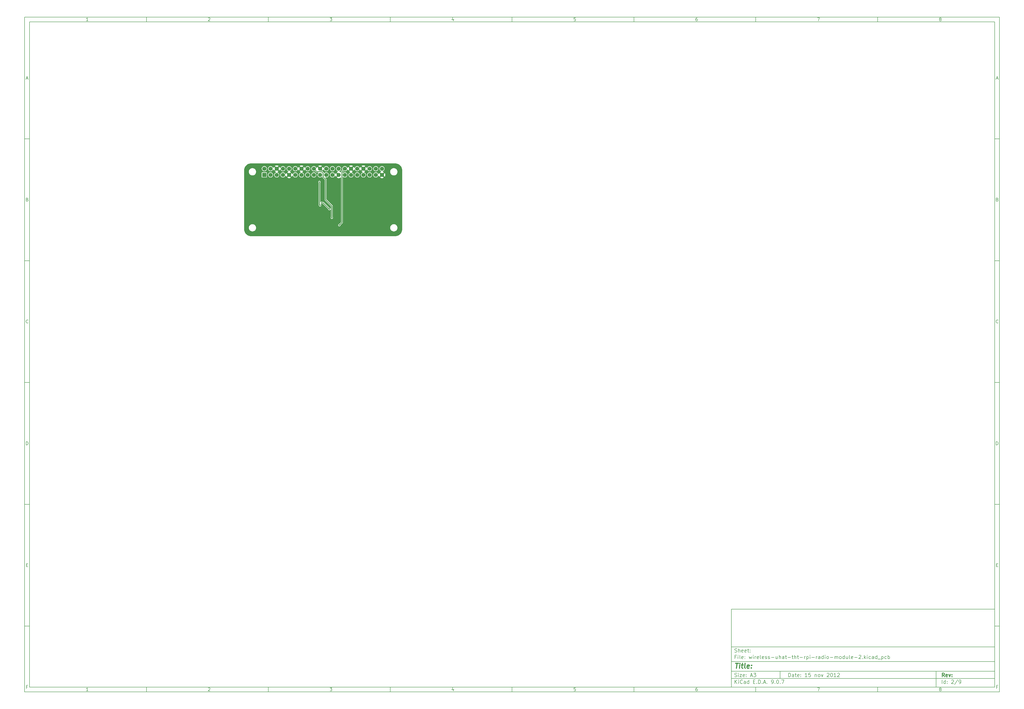
<source format=gbl>
G04 #@! TF.GenerationSoftware,KiCad,Pcbnew,9.0.7*
G04 #@! TF.CreationDate,2026-02-19T11:55:31-06:00*
G04 #@! TF.ProjectId,wireless-uhat-tht-rpi-radio-module-2,77697265-6c65-4737-932d-756861742d74,rev?*
G04 #@! TF.SameCoordinates,Original*
G04 #@! TF.FileFunction,Copper,L2,Bot*
G04 #@! TF.FilePolarity,Positive*
%FSLAX46Y46*%
G04 Gerber Fmt 4.6, Leading zero omitted, Abs format (unit mm)*
G04 Created by KiCad (PCBNEW 9.0.7) date 2026-02-19 11:55:31*
%MOMM*%
%LPD*%
G01*
G04 APERTURE LIST*
%ADD10C,0.100000*%
%ADD11C,0.150000*%
%ADD12C,0.300000*%
%ADD13C,0.400000*%
G04 #@! TA.AperFunction,ComponentPad*
%ADD14R,1.700000X1.700000*%
G04 #@! TD*
G04 #@! TA.AperFunction,ComponentPad*
%ADD15C,1.700000*%
G04 #@! TD*
G04 #@! TA.AperFunction,ViaPad*
%ADD16C,0.508000*%
G04 #@! TD*
G04 #@! TA.AperFunction,ViaPad*
%ADD17C,0.634000*%
G04 #@! TD*
G04 #@! TA.AperFunction,Conductor*
%ADD18C,0.300000*%
G04 #@! TD*
G04 APERTURE END LIST*
D10*
D11*
X299989000Y-253002200D02*
X407989000Y-253002200D01*
X407989000Y-285002200D01*
X299989000Y-285002200D01*
X299989000Y-253002200D01*
D10*
D11*
X10000000Y-10000000D02*
X409989000Y-10000000D01*
X409989000Y-287002200D01*
X10000000Y-287002200D01*
X10000000Y-10000000D01*
D10*
D11*
X12000000Y-12000000D02*
X407989000Y-12000000D01*
X407989000Y-285002200D01*
X12000000Y-285002200D01*
X12000000Y-12000000D01*
D10*
D11*
X60000000Y-12000000D02*
X60000000Y-10000000D01*
D10*
D11*
X110000000Y-12000000D02*
X110000000Y-10000000D01*
D10*
D11*
X160000000Y-12000000D02*
X160000000Y-10000000D01*
D10*
D11*
X210000000Y-12000000D02*
X210000000Y-10000000D01*
D10*
D11*
X260000000Y-12000000D02*
X260000000Y-10000000D01*
D10*
D11*
X310000000Y-12000000D02*
X310000000Y-10000000D01*
D10*
D11*
X360000000Y-12000000D02*
X360000000Y-10000000D01*
D10*
D11*
X36089160Y-11593604D02*
X35346303Y-11593604D01*
X35717731Y-11593604D02*
X35717731Y-10293604D01*
X35717731Y-10293604D02*
X35593922Y-10479319D01*
X35593922Y-10479319D02*
X35470112Y-10603128D01*
X35470112Y-10603128D02*
X35346303Y-10665033D01*
D10*
D11*
X85346303Y-10417414D02*
X85408207Y-10355509D01*
X85408207Y-10355509D02*
X85532017Y-10293604D01*
X85532017Y-10293604D02*
X85841541Y-10293604D01*
X85841541Y-10293604D02*
X85965350Y-10355509D01*
X85965350Y-10355509D02*
X86027255Y-10417414D01*
X86027255Y-10417414D02*
X86089160Y-10541223D01*
X86089160Y-10541223D02*
X86089160Y-10665033D01*
X86089160Y-10665033D02*
X86027255Y-10850747D01*
X86027255Y-10850747D02*
X85284398Y-11593604D01*
X85284398Y-11593604D02*
X86089160Y-11593604D01*
D10*
D11*
X135284398Y-10293604D02*
X136089160Y-10293604D01*
X136089160Y-10293604D02*
X135655826Y-10788842D01*
X135655826Y-10788842D02*
X135841541Y-10788842D01*
X135841541Y-10788842D02*
X135965350Y-10850747D01*
X135965350Y-10850747D02*
X136027255Y-10912652D01*
X136027255Y-10912652D02*
X136089160Y-11036461D01*
X136089160Y-11036461D02*
X136089160Y-11345985D01*
X136089160Y-11345985D02*
X136027255Y-11469795D01*
X136027255Y-11469795D02*
X135965350Y-11531700D01*
X135965350Y-11531700D02*
X135841541Y-11593604D01*
X135841541Y-11593604D02*
X135470112Y-11593604D01*
X135470112Y-11593604D02*
X135346303Y-11531700D01*
X135346303Y-11531700D02*
X135284398Y-11469795D01*
D10*
D11*
X185965350Y-10726938D02*
X185965350Y-11593604D01*
X185655826Y-10231700D02*
X185346303Y-11160271D01*
X185346303Y-11160271D02*
X186151064Y-11160271D01*
D10*
D11*
X236027255Y-10293604D02*
X235408207Y-10293604D01*
X235408207Y-10293604D02*
X235346303Y-10912652D01*
X235346303Y-10912652D02*
X235408207Y-10850747D01*
X235408207Y-10850747D02*
X235532017Y-10788842D01*
X235532017Y-10788842D02*
X235841541Y-10788842D01*
X235841541Y-10788842D02*
X235965350Y-10850747D01*
X235965350Y-10850747D02*
X236027255Y-10912652D01*
X236027255Y-10912652D02*
X236089160Y-11036461D01*
X236089160Y-11036461D02*
X236089160Y-11345985D01*
X236089160Y-11345985D02*
X236027255Y-11469795D01*
X236027255Y-11469795D02*
X235965350Y-11531700D01*
X235965350Y-11531700D02*
X235841541Y-11593604D01*
X235841541Y-11593604D02*
X235532017Y-11593604D01*
X235532017Y-11593604D02*
X235408207Y-11531700D01*
X235408207Y-11531700D02*
X235346303Y-11469795D01*
D10*
D11*
X285965350Y-10293604D02*
X285717731Y-10293604D01*
X285717731Y-10293604D02*
X285593922Y-10355509D01*
X285593922Y-10355509D02*
X285532017Y-10417414D01*
X285532017Y-10417414D02*
X285408207Y-10603128D01*
X285408207Y-10603128D02*
X285346303Y-10850747D01*
X285346303Y-10850747D02*
X285346303Y-11345985D01*
X285346303Y-11345985D02*
X285408207Y-11469795D01*
X285408207Y-11469795D02*
X285470112Y-11531700D01*
X285470112Y-11531700D02*
X285593922Y-11593604D01*
X285593922Y-11593604D02*
X285841541Y-11593604D01*
X285841541Y-11593604D02*
X285965350Y-11531700D01*
X285965350Y-11531700D02*
X286027255Y-11469795D01*
X286027255Y-11469795D02*
X286089160Y-11345985D01*
X286089160Y-11345985D02*
X286089160Y-11036461D01*
X286089160Y-11036461D02*
X286027255Y-10912652D01*
X286027255Y-10912652D02*
X285965350Y-10850747D01*
X285965350Y-10850747D02*
X285841541Y-10788842D01*
X285841541Y-10788842D02*
X285593922Y-10788842D01*
X285593922Y-10788842D02*
X285470112Y-10850747D01*
X285470112Y-10850747D02*
X285408207Y-10912652D01*
X285408207Y-10912652D02*
X285346303Y-11036461D01*
D10*
D11*
X335284398Y-10293604D02*
X336151064Y-10293604D01*
X336151064Y-10293604D02*
X335593922Y-11593604D01*
D10*
D11*
X385593922Y-10850747D02*
X385470112Y-10788842D01*
X385470112Y-10788842D02*
X385408207Y-10726938D01*
X385408207Y-10726938D02*
X385346303Y-10603128D01*
X385346303Y-10603128D02*
X385346303Y-10541223D01*
X385346303Y-10541223D02*
X385408207Y-10417414D01*
X385408207Y-10417414D02*
X385470112Y-10355509D01*
X385470112Y-10355509D02*
X385593922Y-10293604D01*
X385593922Y-10293604D02*
X385841541Y-10293604D01*
X385841541Y-10293604D02*
X385965350Y-10355509D01*
X385965350Y-10355509D02*
X386027255Y-10417414D01*
X386027255Y-10417414D02*
X386089160Y-10541223D01*
X386089160Y-10541223D02*
X386089160Y-10603128D01*
X386089160Y-10603128D02*
X386027255Y-10726938D01*
X386027255Y-10726938D02*
X385965350Y-10788842D01*
X385965350Y-10788842D02*
X385841541Y-10850747D01*
X385841541Y-10850747D02*
X385593922Y-10850747D01*
X385593922Y-10850747D02*
X385470112Y-10912652D01*
X385470112Y-10912652D02*
X385408207Y-10974557D01*
X385408207Y-10974557D02*
X385346303Y-11098366D01*
X385346303Y-11098366D02*
X385346303Y-11345985D01*
X385346303Y-11345985D02*
X385408207Y-11469795D01*
X385408207Y-11469795D02*
X385470112Y-11531700D01*
X385470112Y-11531700D02*
X385593922Y-11593604D01*
X385593922Y-11593604D02*
X385841541Y-11593604D01*
X385841541Y-11593604D02*
X385965350Y-11531700D01*
X385965350Y-11531700D02*
X386027255Y-11469795D01*
X386027255Y-11469795D02*
X386089160Y-11345985D01*
X386089160Y-11345985D02*
X386089160Y-11098366D01*
X386089160Y-11098366D02*
X386027255Y-10974557D01*
X386027255Y-10974557D02*
X385965350Y-10912652D01*
X385965350Y-10912652D02*
X385841541Y-10850747D01*
D10*
D11*
X60000000Y-285002200D02*
X60000000Y-287002200D01*
D10*
D11*
X110000000Y-285002200D02*
X110000000Y-287002200D01*
D10*
D11*
X160000000Y-285002200D02*
X160000000Y-287002200D01*
D10*
D11*
X210000000Y-285002200D02*
X210000000Y-287002200D01*
D10*
D11*
X260000000Y-285002200D02*
X260000000Y-287002200D01*
D10*
D11*
X310000000Y-285002200D02*
X310000000Y-287002200D01*
D10*
D11*
X360000000Y-285002200D02*
X360000000Y-287002200D01*
D10*
D11*
X36089160Y-286595804D02*
X35346303Y-286595804D01*
X35717731Y-286595804D02*
X35717731Y-285295804D01*
X35717731Y-285295804D02*
X35593922Y-285481519D01*
X35593922Y-285481519D02*
X35470112Y-285605328D01*
X35470112Y-285605328D02*
X35346303Y-285667233D01*
D10*
D11*
X85346303Y-285419614D02*
X85408207Y-285357709D01*
X85408207Y-285357709D02*
X85532017Y-285295804D01*
X85532017Y-285295804D02*
X85841541Y-285295804D01*
X85841541Y-285295804D02*
X85965350Y-285357709D01*
X85965350Y-285357709D02*
X86027255Y-285419614D01*
X86027255Y-285419614D02*
X86089160Y-285543423D01*
X86089160Y-285543423D02*
X86089160Y-285667233D01*
X86089160Y-285667233D02*
X86027255Y-285852947D01*
X86027255Y-285852947D02*
X85284398Y-286595804D01*
X85284398Y-286595804D02*
X86089160Y-286595804D01*
D10*
D11*
X135284398Y-285295804D02*
X136089160Y-285295804D01*
X136089160Y-285295804D02*
X135655826Y-285791042D01*
X135655826Y-285791042D02*
X135841541Y-285791042D01*
X135841541Y-285791042D02*
X135965350Y-285852947D01*
X135965350Y-285852947D02*
X136027255Y-285914852D01*
X136027255Y-285914852D02*
X136089160Y-286038661D01*
X136089160Y-286038661D02*
X136089160Y-286348185D01*
X136089160Y-286348185D02*
X136027255Y-286471995D01*
X136027255Y-286471995D02*
X135965350Y-286533900D01*
X135965350Y-286533900D02*
X135841541Y-286595804D01*
X135841541Y-286595804D02*
X135470112Y-286595804D01*
X135470112Y-286595804D02*
X135346303Y-286533900D01*
X135346303Y-286533900D02*
X135284398Y-286471995D01*
D10*
D11*
X185965350Y-285729138D02*
X185965350Y-286595804D01*
X185655826Y-285233900D02*
X185346303Y-286162471D01*
X185346303Y-286162471D02*
X186151064Y-286162471D01*
D10*
D11*
X236027255Y-285295804D02*
X235408207Y-285295804D01*
X235408207Y-285295804D02*
X235346303Y-285914852D01*
X235346303Y-285914852D02*
X235408207Y-285852947D01*
X235408207Y-285852947D02*
X235532017Y-285791042D01*
X235532017Y-285791042D02*
X235841541Y-285791042D01*
X235841541Y-285791042D02*
X235965350Y-285852947D01*
X235965350Y-285852947D02*
X236027255Y-285914852D01*
X236027255Y-285914852D02*
X236089160Y-286038661D01*
X236089160Y-286038661D02*
X236089160Y-286348185D01*
X236089160Y-286348185D02*
X236027255Y-286471995D01*
X236027255Y-286471995D02*
X235965350Y-286533900D01*
X235965350Y-286533900D02*
X235841541Y-286595804D01*
X235841541Y-286595804D02*
X235532017Y-286595804D01*
X235532017Y-286595804D02*
X235408207Y-286533900D01*
X235408207Y-286533900D02*
X235346303Y-286471995D01*
D10*
D11*
X285965350Y-285295804D02*
X285717731Y-285295804D01*
X285717731Y-285295804D02*
X285593922Y-285357709D01*
X285593922Y-285357709D02*
X285532017Y-285419614D01*
X285532017Y-285419614D02*
X285408207Y-285605328D01*
X285408207Y-285605328D02*
X285346303Y-285852947D01*
X285346303Y-285852947D02*
X285346303Y-286348185D01*
X285346303Y-286348185D02*
X285408207Y-286471995D01*
X285408207Y-286471995D02*
X285470112Y-286533900D01*
X285470112Y-286533900D02*
X285593922Y-286595804D01*
X285593922Y-286595804D02*
X285841541Y-286595804D01*
X285841541Y-286595804D02*
X285965350Y-286533900D01*
X285965350Y-286533900D02*
X286027255Y-286471995D01*
X286027255Y-286471995D02*
X286089160Y-286348185D01*
X286089160Y-286348185D02*
X286089160Y-286038661D01*
X286089160Y-286038661D02*
X286027255Y-285914852D01*
X286027255Y-285914852D02*
X285965350Y-285852947D01*
X285965350Y-285852947D02*
X285841541Y-285791042D01*
X285841541Y-285791042D02*
X285593922Y-285791042D01*
X285593922Y-285791042D02*
X285470112Y-285852947D01*
X285470112Y-285852947D02*
X285408207Y-285914852D01*
X285408207Y-285914852D02*
X285346303Y-286038661D01*
D10*
D11*
X335284398Y-285295804D02*
X336151064Y-285295804D01*
X336151064Y-285295804D02*
X335593922Y-286595804D01*
D10*
D11*
X385593922Y-285852947D02*
X385470112Y-285791042D01*
X385470112Y-285791042D02*
X385408207Y-285729138D01*
X385408207Y-285729138D02*
X385346303Y-285605328D01*
X385346303Y-285605328D02*
X385346303Y-285543423D01*
X385346303Y-285543423D02*
X385408207Y-285419614D01*
X385408207Y-285419614D02*
X385470112Y-285357709D01*
X385470112Y-285357709D02*
X385593922Y-285295804D01*
X385593922Y-285295804D02*
X385841541Y-285295804D01*
X385841541Y-285295804D02*
X385965350Y-285357709D01*
X385965350Y-285357709D02*
X386027255Y-285419614D01*
X386027255Y-285419614D02*
X386089160Y-285543423D01*
X386089160Y-285543423D02*
X386089160Y-285605328D01*
X386089160Y-285605328D02*
X386027255Y-285729138D01*
X386027255Y-285729138D02*
X385965350Y-285791042D01*
X385965350Y-285791042D02*
X385841541Y-285852947D01*
X385841541Y-285852947D02*
X385593922Y-285852947D01*
X385593922Y-285852947D02*
X385470112Y-285914852D01*
X385470112Y-285914852D02*
X385408207Y-285976757D01*
X385408207Y-285976757D02*
X385346303Y-286100566D01*
X385346303Y-286100566D02*
X385346303Y-286348185D01*
X385346303Y-286348185D02*
X385408207Y-286471995D01*
X385408207Y-286471995D02*
X385470112Y-286533900D01*
X385470112Y-286533900D02*
X385593922Y-286595804D01*
X385593922Y-286595804D02*
X385841541Y-286595804D01*
X385841541Y-286595804D02*
X385965350Y-286533900D01*
X385965350Y-286533900D02*
X386027255Y-286471995D01*
X386027255Y-286471995D02*
X386089160Y-286348185D01*
X386089160Y-286348185D02*
X386089160Y-286100566D01*
X386089160Y-286100566D02*
X386027255Y-285976757D01*
X386027255Y-285976757D02*
X385965350Y-285914852D01*
X385965350Y-285914852D02*
X385841541Y-285852947D01*
D10*
D11*
X10000000Y-60000000D02*
X12000000Y-60000000D01*
D10*
D11*
X10000000Y-110000000D02*
X12000000Y-110000000D01*
D10*
D11*
X10000000Y-160000000D02*
X12000000Y-160000000D01*
D10*
D11*
X10000000Y-210000000D02*
X12000000Y-210000000D01*
D10*
D11*
X10000000Y-260000000D02*
X12000000Y-260000000D01*
D10*
D11*
X10690476Y-35222176D02*
X11309523Y-35222176D01*
X10566666Y-35593604D02*
X10999999Y-34293604D01*
X10999999Y-34293604D02*
X11433333Y-35593604D01*
D10*
D11*
X11092857Y-84912652D02*
X11278571Y-84974557D01*
X11278571Y-84974557D02*
X11340476Y-85036461D01*
X11340476Y-85036461D02*
X11402380Y-85160271D01*
X11402380Y-85160271D02*
X11402380Y-85345985D01*
X11402380Y-85345985D02*
X11340476Y-85469795D01*
X11340476Y-85469795D02*
X11278571Y-85531700D01*
X11278571Y-85531700D02*
X11154761Y-85593604D01*
X11154761Y-85593604D02*
X10659523Y-85593604D01*
X10659523Y-85593604D02*
X10659523Y-84293604D01*
X10659523Y-84293604D02*
X11092857Y-84293604D01*
X11092857Y-84293604D02*
X11216666Y-84355509D01*
X11216666Y-84355509D02*
X11278571Y-84417414D01*
X11278571Y-84417414D02*
X11340476Y-84541223D01*
X11340476Y-84541223D02*
X11340476Y-84665033D01*
X11340476Y-84665033D02*
X11278571Y-84788842D01*
X11278571Y-84788842D02*
X11216666Y-84850747D01*
X11216666Y-84850747D02*
X11092857Y-84912652D01*
X11092857Y-84912652D02*
X10659523Y-84912652D01*
D10*
D11*
X11402380Y-135469795D02*
X11340476Y-135531700D01*
X11340476Y-135531700D02*
X11154761Y-135593604D01*
X11154761Y-135593604D02*
X11030952Y-135593604D01*
X11030952Y-135593604D02*
X10845238Y-135531700D01*
X10845238Y-135531700D02*
X10721428Y-135407890D01*
X10721428Y-135407890D02*
X10659523Y-135284080D01*
X10659523Y-135284080D02*
X10597619Y-135036461D01*
X10597619Y-135036461D02*
X10597619Y-134850747D01*
X10597619Y-134850747D02*
X10659523Y-134603128D01*
X10659523Y-134603128D02*
X10721428Y-134479319D01*
X10721428Y-134479319D02*
X10845238Y-134355509D01*
X10845238Y-134355509D02*
X11030952Y-134293604D01*
X11030952Y-134293604D02*
X11154761Y-134293604D01*
X11154761Y-134293604D02*
X11340476Y-134355509D01*
X11340476Y-134355509D02*
X11402380Y-134417414D01*
D10*
D11*
X10659523Y-185593604D02*
X10659523Y-184293604D01*
X10659523Y-184293604D02*
X10969047Y-184293604D01*
X10969047Y-184293604D02*
X11154761Y-184355509D01*
X11154761Y-184355509D02*
X11278571Y-184479319D01*
X11278571Y-184479319D02*
X11340476Y-184603128D01*
X11340476Y-184603128D02*
X11402380Y-184850747D01*
X11402380Y-184850747D02*
X11402380Y-185036461D01*
X11402380Y-185036461D02*
X11340476Y-185284080D01*
X11340476Y-185284080D02*
X11278571Y-185407890D01*
X11278571Y-185407890D02*
X11154761Y-185531700D01*
X11154761Y-185531700D02*
X10969047Y-185593604D01*
X10969047Y-185593604D02*
X10659523Y-185593604D01*
D10*
D11*
X10721428Y-234912652D02*
X11154762Y-234912652D01*
X11340476Y-235593604D02*
X10721428Y-235593604D01*
X10721428Y-235593604D02*
X10721428Y-234293604D01*
X10721428Y-234293604D02*
X11340476Y-234293604D01*
D10*
D11*
X11185714Y-284912652D02*
X10752380Y-284912652D01*
X10752380Y-285593604D02*
X10752380Y-284293604D01*
X10752380Y-284293604D02*
X11371428Y-284293604D01*
D10*
D11*
X409989000Y-60000000D02*
X407989000Y-60000000D01*
D10*
D11*
X409989000Y-110000000D02*
X407989000Y-110000000D01*
D10*
D11*
X409989000Y-160000000D02*
X407989000Y-160000000D01*
D10*
D11*
X409989000Y-210000000D02*
X407989000Y-210000000D01*
D10*
D11*
X409989000Y-260000000D02*
X407989000Y-260000000D01*
D10*
D11*
X408679476Y-35222176D02*
X409298523Y-35222176D01*
X408555666Y-35593604D02*
X408988999Y-34293604D01*
X408988999Y-34293604D02*
X409422333Y-35593604D01*
D10*
D11*
X409081857Y-84912652D02*
X409267571Y-84974557D01*
X409267571Y-84974557D02*
X409329476Y-85036461D01*
X409329476Y-85036461D02*
X409391380Y-85160271D01*
X409391380Y-85160271D02*
X409391380Y-85345985D01*
X409391380Y-85345985D02*
X409329476Y-85469795D01*
X409329476Y-85469795D02*
X409267571Y-85531700D01*
X409267571Y-85531700D02*
X409143761Y-85593604D01*
X409143761Y-85593604D02*
X408648523Y-85593604D01*
X408648523Y-85593604D02*
X408648523Y-84293604D01*
X408648523Y-84293604D02*
X409081857Y-84293604D01*
X409081857Y-84293604D02*
X409205666Y-84355509D01*
X409205666Y-84355509D02*
X409267571Y-84417414D01*
X409267571Y-84417414D02*
X409329476Y-84541223D01*
X409329476Y-84541223D02*
X409329476Y-84665033D01*
X409329476Y-84665033D02*
X409267571Y-84788842D01*
X409267571Y-84788842D02*
X409205666Y-84850747D01*
X409205666Y-84850747D02*
X409081857Y-84912652D01*
X409081857Y-84912652D02*
X408648523Y-84912652D01*
D10*
D11*
X409391380Y-135469795D02*
X409329476Y-135531700D01*
X409329476Y-135531700D02*
X409143761Y-135593604D01*
X409143761Y-135593604D02*
X409019952Y-135593604D01*
X409019952Y-135593604D02*
X408834238Y-135531700D01*
X408834238Y-135531700D02*
X408710428Y-135407890D01*
X408710428Y-135407890D02*
X408648523Y-135284080D01*
X408648523Y-135284080D02*
X408586619Y-135036461D01*
X408586619Y-135036461D02*
X408586619Y-134850747D01*
X408586619Y-134850747D02*
X408648523Y-134603128D01*
X408648523Y-134603128D02*
X408710428Y-134479319D01*
X408710428Y-134479319D02*
X408834238Y-134355509D01*
X408834238Y-134355509D02*
X409019952Y-134293604D01*
X409019952Y-134293604D02*
X409143761Y-134293604D01*
X409143761Y-134293604D02*
X409329476Y-134355509D01*
X409329476Y-134355509D02*
X409391380Y-134417414D01*
D10*
D11*
X408648523Y-185593604D02*
X408648523Y-184293604D01*
X408648523Y-184293604D02*
X408958047Y-184293604D01*
X408958047Y-184293604D02*
X409143761Y-184355509D01*
X409143761Y-184355509D02*
X409267571Y-184479319D01*
X409267571Y-184479319D02*
X409329476Y-184603128D01*
X409329476Y-184603128D02*
X409391380Y-184850747D01*
X409391380Y-184850747D02*
X409391380Y-185036461D01*
X409391380Y-185036461D02*
X409329476Y-185284080D01*
X409329476Y-185284080D02*
X409267571Y-185407890D01*
X409267571Y-185407890D02*
X409143761Y-185531700D01*
X409143761Y-185531700D02*
X408958047Y-185593604D01*
X408958047Y-185593604D02*
X408648523Y-185593604D01*
D10*
D11*
X408710428Y-234912652D02*
X409143762Y-234912652D01*
X409329476Y-235593604D02*
X408710428Y-235593604D01*
X408710428Y-235593604D02*
X408710428Y-234293604D01*
X408710428Y-234293604D02*
X409329476Y-234293604D01*
D10*
D11*
X409174714Y-284912652D02*
X408741380Y-284912652D01*
X408741380Y-285593604D02*
X408741380Y-284293604D01*
X408741380Y-284293604D02*
X409360428Y-284293604D01*
D10*
D11*
X323444826Y-280788328D02*
X323444826Y-279288328D01*
X323444826Y-279288328D02*
X323801969Y-279288328D01*
X323801969Y-279288328D02*
X324016255Y-279359757D01*
X324016255Y-279359757D02*
X324159112Y-279502614D01*
X324159112Y-279502614D02*
X324230541Y-279645471D01*
X324230541Y-279645471D02*
X324301969Y-279931185D01*
X324301969Y-279931185D02*
X324301969Y-280145471D01*
X324301969Y-280145471D02*
X324230541Y-280431185D01*
X324230541Y-280431185D02*
X324159112Y-280574042D01*
X324159112Y-280574042D02*
X324016255Y-280716900D01*
X324016255Y-280716900D02*
X323801969Y-280788328D01*
X323801969Y-280788328D02*
X323444826Y-280788328D01*
X325587684Y-280788328D02*
X325587684Y-280002614D01*
X325587684Y-280002614D02*
X325516255Y-279859757D01*
X325516255Y-279859757D02*
X325373398Y-279788328D01*
X325373398Y-279788328D02*
X325087684Y-279788328D01*
X325087684Y-279788328D02*
X324944826Y-279859757D01*
X325587684Y-280716900D02*
X325444826Y-280788328D01*
X325444826Y-280788328D02*
X325087684Y-280788328D01*
X325087684Y-280788328D02*
X324944826Y-280716900D01*
X324944826Y-280716900D02*
X324873398Y-280574042D01*
X324873398Y-280574042D02*
X324873398Y-280431185D01*
X324873398Y-280431185D02*
X324944826Y-280288328D01*
X324944826Y-280288328D02*
X325087684Y-280216900D01*
X325087684Y-280216900D02*
X325444826Y-280216900D01*
X325444826Y-280216900D02*
X325587684Y-280145471D01*
X326087684Y-279788328D02*
X326659112Y-279788328D01*
X326301969Y-279288328D02*
X326301969Y-280574042D01*
X326301969Y-280574042D02*
X326373398Y-280716900D01*
X326373398Y-280716900D02*
X326516255Y-280788328D01*
X326516255Y-280788328D02*
X326659112Y-280788328D01*
X327730541Y-280716900D02*
X327587684Y-280788328D01*
X327587684Y-280788328D02*
X327301970Y-280788328D01*
X327301970Y-280788328D02*
X327159112Y-280716900D01*
X327159112Y-280716900D02*
X327087684Y-280574042D01*
X327087684Y-280574042D02*
X327087684Y-280002614D01*
X327087684Y-280002614D02*
X327159112Y-279859757D01*
X327159112Y-279859757D02*
X327301970Y-279788328D01*
X327301970Y-279788328D02*
X327587684Y-279788328D01*
X327587684Y-279788328D02*
X327730541Y-279859757D01*
X327730541Y-279859757D02*
X327801970Y-280002614D01*
X327801970Y-280002614D02*
X327801970Y-280145471D01*
X327801970Y-280145471D02*
X327087684Y-280288328D01*
X328444826Y-280645471D02*
X328516255Y-280716900D01*
X328516255Y-280716900D02*
X328444826Y-280788328D01*
X328444826Y-280788328D02*
X328373398Y-280716900D01*
X328373398Y-280716900D02*
X328444826Y-280645471D01*
X328444826Y-280645471D02*
X328444826Y-280788328D01*
X328444826Y-279859757D02*
X328516255Y-279931185D01*
X328516255Y-279931185D02*
X328444826Y-280002614D01*
X328444826Y-280002614D02*
X328373398Y-279931185D01*
X328373398Y-279931185D02*
X328444826Y-279859757D01*
X328444826Y-279859757D02*
X328444826Y-280002614D01*
X331087684Y-280788328D02*
X330230541Y-280788328D01*
X330659112Y-280788328D02*
X330659112Y-279288328D01*
X330659112Y-279288328D02*
X330516255Y-279502614D01*
X330516255Y-279502614D02*
X330373398Y-279645471D01*
X330373398Y-279645471D02*
X330230541Y-279716900D01*
X332444826Y-279288328D02*
X331730540Y-279288328D01*
X331730540Y-279288328D02*
X331659112Y-280002614D01*
X331659112Y-280002614D02*
X331730540Y-279931185D01*
X331730540Y-279931185D02*
X331873398Y-279859757D01*
X331873398Y-279859757D02*
X332230540Y-279859757D01*
X332230540Y-279859757D02*
X332373398Y-279931185D01*
X332373398Y-279931185D02*
X332444826Y-280002614D01*
X332444826Y-280002614D02*
X332516255Y-280145471D01*
X332516255Y-280145471D02*
X332516255Y-280502614D01*
X332516255Y-280502614D02*
X332444826Y-280645471D01*
X332444826Y-280645471D02*
X332373398Y-280716900D01*
X332373398Y-280716900D02*
X332230540Y-280788328D01*
X332230540Y-280788328D02*
X331873398Y-280788328D01*
X331873398Y-280788328D02*
X331730540Y-280716900D01*
X331730540Y-280716900D02*
X331659112Y-280645471D01*
X334301968Y-279788328D02*
X334301968Y-280788328D01*
X334301968Y-279931185D02*
X334373397Y-279859757D01*
X334373397Y-279859757D02*
X334516254Y-279788328D01*
X334516254Y-279788328D02*
X334730540Y-279788328D01*
X334730540Y-279788328D02*
X334873397Y-279859757D01*
X334873397Y-279859757D02*
X334944826Y-280002614D01*
X334944826Y-280002614D02*
X334944826Y-280788328D01*
X335873397Y-280788328D02*
X335730540Y-280716900D01*
X335730540Y-280716900D02*
X335659111Y-280645471D01*
X335659111Y-280645471D02*
X335587683Y-280502614D01*
X335587683Y-280502614D02*
X335587683Y-280074042D01*
X335587683Y-280074042D02*
X335659111Y-279931185D01*
X335659111Y-279931185D02*
X335730540Y-279859757D01*
X335730540Y-279859757D02*
X335873397Y-279788328D01*
X335873397Y-279788328D02*
X336087683Y-279788328D01*
X336087683Y-279788328D02*
X336230540Y-279859757D01*
X336230540Y-279859757D02*
X336301969Y-279931185D01*
X336301969Y-279931185D02*
X336373397Y-280074042D01*
X336373397Y-280074042D02*
X336373397Y-280502614D01*
X336373397Y-280502614D02*
X336301969Y-280645471D01*
X336301969Y-280645471D02*
X336230540Y-280716900D01*
X336230540Y-280716900D02*
X336087683Y-280788328D01*
X336087683Y-280788328D02*
X335873397Y-280788328D01*
X336873397Y-279788328D02*
X337230540Y-280788328D01*
X337230540Y-280788328D02*
X337587683Y-279788328D01*
X339230540Y-279431185D02*
X339301968Y-279359757D01*
X339301968Y-279359757D02*
X339444826Y-279288328D01*
X339444826Y-279288328D02*
X339801968Y-279288328D01*
X339801968Y-279288328D02*
X339944826Y-279359757D01*
X339944826Y-279359757D02*
X340016254Y-279431185D01*
X340016254Y-279431185D02*
X340087683Y-279574042D01*
X340087683Y-279574042D02*
X340087683Y-279716900D01*
X340087683Y-279716900D02*
X340016254Y-279931185D01*
X340016254Y-279931185D02*
X339159111Y-280788328D01*
X339159111Y-280788328D02*
X340087683Y-280788328D01*
X341016254Y-279288328D02*
X341159111Y-279288328D01*
X341159111Y-279288328D02*
X341301968Y-279359757D01*
X341301968Y-279359757D02*
X341373397Y-279431185D01*
X341373397Y-279431185D02*
X341444825Y-279574042D01*
X341444825Y-279574042D02*
X341516254Y-279859757D01*
X341516254Y-279859757D02*
X341516254Y-280216900D01*
X341516254Y-280216900D02*
X341444825Y-280502614D01*
X341444825Y-280502614D02*
X341373397Y-280645471D01*
X341373397Y-280645471D02*
X341301968Y-280716900D01*
X341301968Y-280716900D02*
X341159111Y-280788328D01*
X341159111Y-280788328D02*
X341016254Y-280788328D01*
X341016254Y-280788328D02*
X340873397Y-280716900D01*
X340873397Y-280716900D02*
X340801968Y-280645471D01*
X340801968Y-280645471D02*
X340730539Y-280502614D01*
X340730539Y-280502614D02*
X340659111Y-280216900D01*
X340659111Y-280216900D02*
X340659111Y-279859757D01*
X340659111Y-279859757D02*
X340730539Y-279574042D01*
X340730539Y-279574042D02*
X340801968Y-279431185D01*
X340801968Y-279431185D02*
X340873397Y-279359757D01*
X340873397Y-279359757D02*
X341016254Y-279288328D01*
X342944825Y-280788328D02*
X342087682Y-280788328D01*
X342516253Y-280788328D02*
X342516253Y-279288328D01*
X342516253Y-279288328D02*
X342373396Y-279502614D01*
X342373396Y-279502614D02*
X342230539Y-279645471D01*
X342230539Y-279645471D02*
X342087682Y-279716900D01*
X343516253Y-279431185D02*
X343587681Y-279359757D01*
X343587681Y-279359757D02*
X343730539Y-279288328D01*
X343730539Y-279288328D02*
X344087681Y-279288328D01*
X344087681Y-279288328D02*
X344230539Y-279359757D01*
X344230539Y-279359757D02*
X344301967Y-279431185D01*
X344301967Y-279431185D02*
X344373396Y-279574042D01*
X344373396Y-279574042D02*
X344373396Y-279716900D01*
X344373396Y-279716900D02*
X344301967Y-279931185D01*
X344301967Y-279931185D02*
X343444824Y-280788328D01*
X343444824Y-280788328D02*
X344373396Y-280788328D01*
D10*
D11*
X299989000Y-281502200D02*
X407989000Y-281502200D01*
D10*
D11*
X301444826Y-283588328D02*
X301444826Y-282088328D01*
X302301969Y-283588328D02*
X301659112Y-282731185D01*
X302301969Y-282088328D02*
X301444826Y-282945471D01*
X302944826Y-283588328D02*
X302944826Y-282588328D01*
X302944826Y-282088328D02*
X302873398Y-282159757D01*
X302873398Y-282159757D02*
X302944826Y-282231185D01*
X302944826Y-282231185D02*
X303016255Y-282159757D01*
X303016255Y-282159757D02*
X302944826Y-282088328D01*
X302944826Y-282088328D02*
X302944826Y-282231185D01*
X304516255Y-283445471D02*
X304444827Y-283516900D01*
X304444827Y-283516900D02*
X304230541Y-283588328D01*
X304230541Y-283588328D02*
X304087684Y-283588328D01*
X304087684Y-283588328D02*
X303873398Y-283516900D01*
X303873398Y-283516900D02*
X303730541Y-283374042D01*
X303730541Y-283374042D02*
X303659112Y-283231185D01*
X303659112Y-283231185D02*
X303587684Y-282945471D01*
X303587684Y-282945471D02*
X303587684Y-282731185D01*
X303587684Y-282731185D02*
X303659112Y-282445471D01*
X303659112Y-282445471D02*
X303730541Y-282302614D01*
X303730541Y-282302614D02*
X303873398Y-282159757D01*
X303873398Y-282159757D02*
X304087684Y-282088328D01*
X304087684Y-282088328D02*
X304230541Y-282088328D01*
X304230541Y-282088328D02*
X304444827Y-282159757D01*
X304444827Y-282159757D02*
X304516255Y-282231185D01*
X305801970Y-283588328D02*
X305801970Y-282802614D01*
X305801970Y-282802614D02*
X305730541Y-282659757D01*
X305730541Y-282659757D02*
X305587684Y-282588328D01*
X305587684Y-282588328D02*
X305301970Y-282588328D01*
X305301970Y-282588328D02*
X305159112Y-282659757D01*
X305801970Y-283516900D02*
X305659112Y-283588328D01*
X305659112Y-283588328D02*
X305301970Y-283588328D01*
X305301970Y-283588328D02*
X305159112Y-283516900D01*
X305159112Y-283516900D02*
X305087684Y-283374042D01*
X305087684Y-283374042D02*
X305087684Y-283231185D01*
X305087684Y-283231185D02*
X305159112Y-283088328D01*
X305159112Y-283088328D02*
X305301970Y-283016900D01*
X305301970Y-283016900D02*
X305659112Y-283016900D01*
X305659112Y-283016900D02*
X305801970Y-282945471D01*
X307159113Y-283588328D02*
X307159113Y-282088328D01*
X307159113Y-283516900D02*
X307016255Y-283588328D01*
X307016255Y-283588328D02*
X306730541Y-283588328D01*
X306730541Y-283588328D02*
X306587684Y-283516900D01*
X306587684Y-283516900D02*
X306516255Y-283445471D01*
X306516255Y-283445471D02*
X306444827Y-283302614D01*
X306444827Y-283302614D02*
X306444827Y-282874042D01*
X306444827Y-282874042D02*
X306516255Y-282731185D01*
X306516255Y-282731185D02*
X306587684Y-282659757D01*
X306587684Y-282659757D02*
X306730541Y-282588328D01*
X306730541Y-282588328D02*
X307016255Y-282588328D01*
X307016255Y-282588328D02*
X307159113Y-282659757D01*
X309016255Y-282802614D02*
X309516255Y-282802614D01*
X309730541Y-283588328D02*
X309016255Y-283588328D01*
X309016255Y-283588328D02*
X309016255Y-282088328D01*
X309016255Y-282088328D02*
X309730541Y-282088328D01*
X310373398Y-283445471D02*
X310444827Y-283516900D01*
X310444827Y-283516900D02*
X310373398Y-283588328D01*
X310373398Y-283588328D02*
X310301970Y-283516900D01*
X310301970Y-283516900D02*
X310373398Y-283445471D01*
X310373398Y-283445471D02*
X310373398Y-283588328D01*
X311087684Y-283588328D02*
X311087684Y-282088328D01*
X311087684Y-282088328D02*
X311444827Y-282088328D01*
X311444827Y-282088328D02*
X311659113Y-282159757D01*
X311659113Y-282159757D02*
X311801970Y-282302614D01*
X311801970Y-282302614D02*
X311873399Y-282445471D01*
X311873399Y-282445471D02*
X311944827Y-282731185D01*
X311944827Y-282731185D02*
X311944827Y-282945471D01*
X311944827Y-282945471D02*
X311873399Y-283231185D01*
X311873399Y-283231185D02*
X311801970Y-283374042D01*
X311801970Y-283374042D02*
X311659113Y-283516900D01*
X311659113Y-283516900D02*
X311444827Y-283588328D01*
X311444827Y-283588328D02*
X311087684Y-283588328D01*
X312587684Y-283445471D02*
X312659113Y-283516900D01*
X312659113Y-283516900D02*
X312587684Y-283588328D01*
X312587684Y-283588328D02*
X312516256Y-283516900D01*
X312516256Y-283516900D02*
X312587684Y-283445471D01*
X312587684Y-283445471D02*
X312587684Y-283588328D01*
X313230542Y-283159757D02*
X313944828Y-283159757D01*
X313087685Y-283588328D02*
X313587685Y-282088328D01*
X313587685Y-282088328D02*
X314087685Y-283588328D01*
X314587684Y-283445471D02*
X314659113Y-283516900D01*
X314659113Y-283516900D02*
X314587684Y-283588328D01*
X314587684Y-283588328D02*
X314516256Y-283516900D01*
X314516256Y-283516900D02*
X314587684Y-283445471D01*
X314587684Y-283445471D02*
X314587684Y-283588328D01*
X316516256Y-283588328D02*
X316801970Y-283588328D01*
X316801970Y-283588328D02*
X316944827Y-283516900D01*
X316944827Y-283516900D02*
X317016256Y-283445471D01*
X317016256Y-283445471D02*
X317159113Y-283231185D01*
X317159113Y-283231185D02*
X317230542Y-282945471D01*
X317230542Y-282945471D02*
X317230542Y-282374042D01*
X317230542Y-282374042D02*
X317159113Y-282231185D01*
X317159113Y-282231185D02*
X317087685Y-282159757D01*
X317087685Y-282159757D02*
X316944827Y-282088328D01*
X316944827Y-282088328D02*
X316659113Y-282088328D01*
X316659113Y-282088328D02*
X316516256Y-282159757D01*
X316516256Y-282159757D02*
X316444827Y-282231185D01*
X316444827Y-282231185D02*
X316373399Y-282374042D01*
X316373399Y-282374042D02*
X316373399Y-282731185D01*
X316373399Y-282731185D02*
X316444827Y-282874042D01*
X316444827Y-282874042D02*
X316516256Y-282945471D01*
X316516256Y-282945471D02*
X316659113Y-283016900D01*
X316659113Y-283016900D02*
X316944827Y-283016900D01*
X316944827Y-283016900D02*
X317087685Y-282945471D01*
X317087685Y-282945471D02*
X317159113Y-282874042D01*
X317159113Y-282874042D02*
X317230542Y-282731185D01*
X317873398Y-283445471D02*
X317944827Y-283516900D01*
X317944827Y-283516900D02*
X317873398Y-283588328D01*
X317873398Y-283588328D02*
X317801970Y-283516900D01*
X317801970Y-283516900D02*
X317873398Y-283445471D01*
X317873398Y-283445471D02*
X317873398Y-283588328D01*
X318873399Y-282088328D02*
X319016256Y-282088328D01*
X319016256Y-282088328D02*
X319159113Y-282159757D01*
X319159113Y-282159757D02*
X319230542Y-282231185D01*
X319230542Y-282231185D02*
X319301970Y-282374042D01*
X319301970Y-282374042D02*
X319373399Y-282659757D01*
X319373399Y-282659757D02*
X319373399Y-283016900D01*
X319373399Y-283016900D02*
X319301970Y-283302614D01*
X319301970Y-283302614D02*
X319230542Y-283445471D01*
X319230542Y-283445471D02*
X319159113Y-283516900D01*
X319159113Y-283516900D02*
X319016256Y-283588328D01*
X319016256Y-283588328D02*
X318873399Y-283588328D01*
X318873399Y-283588328D02*
X318730542Y-283516900D01*
X318730542Y-283516900D02*
X318659113Y-283445471D01*
X318659113Y-283445471D02*
X318587684Y-283302614D01*
X318587684Y-283302614D02*
X318516256Y-283016900D01*
X318516256Y-283016900D02*
X318516256Y-282659757D01*
X318516256Y-282659757D02*
X318587684Y-282374042D01*
X318587684Y-282374042D02*
X318659113Y-282231185D01*
X318659113Y-282231185D02*
X318730542Y-282159757D01*
X318730542Y-282159757D02*
X318873399Y-282088328D01*
X320016255Y-283445471D02*
X320087684Y-283516900D01*
X320087684Y-283516900D02*
X320016255Y-283588328D01*
X320016255Y-283588328D02*
X319944827Y-283516900D01*
X319944827Y-283516900D02*
X320016255Y-283445471D01*
X320016255Y-283445471D02*
X320016255Y-283588328D01*
X320587684Y-282088328D02*
X321587684Y-282088328D01*
X321587684Y-282088328D02*
X320944827Y-283588328D01*
D10*
D11*
X299989000Y-278502200D02*
X407989000Y-278502200D01*
D10*
D12*
X387400653Y-280780528D02*
X386900653Y-280066242D01*
X386543510Y-280780528D02*
X386543510Y-279280528D01*
X386543510Y-279280528D02*
X387114939Y-279280528D01*
X387114939Y-279280528D02*
X387257796Y-279351957D01*
X387257796Y-279351957D02*
X387329225Y-279423385D01*
X387329225Y-279423385D02*
X387400653Y-279566242D01*
X387400653Y-279566242D02*
X387400653Y-279780528D01*
X387400653Y-279780528D02*
X387329225Y-279923385D01*
X387329225Y-279923385D02*
X387257796Y-279994814D01*
X387257796Y-279994814D02*
X387114939Y-280066242D01*
X387114939Y-280066242D02*
X386543510Y-280066242D01*
X388614939Y-280709100D02*
X388472082Y-280780528D01*
X388472082Y-280780528D02*
X388186368Y-280780528D01*
X388186368Y-280780528D02*
X388043510Y-280709100D01*
X388043510Y-280709100D02*
X387972082Y-280566242D01*
X387972082Y-280566242D02*
X387972082Y-279994814D01*
X387972082Y-279994814D02*
X388043510Y-279851957D01*
X388043510Y-279851957D02*
X388186368Y-279780528D01*
X388186368Y-279780528D02*
X388472082Y-279780528D01*
X388472082Y-279780528D02*
X388614939Y-279851957D01*
X388614939Y-279851957D02*
X388686368Y-279994814D01*
X388686368Y-279994814D02*
X388686368Y-280137671D01*
X388686368Y-280137671D02*
X387972082Y-280280528D01*
X389186367Y-279780528D02*
X389543510Y-280780528D01*
X389543510Y-280780528D02*
X389900653Y-279780528D01*
X390472081Y-280637671D02*
X390543510Y-280709100D01*
X390543510Y-280709100D02*
X390472081Y-280780528D01*
X390472081Y-280780528D02*
X390400653Y-280709100D01*
X390400653Y-280709100D02*
X390472081Y-280637671D01*
X390472081Y-280637671D02*
X390472081Y-280780528D01*
X390472081Y-279851957D02*
X390543510Y-279923385D01*
X390543510Y-279923385D02*
X390472081Y-279994814D01*
X390472081Y-279994814D02*
X390400653Y-279923385D01*
X390400653Y-279923385D02*
X390472081Y-279851957D01*
X390472081Y-279851957D02*
X390472081Y-279994814D01*
D10*
D11*
X301373398Y-280716900D02*
X301587684Y-280788328D01*
X301587684Y-280788328D02*
X301944826Y-280788328D01*
X301944826Y-280788328D02*
X302087684Y-280716900D01*
X302087684Y-280716900D02*
X302159112Y-280645471D01*
X302159112Y-280645471D02*
X302230541Y-280502614D01*
X302230541Y-280502614D02*
X302230541Y-280359757D01*
X302230541Y-280359757D02*
X302159112Y-280216900D01*
X302159112Y-280216900D02*
X302087684Y-280145471D01*
X302087684Y-280145471D02*
X301944826Y-280074042D01*
X301944826Y-280074042D02*
X301659112Y-280002614D01*
X301659112Y-280002614D02*
X301516255Y-279931185D01*
X301516255Y-279931185D02*
X301444826Y-279859757D01*
X301444826Y-279859757D02*
X301373398Y-279716900D01*
X301373398Y-279716900D02*
X301373398Y-279574042D01*
X301373398Y-279574042D02*
X301444826Y-279431185D01*
X301444826Y-279431185D02*
X301516255Y-279359757D01*
X301516255Y-279359757D02*
X301659112Y-279288328D01*
X301659112Y-279288328D02*
X302016255Y-279288328D01*
X302016255Y-279288328D02*
X302230541Y-279359757D01*
X302873397Y-280788328D02*
X302873397Y-279788328D01*
X302873397Y-279288328D02*
X302801969Y-279359757D01*
X302801969Y-279359757D02*
X302873397Y-279431185D01*
X302873397Y-279431185D02*
X302944826Y-279359757D01*
X302944826Y-279359757D02*
X302873397Y-279288328D01*
X302873397Y-279288328D02*
X302873397Y-279431185D01*
X303444826Y-279788328D02*
X304230541Y-279788328D01*
X304230541Y-279788328D02*
X303444826Y-280788328D01*
X303444826Y-280788328D02*
X304230541Y-280788328D01*
X305373398Y-280716900D02*
X305230541Y-280788328D01*
X305230541Y-280788328D02*
X304944827Y-280788328D01*
X304944827Y-280788328D02*
X304801969Y-280716900D01*
X304801969Y-280716900D02*
X304730541Y-280574042D01*
X304730541Y-280574042D02*
X304730541Y-280002614D01*
X304730541Y-280002614D02*
X304801969Y-279859757D01*
X304801969Y-279859757D02*
X304944827Y-279788328D01*
X304944827Y-279788328D02*
X305230541Y-279788328D01*
X305230541Y-279788328D02*
X305373398Y-279859757D01*
X305373398Y-279859757D02*
X305444827Y-280002614D01*
X305444827Y-280002614D02*
X305444827Y-280145471D01*
X305444827Y-280145471D02*
X304730541Y-280288328D01*
X306087683Y-280645471D02*
X306159112Y-280716900D01*
X306159112Y-280716900D02*
X306087683Y-280788328D01*
X306087683Y-280788328D02*
X306016255Y-280716900D01*
X306016255Y-280716900D02*
X306087683Y-280645471D01*
X306087683Y-280645471D02*
X306087683Y-280788328D01*
X306087683Y-279859757D02*
X306159112Y-279931185D01*
X306159112Y-279931185D02*
X306087683Y-280002614D01*
X306087683Y-280002614D02*
X306016255Y-279931185D01*
X306016255Y-279931185D02*
X306087683Y-279859757D01*
X306087683Y-279859757D02*
X306087683Y-280002614D01*
X307873398Y-280359757D02*
X308587684Y-280359757D01*
X307730541Y-280788328D02*
X308230541Y-279288328D01*
X308230541Y-279288328D02*
X308730541Y-280788328D01*
X309087683Y-279288328D02*
X310016255Y-279288328D01*
X310016255Y-279288328D02*
X309516255Y-279859757D01*
X309516255Y-279859757D02*
X309730540Y-279859757D01*
X309730540Y-279859757D02*
X309873398Y-279931185D01*
X309873398Y-279931185D02*
X309944826Y-280002614D01*
X309944826Y-280002614D02*
X310016255Y-280145471D01*
X310016255Y-280145471D02*
X310016255Y-280502614D01*
X310016255Y-280502614D02*
X309944826Y-280645471D01*
X309944826Y-280645471D02*
X309873398Y-280716900D01*
X309873398Y-280716900D02*
X309730540Y-280788328D01*
X309730540Y-280788328D02*
X309301969Y-280788328D01*
X309301969Y-280788328D02*
X309159112Y-280716900D01*
X309159112Y-280716900D02*
X309087683Y-280645471D01*
D10*
D11*
X386444826Y-283588328D02*
X386444826Y-282088328D01*
X387801970Y-283588328D02*
X387801970Y-282088328D01*
X387801970Y-283516900D02*
X387659112Y-283588328D01*
X387659112Y-283588328D02*
X387373398Y-283588328D01*
X387373398Y-283588328D02*
X387230541Y-283516900D01*
X387230541Y-283516900D02*
X387159112Y-283445471D01*
X387159112Y-283445471D02*
X387087684Y-283302614D01*
X387087684Y-283302614D02*
X387087684Y-282874042D01*
X387087684Y-282874042D02*
X387159112Y-282731185D01*
X387159112Y-282731185D02*
X387230541Y-282659757D01*
X387230541Y-282659757D02*
X387373398Y-282588328D01*
X387373398Y-282588328D02*
X387659112Y-282588328D01*
X387659112Y-282588328D02*
X387801970Y-282659757D01*
X388516255Y-283445471D02*
X388587684Y-283516900D01*
X388587684Y-283516900D02*
X388516255Y-283588328D01*
X388516255Y-283588328D02*
X388444827Y-283516900D01*
X388444827Y-283516900D02*
X388516255Y-283445471D01*
X388516255Y-283445471D02*
X388516255Y-283588328D01*
X388516255Y-282659757D02*
X388587684Y-282731185D01*
X388587684Y-282731185D02*
X388516255Y-282802614D01*
X388516255Y-282802614D02*
X388444827Y-282731185D01*
X388444827Y-282731185D02*
X388516255Y-282659757D01*
X388516255Y-282659757D02*
X388516255Y-282802614D01*
X390301970Y-282231185D02*
X390373398Y-282159757D01*
X390373398Y-282159757D02*
X390516256Y-282088328D01*
X390516256Y-282088328D02*
X390873398Y-282088328D01*
X390873398Y-282088328D02*
X391016256Y-282159757D01*
X391016256Y-282159757D02*
X391087684Y-282231185D01*
X391087684Y-282231185D02*
X391159113Y-282374042D01*
X391159113Y-282374042D02*
X391159113Y-282516900D01*
X391159113Y-282516900D02*
X391087684Y-282731185D01*
X391087684Y-282731185D02*
X390230541Y-283588328D01*
X390230541Y-283588328D02*
X391159113Y-283588328D01*
X392873398Y-282016900D02*
X391587684Y-283945471D01*
X393444827Y-283588328D02*
X393730541Y-283588328D01*
X393730541Y-283588328D02*
X393873398Y-283516900D01*
X393873398Y-283516900D02*
X393944827Y-283445471D01*
X393944827Y-283445471D02*
X394087684Y-283231185D01*
X394087684Y-283231185D02*
X394159113Y-282945471D01*
X394159113Y-282945471D02*
X394159113Y-282374042D01*
X394159113Y-282374042D02*
X394087684Y-282231185D01*
X394087684Y-282231185D02*
X394016256Y-282159757D01*
X394016256Y-282159757D02*
X393873398Y-282088328D01*
X393873398Y-282088328D02*
X393587684Y-282088328D01*
X393587684Y-282088328D02*
X393444827Y-282159757D01*
X393444827Y-282159757D02*
X393373398Y-282231185D01*
X393373398Y-282231185D02*
X393301970Y-282374042D01*
X393301970Y-282374042D02*
X393301970Y-282731185D01*
X393301970Y-282731185D02*
X393373398Y-282874042D01*
X393373398Y-282874042D02*
X393444827Y-282945471D01*
X393444827Y-282945471D02*
X393587684Y-283016900D01*
X393587684Y-283016900D02*
X393873398Y-283016900D01*
X393873398Y-283016900D02*
X394016256Y-282945471D01*
X394016256Y-282945471D02*
X394087684Y-282874042D01*
X394087684Y-282874042D02*
X394159113Y-282731185D01*
D10*
D11*
X299989000Y-274502200D02*
X407989000Y-274502200D01*
D10*
D13*
X301680728Y-275206638D02*
X302823585Y-275206638D01*
X302002157Y-277206638D02*
X302252157Y-275206638D01*
X303240252Y-277206638D02*
X303406919Y-275873304D01*
X303490252Y-275206638D02*
X303383109Y-275301876D01*
X303383109Y-275301876D02*
X303466443Y-275397114D01*
X303466443Y-275397114D02*
X303573586Y-275301876D01*
X303573586Y-275301876D02*
X303490252Y-275206638D01*
X303490252Y-275206638D02*
X303466443Y-275397114D01*
X304073586Y-275873304D02*
X304835490Y-275873304D01*
X304442633Y-275206638D02*
X304228348Y-276920923D01*
X304228348Y-276920923D02*
X304299776Y-277111400D01*
X304299776Y-277111400D02*
X304478348Y-277206638D01*
X304478348Y-277206638D02*
X304668824Y-277206638D01*
X305621205Y-277206638D02*
X305442633Y-277111400D01*
X305442633Y-277111400D02*
X305371205Y-276920923D01*
X305371205Y-276920923D02*
X305585490Y-275206638D01*
X307156919Y-277111400D02*
X306954538Y-277206638D01*
X306954538Y-277206638D02*
X306573585Y-277206638D01*
X306573585Y-277206638D02*
X306395014Y-277111400D01*
X306395014Y-277111400D02*
X306323585Y-276920923D01*
X306323585Y-276920923D02*
X306418824Y-276159019D01*
X306418824Y-276159019D02*
X306537871Y-275968542D01*
X306537871Y-275968542D02*
X306740252Y-275873304D01*
X306740252Y-275873304D02*
X307121204Y-275873304D01*
X307121204Y-275873304D02*
X307299776Y-275968542D01*
X307299776Y-275968542D02*
X307371204Y-276159019D01*
X307371204Y-276159019D02*
X307347395Y-276349495D01*
X307347395Y-276349495D02*
X306371204Y-276539971D01*
X308121205Y-277016161D02*
X308204538Y-277111400D01*
X308204538Y-277111400D02*
X308097395Y-277206638D01*
X308097395Y-277206638D02*
X308014062Y-277111400D01*
X308014062Y-277111400D02*
X308121205Y-277016161D01*
X308121205Y-277016161D02*
X308097395Y-277206638D01*
X308252157Y-275968542D02*
X308335490Y-276063780D01*
X308335490Y-276063780D02*
X308228348Y-276159019D01*
X308228348Y-276159019D02*
X308145014Y-276063780D01*
X308145014Y-276063780D02*
X308252157Y-275968542D01*
X308252157Y-275968542D02*
X308228348Y-276159019D01*
D10*
D11*
X301944826Y-272602614D02*
X301444826Y-272602614D01*
X301444826Y-273388328D02*
X301444826Y-271888328D01*
X301444826Y-271888328D02*
X302159112Y-271888328D01*
X302730540Y-273388328D02*
X302730540Y-272388328D01*
X302730540Y-271888328D02*
X302659112Y-271959757D01*
X302659112Y-271959757D02*
X302730540Y-272031185D01*
X302730540Y-272031185D02*
X302801969Y-271959757D01*
X302801969Y-271959757D02*
X302730540Y-271888328D01*
X302730540Y-271888328D02*
X302730540Y-272031185D01*
X303659112Y-273388328D02*
X303516255Y-273316900D01*
X303516255Y-273316900D02*
X303444826Y-273174042D01*
X303444826Y-273174042D02*
X303444826Y-271888328D01*
X304801969Y-273316900D02*
X304659112Y-273388328D01*
X304659112Y-273388328D02*
X304373398Y-273388328D01*
X304373398Y-273388328D02*
X304230540Y-273316900D01*
X304230540Y-273316900D02*
X304159112Y-273174042D01*
X304159112Y-273174042D02*
X304159112Y-272602614D01*
X304159112Y-272602614D02*
X304230540Y-272459757D01*
X304230540Y-272459757D02*
X304373398Y-272388328D01*
X304373398Y-272388328D02*
X304659112Y-272388328D01*
X304659112Y-272388328D02*
X304801969Y-272459757D01*
X304801969Y-272459757D02*
X304873398Y-272602614D01*
X304873398Y-272602614D02*
X304873398Y-272745471D01*
X304873398Y-272745471D02*
X304159112Y-272888328D01*
X305516254Y-273245471D02*
X305587683Y-273316900D01*
X305587683Y-273316900D02*
X305516254Y-273388328D01*
X305516254Y-273388328D02*
X305444826Y-273316900D01*
X305444826Y-273316900D02*
X305516254Y-273245471D01*
X305516254Y-273245471D02*
X305516254Y-273388328D01*
X305516254Y-272459757D02*
X305587683Y-272531185D01*
X305587683Y-272531185D02*
X305516254Y-272602614D01*
X305516254Y-272602614D02*
X305444826Y-272531185D01*
X305444826Y-272531185D02*
X305516254Y-272459757D01*
X305516254Y-272459757D02*
X305516254Y-272602614D01*
X307230540Y-272388328D02*
X307516255Y-273388328D01*
X307516255Y-273388328D02*
X307801969Y-272674042D01*
X307801969Y-272674042D02*
X308087683Y-273388328D01*
X308087683Y-273388328D02*
X308373397Y-272388328D01*
X308944826Y-273388328D02*
X308944826Y-272388328D01*
X308944826Y-271888328D02*
X308873398Y-271959757D01*
X308873398Y-271959757D02*
X308944826Y-272031185D01*
X308944826Y-272031185D02*
X309016255Y-271959757D01*
X309016255Y-271959757D02*
X308944826Y-271888328D01*
X308944826Y-271888328D02*
X308944826Y-272031185D01*
X309659112Y-273388328D02*
X309659112Y-272388328D01*
X309659112Y-272674042D02*
X309730541Y-272531185D01*
X309730541Y-272531185D02*
X309801970Y-272459757D01*
X309801970Y-272459757D02*
X309944827Y-272388328D01*
X309944827Y-272388328D02*
X310087684Y-272388328D01*
X311159112Y-273316900D02*
X311016255Y-273388328D01*
X311016255Y-273388328D02*
X310730541Y-273388328D01*
X310730541Y-273388328D02*
X310587683Y-273316900D01*
X310587683Y-273316900D02*
X310516255Y-273174042D01*
X310516255Y-273174042D02*
X310516255Y-272602614D01*
X310516255Y-272602614D02*
X310587683Y-272459757D01*
X310587683Y-272459757D02*
X310730541Y-272388328D01*
X310730541Y-272388328D02*
X311016255Y-272388328D01*
X311016255Y-272388328D02*
X311159112Y-272459757D01*
X311159112Y-272459757D02*
X311230541Y-272602614D01*
X311230541Y-272602614D02*
X311230541Y-272745471D01*
X311230541Y-272745471D02*
X310516255Y-272888328D01*
X312087683Y-273388328D02*
X311944826Y-273316900D01*
X311944826Y-273316900D02*
X311873397Y-273174042D01*
X311873397Y-273174042D02*
X311873397Y-271888328D01*
X313230540Y-273316900D02*
X313087683Y-273388328D01*
X313087683Y-273388328D02*
X312801969Y-273388328D01*
X312801969Y-273388328D02*
X312659111Y-273316900D01*
X312659111Y-273316900D02*
X312587683Y-273174042D01*
X312587683Y-273174042D02*
X312587683Y-272602614D01*
X312587683Y-272602614D02*
X312659111Y-272459757D01*
X312659111Y-272459757D02*
X312801969Y-272388328D01*
X312801969Y-272388328D02*
X313087683Y-272388328D01*
X313087683Y-272388328D02*
X313230540Y-272459757D01*
X313230540Y-272459757D02*
X313301969Y-272602614D01*
X313301969Y-272602614D02*
X313301969Y-272745471D01*
X313301969Y-272745471D02*
X312587683Y-272888328D01*
X313873397Y-273316900D02*
X314016254Y-273388328D01*
X314016254Y-273388328D02*
X314301968Y-273388328D01*
X314301968Y-273388328D02*
X314444825Y-273316900D01*
X314444825Y-273316900D02*
X314516254Y-273174042D01*
X314516254Y-273174042D02*
X314516254Y-273102614D01*
X314516254Y-273102614D02*
X314444825Y-272959757D01*
X314444825Y-272959757D02*
X314301968Y-272888328D01*
X314301968Y-272888328D02*
X314087683Y-272888328D01*
X314087683Y-272888328D02*
X313944825Y-272816900D01*
X313944825Y-272816900D02*
X313873397Y-272674042D01*
X313873397Y-272674042D02*
X313873397Y-272602614D01*
X313873397Y-272602614D02*
X313944825Y-272459757D01*
X313944825Y-272459757D02*
X314087683Y-272388328D01*
X314087683Y-272388328D02*
X314301968Y-272388328D01*
X314301968Y-272388328D02*
X314444825Y-272459757D01*
X315087683Y-273316900D02*
X315230540Y-273388328D01*
X315230540Y-273388328D02*
X315516254Y-273388328D01*
X315516254Y-273388328D02*
X315659111Y-273316900D01*
X315659111Y-273316900D02*
X315730540Y-273174042D01*
X315730540Y-273174042D02*
X315730540Y-273102614D01*
X315730540Y-273102614D02*
X315659111Y-272959757D01*
X315659111Y-272959757D02*
X315516254Y-272888328D01*
X315516254Y-272888328D02*
X315301969Y-272888328D01*
X315301969Y-272888328D02*
X315159111Y-272816900D01*
X315159111Y-272816900D02*
X315087683Y-272674042D01*
X315087683Y-272674042D02*
X315087683Y-272602614D01*
X315087683Y-272602614D02*
X315159111Y-272459757D01*
X315159111Y-272459757D02*
X315301969Y-272388328D01*
X315301969Y-272388328D02*
X315516254Y-272388328D01*
X315516254Y-272388328D02*
X315659111Y-272459757D01*
X316373397Y-272816900D02*
X317516255Y-272816900D01*
X318873398Y-272388328D02*
X318873398Y-273388328D01*
X318230540Y-272388328D02*
X318230540Y-273174042D01*
X318230540Y-273174042D02*
X318301969Y-273316900D01*
X318301969Y-273316900D02*
X318444826Y-273388328D01*
X318444826Y-273388328D02*
X318659112Y-273388328D01*
X318659112Y-273388328D02*
X318801969Y-273316900D01*
X318801969Y-273316900D02*
X318873398Y-273245471D01*
X319587683Y-273388328D02*
X319587683Y-271888328D01*
X320230541Y-273388328D02*
X320230541Y-272602614D01*
X320230541Y-272602614D02*
X320159112Y-272459757D01*
X320159112Y-272459757D02*
X320016255Y-272388328D01*
X320016255Y-272388328D02*
X319801969Y-272388328D01*
X319801969Y-272388328D02*
X319659112Y-272459757D01*
X319659112Y-272459757D02*
X319587683Y-272531185D01*
X321587684Y-273388328D02*
X321587684Y-272602614D01*
X321587684Y-272602614D02*
X321516255Y-272459757D01*
X321516255Y-272459757D02*
X321373398Y-272388328D01*
X321373398Y-272388328D02*
X321087684Y-272388328D01*
X321087684Y-272388328D02*
X320944826Y-272459757D01*
X321587684Y-273316900D02*
X321444826Y-273388328D01*
X321444826Y-273388328D02*
X321087684Y-273388328D01*
X321087684Y-273388328D02*
X320944826Y-273316900D01*
X320944826Y-273316900D02*
X320873398Y-273174042D01*
X320873398Y-273174042D02*
X320873398Y-273031185D01*
X320873398Y-273031185D02*
X320944826Y-272888328D01*
X320944826Y-272888328D02*
X321087684Y-272816900D01*
X321087684Y-272816900D02*
X321444826Y-272816900D01*
X321444826Y-272816900D02*
X321587684Y-272745471D01*
X322087684Y-272388328D02*
X322659112Y-272388328D01*
X322301969Y-271888328D02*
X322301969Y-273174042D01*
X322301969Y-273174042D02*
X322373398Y-273316900D01*
X322373398Y-273316900D02*
X322516255Y-273388328D01*
X322516255Y-273388328D02*
X322659112Y-273388328D01*
X323159112Y-272816900D02*
X324301970Y-272816900D01*
X324801970Y-272388328D02*
X325373398Y-272388328D01*
X325016255Y-271888328D02*
X325016255Y-273174042D01*
X325016255Y-273174042D02*
X325087684Y-273316900D01*
X325087684Y-273316900D02*
X325230541Y-273388328D01*
X325230541Y-273388328D02*
X325373398Y-273388328D01*
X325873398Y-273388328D02*
X325873398Y-271888328D01*
X326516256Y-273388328D02*
X326516256Y-272602614D01*
X326516256Y-272602614D02*
X326444827Y-272459757D01*
X326444827Y-272459757D02*
X326301970Y-272388328D01*
X326301970Y-272388328D02*
X326087684Y-272388328D01*
X326087684Y-272388328D02*
X325944827Y-272459757D01*
X325944827Y-272459757D02*
X325873398Y-272531185D01*
X327016256Y-272388328D02*
X327587684Y-272388328D01*
X327230541Y-271888328D02*
X327230541Y-273174042D01*
X327230541Y-273174042D02*
X327301970Y-273316900D01*
X327301970Y-273316900D02*
X327444827Y-273388328D01*
X327444827Y-273388328D02*
X327587684Y-273388328D01*
X328087684Y-272816900D02*
X329230542Y-272816900D01*
X329944827Y-273388328D02*
X329944827Y-272388328D01*
X329944827Y-272674042D02*
X330016256Y-272531185D01*
X330016256Y-272531185D02*
X330087685Y-272459757D01*
X330087685Y-272459757D02*
X330230542Y-272388328D01*
X330230542Y-272388328D02*
X330373399Y-272388328D01*
X330873398Y-272388328D02*
X330873398Y-273888328D01*
X330873398Y-272459757D02*
X331016256Y-272388328D01*
X331016256Y-272388328D02*
X331301970Y-272388328D01*
X331301970Y-272388328D02*
X331444827Y-272459757D01*
X331444827Y-272459757D02*
X331516256Y-272531185D01*
X331516256Y-272531185D02*
X331587684Y-272674042D01*
X331587684Y-272674042D02*
X331587684Y-273102614D01*
X331587684Y-273102614D02*
X331516256Y-273245471D01*
X331516256Y-273245471D02*
X331444827Y-273316900D01*
X331444827Y-273316900D02*
X331301970Y-273388328D01*
X331301970Y-273388328D02*
X331016256Y-273388328D01*
X331016256Y-273388328D02*
X330873398Y-273316900D01*
X332230541Y-273388328D02*
X332230541Y-272388328D01*
X332230541Y-271888328D02*
X332159113Y-271959757D01*
X332159113Y-271959757D02*
X332230541Y-272031185D01*
X332230541Y-272031185D02*
X332301970Y-271959757D01*
X332301970Y-271959757D02*
X332230541Y-271888328D01*
X332230541Y-271888328D02*
X332230541Y-272031185D01*
X332944827Y-272816900D02*
X334087685Y-272816900D01*
X334801970Y-273388328D02*
X334801970Y-272388328D01*
X334801970Y-272674042D02*
X334873399Y-272531185D01*
X334873399Y-272531185D02*
X334944828Y-272459757D01*
X334944828Y-272459757D02*
X335087685Y-272388328D01*
X335087685Y-272388328D02*
X335230542Y-272388328D01*
X336373399Y-273388328D02*
X336373399Y-272602614D01*
X336373399Y-272602614D02*
X336301970Y-272459757D01*
X336301970Y-272459757D02*
X336159113Y-272388328D01*
X336159113Y-272388328D02*
X335873399Y-272388328D01*
X335873399Y-272388328D02*
X335730541Y-272459757D01*
X336373399Y-273316900D02*
X336230541Y-273388328D01*
X336230541Y-273388328D02*
X335873399Y-273388328D01*
X335873399Y-273388328D02*
X335730541Y-273316900D01*
X335730541Y-273316900D02*
X335659113Y-273174042D01*
X335659113Y-273174042D02*
X335659113Y-273031185D01*
X335659113Y-273031185D02*
X335730541Y-272888328D01*
X335730541Y-272888328D02*
X335873399Y-272816900D01*
X335873399Y-272816900D02*
X336230541Y-272816900D01*
X336230541Y-272816900D02*
X336373399Y-272745471D01*
X337730542Y-273388328D02*
X337730542Y-271888328D01*
X337730542Y-273316900D02*
X337587684Y-273388328D01*
X337587684Y-273388328D02*
X337301970Y-273388328D01*
X337301970Y-273388328D02*
X337159113Y-273316900D01*
X337159113Y-273316900D02*
X337087684Y-273245471D01*
X337087684Y-273245471D02*
X337016256Y-273102614D01*
X337016256Y-273102614D02*
X337016256Y-272674042D01*
X337016256Y-272674042D02*
X337087684Y-272531185D01*
X337087684Y-272531185D02*
X337159113Y-272459757D01*
X337159113Y-272459757D02*
X337301970Y-272388328D01*
X337301970Y-272388328D02*
X337587684Y-272388328D01*
X337587684Y-272388328D02*
X337730542Y-272459757D01*
X338444827Y-273388328D02*
X338444827Y-272388328D01*
X338444827Y-271888328D02*
X338373399Y-271959757D01*
X338373399Y-271959757D02*
X338444827Y-272031185D01*
X338444827Y-272031185D02*
X338516256Y-271959757D01*
X338516256Y-271959757D02*
X338444827Y-271888328D01*
X338444827Y-271888328D02*
X338444827Y-272031185D01*
X339373399Y-273388328D02*
X339230542Y-273316900D01*
X339230542Y-273316900D02*
X339159113Y-273245471D01*
X339159113Y-273245471D02*
X339087685Y-273102614D01*
X339087685Y-273102614D02*
X339087685Y-272674042D01*
X339087685Y-272674042D02*
X339159113Y-272531185D01*
X339159113Y-272531185D02*
X339230542Y-272459757D01*
X339230542Y-272459757D02*
X339373399Y-272388328D01*
X339373399Y-272388328D02*
X339587685Y-272388328D01*
X339587685Y-272388328D02*
X339730542Y-272459757D01*
X339730542Y-272459757D02*
X339801971Y-272531185D01*
X339801971Y-272531185D02*
X339873399Y-272674042D01*
X339873399Y-272674042D02*
X339873399Y-273102614D01*
X339873399Y-273102614D02*
X339801971Y-273245471D01*
X339801971Y-273245471D02*
X339730542Y-273316900D01*
X339730542Y-273316900D02*
X339587685Y-273388328D01*
X339587685Y-273388328D02*
X339373399Y-273388328D01*
X340516256Y-272816900D02*
X341659114Y-272816900D01*
X342373399Y-273388328D02*
X342373399Y-272388328D01*
X342373399Y-272531185D02*
X342444828Y-272459757D01*
X342444828Y-272459757D02*
X342587685Y-272388328D01*
X342587685Y-272388328D02*
X342801971Y-272388328D01*
X342801971Y-272388328D02*
X342944828Y-272459757D01*
X342944828Y-272459757D02*
X343016257Y-272602614D01*
X343016257Y-272602614D02*
X343016257Y-273388328D01*
X343016257Y-272602614D02*
X343087685Y-272459757D01*
X343087685Y-272459757D02*
X343230542Y-272388328D01*
X343230542Y-272388328D02*
X343444828Y-272388328D01*
X343444828Y-272388328D02*
X343587685Y-272459757D01*
X343587685Y-272459757D02*
X343659114Y-272602614D01*
X343659114Y-272602614D02*
X343659114Y-273388328D01*
X344587685Y-273388328D02*
X344444828Y-273316900D01*
X344444828Y-273316900D02*
X344373399Y-273245471D01*
X344373399Y-273245471D02*
X344301971Y-273102614D01*
X344301971Y-273102614D02*
X344301971Y-272674042D01*
X344301971Y-272674042D02*
X344373399Y-272531185D01*
X344373399Y-272531185D02*
X344444828Y-272459757D01*
X344444828Y-272459757D02*
X344587685Y-272388328D01*
X344587685Y-272388328D02*
X344801971Y-272388328D01*
X344801971Y-272388328D02*
X344944828Y-272459757D01*
X344944828Y-272459757D02*
X345016257Y-272531185D01*
X345016257Y-272531185D02*
X345087685Y-272674042D01*
X345087685Y-272674042D02*
X345087685Y-273102614D01*
X345087685Y-273102614D02*
X345016257Y-273245471D01*
X345016257Y-273245471D02*
X344944828Y-273316900D01*
X344944828Y-273316900D02*
X344801971Y-273388328D01*
X344801971Y-273388328D02*
X344587685Y-273388328D01*
X346373400Y-273388328D02*
X346373400Y-271888328D01*
X346373400Y-273316900D02*
X346230542Y-273388328D01*
X346230542Y-273388328D02*
X345944828Y-273388328D01*
X345944828Y-273388328D02*
X345801971Y-273316900D01*
X345801971Y-273316900D02*
X345730542Y-273245471D01*
X345730542Y-273245471D02*
X345659114Y-273102614D01*
X345659114Y-273102614D02*
X345659114Y-272674042D01*
X345659114Y-272674042D02*
X345730542Y-272531185D01*
X345730542Y-272531185D02*
X345801971Y-272459757D01*
X345801971Y-272459757D02*
X345944828Y-272388328D01*
X345944828Y-272388328D02*
X346230542Y-272388328D01*
X346230542Y-272388328D02*
X346373400Y-272459757D01*
X347730543Y-272388328D02*
X347730543Y-273388328D01*
X347087685Y-272388328D02*
X347087685Y-273174042D01*
X347087685Y-273174042D02*
X347159114Y-273316900D01*
X347159114Y-273316900D02*
X347301971Y-273388328D01*
X347301971Y-273388328D02*
X347516257Y-273388328D01*
X347516257Y-273388328D02*
X347659114Y-273316900D01*
X347659114Y-273316900D02*
X347730543Y-273245471D01*
X348659114Y-273388328D02*
X348516257Y-273316900D01*
X348516257Y-273316900D02*
X348444828Y-273174042D01*
X348444828Y-273174042D02*
X348444828Y-271888328D01*
X349801971Y-273316900D02*
X349659114Y-273388328D01*
X349659114Y-273388328D02*
X349373400Y-273388328D01*
X349373400Y-273388328D02*
X349230542Y-273316900D01*
X349230542Y-273316900D02*
X349159114Y-273174042D01*
X349159114Y-273174042D02*
X349159114Y-272602614D01*
X349159114Y-272602614D02*
X349230542Y-272459757D01*
X349230542Y-272459757D02*
X349373400Y-272388328D01*
X349373400Y-272388328D02*
X349659114Y-272388328D01*
X349659114Y-272388328D02*
X349801971Y-272459757D01*
X349801971Y-272459757D02*
X349873400Y-272602614D01*
X349873400Y-272602614D02*
X349873400Y-272745471D01*
X349873400Y-272745471D02*
X349159114Y-272888328D01*
X350516256Y-272816900D02*
X351659114Y-272816900D01*
X352301971Y-272031185D02*
X352373399Y-271959757D01*
X352373399Y-271959757D02*
X352516257Y-271888328D01*
X352516257Y-271888328D02*
X352873399Y-271888328D01*
X352873399Y-271888328D02*
X353016257Y-271959757D01*
X353016257Y-271959757D02*
X353087685Y-272031185D01*
X353087685Y-272031185D02*
X353159114Y-272174042D01*
X353159114Y-272174042D02*
X353159114Y-272316900D01*
X353159114Y-272316900D02*
X353087685Y-272531185D01*
X353087685Y-272531185D02*
X352230542Y-273388328D01*
X352230542Y-273388328D02*
X353159114Y-273388328D01*
X353801970Y-273245471D02*
X353873399Y-273316900D01*
X353873399Y-273316900D02*
X353801970Y-273388328D01*
X353801970Y-273388328D02*
X353730542Y-273316900D01*
X353730542Y-273316900D02*
X353801970Y-273245471D01*
X353801970Y-273245471D02*
X353801970Y-273388328D01*
X354516256Y-273388328D02*
X354516256Y-271888328D01*
X354659114Y-272816900D02*
X355087685Y-273388328D01*
X355087685Y-272388328D02*
X354516256Y-272959757D01*
X355730542Y-273388328D02*
X355730542Y-272388328D01*
X355730542Y-271888328D02*
X355659114Y-271959757D01*
X355659114Y-271959757D02*
X355730542Y-272031185D01*
X355730542Y-272031185D02*
X355801971Y-271959757D01*
X355801971Y-271959757D02*
X355730542Y-271888328D01*
X355730542Y-271888328D02*
X355730542Y-272031185D01*
X357087686Y-273316900D02*
X356944828Y-273388328D01*
X356944828Y-273388328D02*
X356659114Y-273388328D01*
X356659114Y-273388328D02*
X356516257Y-273316900D01*
X356516257Y-273316900D02*
X356444828Y-273245471D01*
X356444828Y-273245471D02*
X356373400Y-273102614D01*
X356373400Y-273102614D02*
X356373400Y-272674042D01*
X356373400Y-272674042D02*
X356444828Y-272531185D01*
X356444828Y-272531185D02*
X356516257Y-272459757D01*
X356516257Y-272459757D02*
X356659114Y-272388328D01*
X356659114Y-272388328D02*
X356944828Y-272388328D01*
X356944828Y-272388328D02*
X357087686Y-272459757D01*
X358373400Y-273388328D02*
X358373400Y-272602614D01*
X358373400Y-272602614D02*
X358301971Y-272459757D01*
X358301971Y-272459757D02*
X358159114Y-272388328D01*
X358159114Y-272388328D02*
X357873400Y-272388328D01*
X357873400Y-272388328D02*
X357730542Y-272459757D01*
X358373400Y-273316900D02*
X358230542Y-273388328D01*
X358230542Y-273388328D02*
X357873400Y-273388328D01*
X357873400Y-273388328D02*
X357730542Y-273316900D01*
X357730542Y-273316900D02*
X357659114Y-273174042D01*
X357659114Y-273174042D02*
X357659114Y-273031185D01*
X357659114Y-273031185D02*
X357730542Y-272888328D01*
X357730542Y-272888328D02*
X357873400Y-272816900D01*
X357873400Y-272816900D02*
X358230542Y-272816900D01*
X358230542Y-272816900D02*
X358373400Y-272745471D01*
X359730543Y-273388328D02*
X359730543Y-271888328D01*
X359730543Y-273316900D02*
X359587685Y-273388328D01*
X359587685Y-273388328D02*
X359301971Y-273388328D01*
X359301971Y-273388328D02*
X359159114Y-273316900D01*
X359159114Y-273316900D02*
X359087685Y-273245471D01*
X359087685Y-273245471D02*
X359016257Y-273102614D01*
X359016257Y-273102614D02*
X359016257Y-272674042D01*
X359016257Y-272674042D02*
X359087685Y-272531185D01*
X359087685Y-272531185D02*
X359159114Y-272459757D01*
X359159114Y-272459757D02*
X359301971Y-272388328D01*
X359301971Y-272388328D02*
X359587685Y-272388328D01*
X359587685Y-272388328D02*
X359730543Y-272459757D01*
X360087686Y-273531185D02*
X361230543Y-273531185D01*
X361587685Y-272388328D02*
X361587685Y-273888328D01*
X361587685Y-272459757D02*
X361730543Y-272388328D01*
X361730543Y-272388328D02*
X362016257Y-272388328D01*
X362016257Y-272388328D02*
X362159114Y-272459757D01*
X362159114Y-272459757D02*
X362230543Y-272531185D01*
X362230543Y-272531185D02*
X362301971Y-272674042D01*
X362301971Y-272674042D02*
X362301971Y-273102614D01*
X362301971Y-273102614D02*
X362230543Y-273245471D01*
X362230543Y-273245471D02*
X362159114Y-273316900D01*
X362159114Y-273316900D02*
X362016257Y-273388328D01*
X362016257Y-273388328D02*
X361730543Y-273388328D01*
X361730543Y-273388328D02*
X361587685Y-273316900D01*
X363587686Y-273316900D02*
X363444828Y-273388328D01*
X363444828Y-273388328D02*
X363159114Y-273388328D01*
X363159114Y-273388328D02*
X363016257Y-273316900D01*
X363016257Y-273316900D02*
X362944828Y-273245471D01*
X362944828Y-273245471D02*
X362873400Y-273102614D01*
X362873400Y-273102614D02*
X362873400Y-272674042D01*
X362873400Y-272674042D02*
X362944828Y-272531185D01*
X362944828Y-272531185D02*
X363016257Y-272459757D01*
X363016257Y-272459757D02*
X363159114Y-272388328D01*
X363159114Y-272388328D02*
X363444828Y-272388328D01*
X363444828Y-272388328D02*
X363587686Y-272459757D01*
X364230542Y-273388328D02*
X364230542Y-271888328D01*
X364230542Y-272459757D02*
X364373400Y-272388328D01*
X364373400Y-272388328D02*
X364659114Y-272388328D01*
X364659114Y-272388328D02*
X364801971Y-272459757D01*
X364801971Y-272459757D02*
X364873400Y-272531185D01*
X364873400Y-272531185D02*
X364944828Y-272674042D01*
X364944828Y-272674042D02*
X364944828Y-273102614D01*
X364944828Y-273102614D02*
X364873400Y-273245471D01*
X364873400Y-273245471D02*
X364801971Y-273316900D01*
X364801971Y-273316900D02*
X364659114Y-273388328D01*
X364659114Y-273388328D02*
X364373400Y-273388328D01*
X364373400Y-273388328D02*
X364230542Y-273316900D01*
D10*
D11*
X299989000Y-268502200D02*
X407989000Y-268502200D01*
D10*
D11*
X301373398Y-270616900D02*
X301587684Y-270688328D01*
X301587684Y-270688328D02*
X301944826Y-270688328D01*
X301944826Y-270688328D02*
X302087684Y-270616900D01*
X302087684Y-270616900D02*
X302159112Y-270545471D01*
X302159112Y-270545471D02*
X302230541Y-270402614D01*
X302230541Y-270402614D02*
X302230541Y-270259757D01*
X302230541Y-270259757D02*
X302159112Y-270116900D01*
X302159112Y-270116900D02*
X302087684Y-270045471D01*
X302087684Y-270045471D02*
X301944826Y-269974042D01*
X301944826Y-269974042D02*
X301659112Y-269902614D01*
X301659112Y-269902614D02*
X301516255Y-269831185D01*
X301516255Y-269831185D02*
X301444826Y-269759757D01*
X301444826Y-269759757D02*
X301373398Y-269616900D01*
X301373398Y-269616900D02*
X301373398Y-269474042D01*
X301373398Y-269474042D02*
X301444826Y-269331185D01*
X301444826Y-269331185D02*
X301516255Y-269259757D01*
X301516255Y-269259757D02*
X301659112Y-269188328D01*
X301659112Y-269188328D02*
X302016255Y-269188328D01*
X302016255Y-269188328D02*
X302230541Y-269259757D01*
X302873397Y-270688328D02*
X302873397Y-269188328D01*
X303516255Y-270688328D02*
X303516255Y-269902614D01*
X303516255Y-269902614D02*
X303444826Y-269759757D01*
X303444826Y-269759757D02*
X303301969Y-269688328D01*
X303301969Y-269688328D02*
X303087683Y-269688328D01*
X303087683Y-269688328D02*
X302944826Y-269759757D01*
X302944826Y-269759757D02*
X302873397Y-269831185D01*
X304801969Y-270616900D02*
X304659112Y-270688328D01*
X304659112Y-270688328D02*
X304373398Y-270688328D01*
X304373398Y-270688328D02*
X304230540Y-270616900D01*
X304230540Y-270616900D02*
X304159112Y-270474042D01*
X304159112Y-270474042D02*
X304159112Y-269902614D01*
X304159112Y-269902614D02*
X304230540Y-269759757D01*
X304230540Y-269759757D02*
X304373398Y-269688328D01*
X304373398Y-269688328D02*
X304659112Y-269688328D01*
X304659112Y-269688328D02*
X304801969Y-269759757D01*
X304801969Y-269759757D02*
X304873398Y-269902614D01*
X304873398Y-269902614D02*
X304873398Y-270045471D01*
X304873398Y-270045471D02*
X304159112Y-270188328D01*
X306087683Y-270616900D02*
X305944826Y-270688328D01*
X305944826Y-270688328D02*
X305659112Y-270688328D01*
X305659112Y-270688328D02*
X305516254Y-270616900D01*
X305516254Y-270616900D02*
X305444826Y-270474042D01*
X305444826Y-270474042D02*
X305444826Y-269902614D01*
X305444826Y-269902614D02*
X305516254Y-269759757D01*
X305516254Y-269759757D02*
X305659112Y-269688328D01*
X305659112Y-269688328D02*
X305944826Y-269688328D01*
X305944826Y-269688328D02*
X306087683Y-269759757D01*
X306087683Y-269759757D02*
X306159112Y-269902614D01*
X306159112Y-269902614D02*
X306159112Y-270045471D01*
X306159112Y-270045471D02*
X305444826Y-270188328D01*
X306587683Y-269688328D02*
X307159111Y-269688328D01*
X306801968Y-269188328D02*
X306801968Y-270474042D01*
X306801968Y-270474042D02*
X306873397Y-270616900D01*
X306873397Y-270616900D02*
X307016254Y-270688328D01*
X307016254Y-270688328D02*
X307159111Y-270688328D01*
X307659111Y-270545471D02*
X307730540Y-270616900D01*
X307730540Y-270616900D02*
X307659111Y-270688328D01*
X307659111Y-270688328D02*
X307587683Y-270616900D01*
X307587683Y-270616900D02*
X307659111Y-270545471D01*
X307659111Y-270545471D02*
X307659111Y-270688328D01*
X307659111Y-269759757D02*
X307730540Y-269831185D01*
X307730540Y-269831185D02*
X307659111Y-269902614D01*
X307659111Y-269902614D02*
X307587683Y-269831185D01*
X307587683Y-269831185D02*
X307659111Y-269759757D01*
X307659111Y-269759757D02*
X307659111Y-269902614D01*
D10*
D11*
X319989000Y-278502200D02*
X319989000Y-281502200D01*
D10*
D11*
X383989000Y-278502200D02*
X383989000Y-285002200D01*
D14*
X108370000Y-74770000D03*
D15*
X108370000Y-72230000D03*
X110910000Y-74770000D03*
X110910000Y-72230000D03*
X113450000Y-74770000D03*
X113450000Y-72230000D03*
X115990000Y-74770000D03*
X115990000Y-72230000D03*
X118530000Y-74770000D03*
X118530000Y-72230000D03*
X121070000Y-74770000D03*
X121070000Y-72230000D03*
X123610000Y-74770000D03*
X123610000Y-72230000D03*
X126150000Y-74770000D03*
X126150000Y-72230000D03*
X128690000Y-74770000D03*
X128690000Y-72230000D03*
X131230000Y-74770000D03*
X131230000Y-72230000D03*
X133770000Y-74770000D03*
X133770000Y-72230000D03*
X136310000Y-74770000D03*
X136310000Y-72230000D03*
X138850000Y-74770000D03*
X138850000Y-72230000D03*
X141390000Y-74770000D03*
X141390000Y-72230000D03*
X143930000Y-74770000D03*
X143930000Y-72230000D03*
X146470000Y-74770000D03*
X146470000Y-72230000D03*
X149010000Y-74770000D03*
X149010000Y-72230000D03*
X151550000Y-74770000D03*
X151550000Y-72230000D03*
X154090000Y-74770000D03*
X154090000Y-72230000D03*
X156630000Y-74770000D03*
X156630000Y-72230000D03*
D16*
X139370000Y-77140000D03*
X133294002Y-88316000D03*
X115494000Y-83490000D03*
X117780000Y-86284000D03*
X115240000Y-94920000D03*
X139116000Y-84337100D03*
X140132000Y-71552000D03*
X118542000Y-83744000D03*
X124892000Y-87300000D03*
X141148000Y-82220000D03*
X150800000Y-97460000D03*
X152832000Y-73584000D03*
X139116000Y-90348000D03*
X117780000Y-79680000D03*
X150800000Y-77140000D03*
X126670000Y-77902000D03*
X135814000Y-85776000D03*
X153566000Y-84337100D03*
X160960000Y-82220000D03*
X150800000Y-82220000D03*
X120320000Y-86284000D03*
X106813880Y-77184120D03*
X136576000Y-97460000D03*
X164262000Y-79680000D03*
X123114000Y-80696000D03*
X155880000Y-92380000D03*
X107620000Y-97460000D03*
X119812000Y-71044000D03*
X141148000Y-77140000D03*
X137592000Y-71044000D03*
X145720000Y-97460000D03*
X115240000Y-79680000D03*
X134798000Y-83490000D03*
X118034000Y-95428000D03*
X109652000Y-73584000D03*
X112192000Y-75616000D03*
X102540000Y-82220000D03*
X141148000Y-94666000D03*
X128702000Y-80950000D03*
X150800000Y-92380000D03*
X155880000Y-82220000D03*
X155880000Y-97460000D03*
X107620000Y-87300000D03*
X117526000Y-93904000D03*
X111176000Y-80442000D03*
X116256000Y-93396000D03*
X164262000Y-87300000D03*
X109652000Y-70790000D03*
X132258000Y-80950000D03*
X155880000Y-87300000D03*
X127432000Y-71298000D03*
X108128000Y-78664000D03*
X122352000Y-83998000D03*
X121590000Y-77902000D03*
X119050000Y-96952000D03*
X128702000Y-83744000D03*
X129972000Y-85268000D03*
X102540000Y-77140000D03*
X145720000Y-82220000D03*
X141148000Y-84337100D03*
X140640000Y-97460000D03*
D17*
X136818000Y-90248000D03*
D16*
X147216000Y-84337100D03*
X112724069Y-80664583D03*
X128956000Y-77394000D03*
X150800000Y-87300000D03*
X136858724Y-92634000D03*
X160960000Y-87300000D03*
X145720000Y-77140000D03*
X145720000Y-92380000D03*
D17*
X118796000Y-99238000D03*
D16*
X122339998Y-89078000D03*
X164262000Y-84337100D03*
D17*
X136576000Y-94920000D03*
D16*
X164262000Y-92380000D03*
X141148000Y-87300000D03*
X160960000Y-92380000D03*
X155372000Y-71298000D03*
X111176000Y-83490000D03*
X122352000Y-75870000D03*
X142672000Y-75870000D03*
X142164000Y-73584000D03*
D17*
X127794000Y-87446000D03*
X136566000Y-99248000D03*
D16*
X157630000Y-84337100D03*
X135052000Y-73584000D03*
X107620000Y-92380000D03*
X107620000Y-82220000D03*
X139116000Y-82220000D03*
X132258000Y-77902000D03*
X160960000Y-77140000D03*
D17*
X119304000Y-90348000D03*
D16*
X102540000Y-87300000D03*
X107112000Y-70790000D03*
X119304000Y-93904000D03*
X122352000Y-86284000D03*
X160960000Y-84337100D03*
X164262000Y-77140000D03*
X145720000Y-87300000D03*
X109398000Y-80442000D03*
X112954000Y-90094000D03*
X141148000Y-79680000D03*
X110160000Y-77902000D03*
X135052000Y-79426000D03*
X112700000Y-92380000D03*
X112700000Y-87300000D03*
X112700000Y-97460000D03*
X135464000Y-88062000D03*
X102540000Y-92380000D03*
X114732000Y-91872000D03*
X138100000Y-87300000D03*
X116764000Y-77902000D03*
X141148000Y-92634000D03*
X141148000Y-89840000D03*
X155626000Y-84252000D03*
X155880000Y-77140000D03*
X132258000Y-84760000D03*
X130734000Y-76632000D03*
X117018000Y-73330000D03*
X114222603Y-78411397D03*
X136068000Y-92398000D03*
X139116000Y-95428000D03*
X131242000Y-87300000D03*
X130988000Y-77648000D03*
X135052000Y-88824000D03*
X131750000Y-86284000D03*
D18*
X136068000Y-92398000D02*
X136068000Y-87554000D01*
X132512000Y-75616000D02*
X132512000Y-74092000D01*
X129891000Y-73431000D02*
X128690000Y-72230000D01*
X133528000Y-85014000D02*
X133528000Y-76632000D01*
X133528000Y-76632000D02*
X132512000Y-75616000D01*
X131851000Y-73431000D02*
X129891000Y-73431000D01*
X136068000Y-87554000D02*
X133528000Y-85014000D01*
X132512000Y-74092000D02*
X131851000Y-73431000D01*
X139116000Y-95428000D02*
X140189000Y-94355000D01*
X140189000Y-94355000D02*
X140189000Y-73431000D01*
X140189000Y-73431000D02*
X141390000Y-72230000D01*
X130988000Y-87046000D02*
X130988000Y-77648000D01*
X131242000Y-87300000D02*
X130988000Y-87046000D01*
X135052000Y-88824000D02*
X132512000Y-86284000D01*
X132512000Y-86284000D02*
X131750000Y-86284000D01*
G04 #@! TA.AperFunction,Conductor*
G36*
X162003472Y-70050695D02*
G01*
X162323297Y-70068656D01*
X162337094Y-70070210D01*
X162649466Y-70123284D01*
X162663009Y-70126375D01*
X162896319Y-70193591D01*
X162907983Y-70197592D01*
X163296835Y-70353134D01*
X163310748Y-70359729D01*
X163563149Y-70499227D01*
X163574905Y-70506614D01*
X163833302Y-70689957D01*
X163844174Y-70698627D01*
X164080418Y-70909749D01*
X164090250Y-70919581D01*
X164301372Y-71155825D01*
X164310035Y-71166687D01*
X164493385Y-71425094D01*
X164500778Y-71436860D01*
X164654040Y-71714166D01*
X164660073Y-71726695D01*
X164781317Y-72019406D01*
X164785910Y-72032530D01*
X164873622Y-72336985D01*
X164876716Y-72350542D01*
X164929787Y-72662894D01*
X164931344Y-72676712D01*
X164949305Y-72996527D01*
X164949500Y-73003480D01*
X164949500Y-96996519D01*
X164949305Y-97003472D01*
X164931344Y-97323287D01*
X164929787Y-97337105D01*
X164876716Y-97649457D01*
X164873622Y-97663014D01*
X164785910Y-97967469D01*
X164781317Y-97980593D01*
X164660073Y-98273304D01*
X164654040Y-98285833D01*
X164500778Y-98563139D01*
X164493380Y-98574913D01*
X164310043Y-98833302D01*
X164301372Y-98844174D01*
X164090255Y-99080413D01*
X164080423Y-99090246D01*
X163876011Y-99272920D01*
X163867784Y-99279660D01*
X163722899Y-99388324D01*
X163720254Y-99390253D01*
X163574909Y-99493381D01*
X163563135Y-99500780D01*
X163285833Y-99654040D01*
X163273304Y-99660073D01*
X162980593Y-99781317D01*
X162967469Y-99785910D01*
X162663014Y-99873622D01*
X162649457Y-99876716D01*
X162337105Y-99929787D01*
X162323287Y-99931344D01*
X162003472Y-99949305D01*
X161996519Y-99949500D01*
X103003481Y-99949500D01*
X102996528Y-99949305D01*
X102676712Y-99931344D01*
X102662894Y-99929787D01*
X102350542Y-99876716D01*
X102336985Y-99873622D01*
X102032530Y-99785910D01*
X102019406Y-99781317D01*
X101726695Y-99660073D01*
X101714166Y-99654040D01*
X101436860Y-99500778D01*
X101425088Y-99493381D01*
X101166687Y-99310035D01*
X101155825Y-99301372D01*
X100919581Y-99090250D01*
X100909749Y-99080418D01*
X100698627Y-98844174D01*
X100689966Y-98833314D01*
X100506611Y-98574900D01*
X100499221Y-98563139D01*
X100345959Y-98285833D01*
X100339926Y-98273304D01*
X100218682Y-97980593D01*
X100214089Y-97967469D01*
X100126377Y-97663014D01*
X100123283Y-97649457D01*
X100119463Y-97626974D01*
X100070210Y-97337094D01*
X100068656Y-97323297D01*
X100050695Y-97003472D01*
X100050500Y-96996519D01*
X100050500Y-96383718D01*
X102022500Y-96383718D01*
X102022500Y-96616281D01*
X102058881Y-96845983D01*
X102058881Y-96845986D01*
X102130745Y-97067160D01*
X102130747Y-97067163D01*
X102236328Y-97274379D01*
X102373026Y-97462527D01*
X102537473Y-97626974D01*
X102725621Y-97763672D01*
X102932837Y-97869253D01*
X102932839Y-97869254D01*
X103154014Y-97941118D01*
X103154015Y-97941118D01*
X103154018Y-97941119D01*
X103383718Y-97977500D01*
X103383719Y-97977500D01*
X103616281Y-97977500D01*
X103616282Y-97977500D01*
X103845982Y-97941119D01*
X103845985Y-97941118D01*
X103845986Y-97941118D01*
X104067160Y-97869254D01*
X104067160Y-97869253D01*
X104067163Y-97869253D01*
X104274379Y-97763672D01*
X104462527Y-97626974D01*
X104626974Y-97462527D01*
X104763672Y-97274379D01*
X104869253Y-97067163D01*
X104869254Y-97067160D01*
X104941118Y-96845986D01*
X104941118Y-96845985D01*
X104941119Y-96845982D01*
X104977500Y-96616282D01*
X104977500Y-96383718D01*
X160022500Y-96383718D01*
X160022500Y-96616281D01*
X160058881Y-96845983D01*
X160058881Y-96845986D01*
X160130745Y-97067160D01*
X160130747Y-97067163D01*
X160236328Y-97274379D01*
X160373026Y-97462527D01*
X160537473Y-97626974D01*
X160725621Y-97763672D01*
X160932837Y-97869253D01*
X160932839Y-97869254D01*
X161154014Y-97941118D01*
X161154015Y-97941118D01*
X161154018Y-97941119D01*
X161383718Y-97977500D01*
X161383719Y-97977500D01*
X161616281Y-97977500D01*
X161616282Y-97977500D01*
X161845982Y-97941119D01*
X161845985Y-97941118D01*
X161845986Y-97941118D01*
X162067160Y-97869254D01*
X162067160Y-97869253D01*
X162067163Y-97869253D01*
X162274379Y-97763672D01*
X162462527Y-97626974D01*
X162626974Y-97462527D01*
X162763672Y-97274379D01*
X162869253Y-97067163D01*
X162869254Y-97067160D01*
X162941118Y-96845986D01*
X162941118Y-96845985D01*
X162941119Y-96845982D01*
X162977500Y-96616282D01*
X162977500Y-96383718D01*
X162941119Y-96154018D01*
X162941118Y-96154014D01*
X162941118Y-96154013D01*
X162869254Y-95932839D01*
X162827823Y-95851525D01*
X162763672Y-95725621D01*
X162626974Y-95537473D01*
X162462527Y-95373026D01*
X162274379Y-95236328D01*
X162067160Y-95130745D01*
X161845985Y-95058881D01*
X161673707Y-95031595D01*
X161616282Y-95022500D01*
X161383718Y-95022500D01*
X161307151Y-95034627D01*
X161154016Y-95058881D01*
X161154013Y-95058881D01*
X160932839Y-95130745D01*
X160725620Y-95236328D01*
X160651005Y-95290540D01*
X160537473Y-95373026D01*
X160537471Y-95373028D01*
X160537470Y-95373028D01*
X160373028Y-95537470D01*
X160373028Y-95537471D01*
X160373026Y-95537473D01*
X160325105Y-95603430D01*
X160236328Y-95725620D01*
X160130745Y-95932839D01*
X160058881Y-96154013D01*
X160058881Y-96154016D01*
X160022500Y-96383718D01*
X104977500Y-96383718D01*
X104941119Y-96154018D01*
X104941118Y-96154014D01*
X104941118Y-96154013D01*
X104869254Y-95932839D01*
X104827823Y-95851525D01*
X104763672Y-95725621D01*
X104626974Y-95537473D01*
X104462527Y-95373026D01*
X104274379Y-95236328D01*
X104067160Y-95130745D01*
X103845985Y-95058881D01*
X103673707Y-95031595D01*
X103616282Y-95022500D01*
X103383718Y-95022500D01*
X103307151Y-95034627D01*
X103154016Y-95058881D01*
X103154013Y-95058881D01*
X102932839Y-95130745D01*
X102725620Y-95236328D01*
X102651005Y-95290540D01*
X102537473Y-95373026D01*
X102537471Y-95373028D01*
X102537470Y-95373028D01*
X102373028Y-95537470D01*
X102373028Y-95537471D01*
X102373026Y-95537473D01*
X102325105Y-95603430D01*
X102236328Y-95725620D01*
X102130745Y-95932839D01*
X102058881Y-96154013D01*
X102058881Y-96154016D01*
X102022500Y-96383718D01*
X100050500Y-96383718D01*
X100050500Y-73383718D01*
X102022500Y-73383718D01*
X102022500Y-73616281D01*
X102058881Y-73845983D01*
X102058881Y-73845986D01*
X102130745Y-74067160D01*
X102217375Y-74237182D01*
X102236328Y-74274379D01*
X102373026Y-74462527D01*
X102537473Y-74626974D01*
X102725621Y-74763672D01*
X102912901Y-74859095D01*
X102932839Y-74869254D01*
X103154014Y-74941118D01*
X103154015Y-74941118D01*
X103154018Y-74941119D01*
X103383718Y-74977500D01*
X103383719Y-74977500D01*
X103616281Y-74977500D01*
X103616282Y-74977500D01*
X103845982Y-74941119D01*
X103845985Y-74941118D01*
X103845986Y-74941118D01*
X104067160Y-74869254D01*
X104067160Y-74869253D01*
X104067163Y-74869253D01*
X104274379Y-74763672D01*
X104462527Y-74626974D01*
X104626974Y-74462527D01*
X104763672Y-74274379D01*
X104869253Y-74067163D01*
X104878845Y-74037643D01*
X104923488Y-73900247D01*
X107319500Y-73900247D01*
X107319500Y-75639752D01*
X107331131Y-75698229D01*
X107331132Y-75698230D01*
X107375447Y-75764552D01*
X107441769Y-75808867D01*
X107441770Y-75808868D01*
X107500247Y-75820499D01*
X107500250Y-75820500D01*
X107500252Y-75820500D01*
X109239750Y-75820500D01*
X109239751Y-75820499D01*
X109254568Y-75817552D01*
X109298229Y-75808868D01*
X109298229Y-75808867D01*
X109298231Y-75808867D01*
X109364552Y-75764552D01*
X109408867Y-75698231D01*
X109408867Y-75698229D01*
X109408868Y-75698229D01*
X109420499Y-75639752D01*
X109420500Y-75639750D01*
X109420500Y-74666530D01*
X109859500Y-74666530D01*
X109859500Y-74873469D01*
X109899868Y-75076412D01*
X109899870Y-75076420D01*
X109965939Y-75235925D01*
X109979059Y-75267598D01*
X109992836Y-75288217D01*
X110094024Y-75439657D01*
X110240342Y-75585975D01*
X110240345Y-75585977D01*
X110412402Y-75700941D01*
X110603580Y-75780130D01*
X110748052Y-75808867D01*
X110806530Y-75820499D01*
X110806534Y-75820500D01*
X110806535Y-75820500D01*
X111013466Y-75820500D01*
X111013467Y-75820499D01*
X111216420Y-75780130D01*
X111407598Y-75700941D01*
X111579655Y-75585977D01*
X111725977Y-75439655D01*
X111840941Y-75267598D01*
X111920130Y-75076420D01*
X111960500Y-74873465D01*
X111960500Y-74666535D01*
X111920130Y-74463580D01*
X111840941Y-74272402D01*
X111725977Y-74100345D01*
X111725975Y-74100342D01*
X111579657Y-73954024D01*
X111464061Y-73876786D01*
X111407598Y-73839059D01*
X111407593Y-73839057D01*
X111216420Y-73759870D01*
X111216412Y-73759868D01*
X111013469Y-73719500D01*
X111013465Y-73719500D01*
X110806535Y-73719500D01*
X110806530Y-73719500D01*
X110603587Y-73759868D01*
X110603579Y-73759870D01*
X110412403Y-73839058D01*
X110240342Y-73954024D01*
X110094024Y-74100342D01*
X109979058Y-74272403D01*
X109899870Y-74463579D01*
X109899868Y-74463587D01*
X109859500Y-74666530D01*
X109420500Y-74666530D01*
X109420500Y-73900249D01*
X109420499Y-73900247D01*
X109408868Y-73841770D01*
X109408867Y-73841769D01*
X109364552Y-73775447D01*
X109298230Y-73731132D01*
X109298229Y-73731131D01*
X109239752Y-73719500D01*
X109239748Y-73719500D01*
X107500252Y-73719500D01*
X107500247Y-73719500D01*
X107441770Y-73731131D01*
X107441769Y-73731132D01*
X107375447Y-73775447D01*
X107331132Y-73841769D01*
X107331131Y-73841770D01*
X107319500Y-73900247D01*
X104923488Y-73900247D01*
X104937916Y-73855842D01*
X104941118Y-73845986D01*
X104941118Y-73845985D01*
X104941119Y-73845982D01*
X104977500Y-73616282D01*
X104977500Y-73383718D01*
X104941119Y-73154018D01*
X104941118Y-73154014D01*
X104941118Y-73154013D01*
X104869254Y-72932839D01*
X104775185Y-72748217D01*
X104763672Y-72725621D01*
X104626974Y-72537473D01*
X104462527Y-72373026D01*
X104274379Y-72236328D01*
X104274378Y-72236327D01*
X104274376Y-72236326D01*
X104263782Y-72230928D01*
X104263781Y-72230928D01*
X104067160Y-72130745D01*
X104054188Y-72126530D01*
X107319500Y-72126530D01*
X107319500Y-72333469D01*
X107359868Y-72536412D01*
X107359870Y-72536420D01*
X107425939Y-72695925D01*
X107439059Y-72727598D01*
X107452836Y-72748217D01*
X107554024Y-72899657D01*
X107700342Y-73045975D01*
X107700345Y-73045977D01*
X107872402Y-73160941D01*
X108063580Y-73240130D01*
X108228855Y-73273005D01*
X108266530Y-73280499D01*
X108266534Y-73280500D01*
X108266535Y-73280500D01*
X108473466Y-73280500D01*
X108473467Y-73280499D01*
X108676420Y-73240130D01*
X108867598Y-73160941D01*
X109039655Y-73045977D01*
X109185977Y-72899655D01*
X109300941Y-72727598D01*
X109380130Y-72536420D01*
X109420500Y-72333465D01*
X109420500Y-72126535D01*
X109420499Y-72126530D01*
X109859500Y-72126530D01*
X109859500Y-72333469D01*
X109899868Y-72536412D01*
X109899870Y-72536420D01*
X109965939Y-72695925D01*
X109979059Y-72727598D01*
X109992836Y-72748217D01*
X110094024Y-72899657D01*
X110240342Y-73045975D01*
X110240345Y-73045977D01*
X110412402Y-73160941D01*
X110603580Y-73240130D01*
X110768855Y-73273005D01*
X110806530Y-73280499D01*
X110806534Y-73280500D01*
X110806535Y-73280500D01*
X111013466Y-73280500D01*
X111013467Y-73280499D01*
X111216420Y-73240130D01*
X111407598Y-73160941D01*
X111579655Y-73045977D01*
X111725977Y-72899655D01*
X111840941Y-72727598D01*
X111909165Y-72562889D01*
X111953004Y-72508488D01*
X112019298Y-72486423D01*
X112086998Y-72503702D01*
X112134609Y-72554839D01*
X112141656Y-72572026D01*
X112198904Y-72748216D01*
X112295375Y-72937550D01*
X112334728Y-72991716D01*
X112967037Y-72359408D01*
X112984075Y-72422993D01*
X113049901Y-72537007D01*
X113142993Y-72630099D01*
X113257007Y-72695925D01*
X113320590Y-72712962D01*
X112688282Y-73345269D01*
X112688282Y-73345270D01*
X112742449Y-73384624D01*
X112931782Y-73481095D01*
X113107973Y-73538343D01*
X113165648Y-73577780D01*
X113192847Y-73642139D01*
X113180932Y-73710985D01*
X113133688Y-73762461D01*
X113117108Y-73770835D01*
X112952403Y-73839057D01*
X112780342Y-73954024D01*
X112634024Y-74100342D01*
X112519058Y-74272403D01*
X112439870Y-74463579D01*
X112439868Y-74463587D01*
X112399500Y-74666530D01*
X112399500Y-74873469D01*
X112439868Y-75076412D01*
X112439870Y-75076420D01*
X112505939Y-75235925D01*
X112519059Y-75267598D01*
X112532836Y-75288217D01*
X112634024Y-75439657D01*
X112780342Y-75585975D01*
X112780345Y-75585977D01*
X112952402Y-75700941D01*
X113143580Y-75780130D01*
X113288052Y-75808867D01*
X113346530Y-75820499D01*
X113346534Y-75820500D01*
X113346535Y-75820500D01*
X113553466Y-75820500D01*
X113553467Y-75820499D01*
X113756420Y-75780130D01*
X113947598Y-75700941D01*
X114119655Y-75585977D01*
X114265977Y-75439655D01*
X114380941Y-75267598D01*
X114460130Y-75076420D01*
X114500500Y-74873465D01*
X114500500Y-74666535D01*
X114500499Y-74666530D01*
X114939500Y-74666530D01*
X114939500Y-74873469D01*
X114979868Y-75076412D01*
X114979870Y-75076420D01*
X115045939Y-75235925D01*
X115059059Y-75267598D01*
X115072836Y-75288217D01*
X115174024Y-75439657D01*
X115320342Y-75585975D01*
X115320345Y-75585977D01*
X115492402Y-75700941D01*
X115683580Y-75780130D01*
X115828052Y-75808867D01*
X115886530Y-75820499D01*
X115886534Y-75820500D01*
X115886535Y-75820500D01*
X116093466Y-75820500D01*
X116093467Y-75820499D01*
X116296420Y-75780130D01*
X116487598Y-75700941D01*
X116659655Y-75585977D01*
X116805977Y-75439655D01*
X116920941Y-75267598D01*
X116989165Y-75102889D01*
X117033004Y-75048488D01*
X117099298Y-75026423D01*
X117166998Y-75043702D01*
X117214609Y-75094839D01*
X117221656Y-75112026D01*
X117278904Y-75288216D01*
X117375375Y-75477550D01*
X117414728Y-75531716D01*
X118047037Y-74899408D01*
X118064075Y-74962993D01*
X118129901Y-75077007D01*
X118222993Y-75170099D01*
X118337007Y-75235925D01*
X118400590Y-75252962D01*
X117768282Y-75885269D01*
X117768282Y-75885270D01*
X117822449Y-75924624D01*
X118011782Y-76021095D01*
X118213870Y-76086757D01*
X118423754Y-76120000D01*
X118636246Y-76120000D01*
X118846127Y-76086757D01*
X118846130Y-76086757D01*
X119048217Y-76021095D01*
X119237554Y-75924622D01*
X119291716Y-75885270D01*
X119291717Y-75885270D01*
X118659408Y-75252962D01*
X118722993Y-75235925D01*
X118837007Y-75170099D01*
X118930099Y-75077007D01*
X118995925Y-74962993D01*
X119012962Y-74899408D01*
X119645270Y-75531717D01*
X119645270Y-75531716D01*
X119684622Y-75477554D01*
X119781095Y-75288217D01*
X119838343Y-75112026D01*
X119877780Y-75054351D01*
X119942139Y-75027152D01*
X120010985Y-75039066D01*
X120062461Y-75086310D01*
X120070835Y-75102891D01*
X120125939Y-75235925D01*
X120139059Y-75267598D01*
X120152836Y-75288217D01*
X120254024Y-75439657D01*
X120400342Y-75585975D01*
X120400345Y-75585977D01*
X120572402Y-75700941D01*
X120763580Y-75780130D01*
X120908052Y-75808867D01*
X120966530Y-75820499D01*
X120966534Y-75820500D01*
X120966535Y-75820500D01*
X121173466Y-75820500D01*
X121173467Y-75820499D01*
X121376420Y-75780130D01*
X121567598Y-75700941D01*
X121739655Y-75585977D01*
X121885977Y-75439655D01*
X122000941Y-75267598D01*
X122080130Y-75076420D01*
X122120500Y-74873465D01*
X122120500Y-74666535D01*
X122080130Y-74463580D01*
X122000941Y-74272402D01*
X121885977Y-74100345D01*
X121885975Y-74100342D01*
X121739657Y-73954024D01*
X121624061Y-73876786D01*
X121567598Y-73839059D01*
X121567593Y-73839057D01*
X121376420Y-73759870D01*
X121376412Y-73759868D01*
X121173469Y-73719500D01*
X121173465Y-73719500D01*
X120966535Y-73719500D01*
X120966530Y-73719500D01*
X120763587Y-73759868D01*
X120763579Y-73759870D01*
X120572403Y-73839058D01*
X120400342Y-73954024D01*
X120254024Y-74100342D01*
X120139057Y-74272403D01*
X120070835Y-74437108D01*
X120026994Y-74491511D01*
X119960700Y-74513576D01*
X119893000Y-74496297D01*
X119845390Y-74445159D01*
X119838343Y-74427973D01*
X119781095Y-74251782D01*
X119684624Y-74062449D01*
X119645270Y-74008282D01*
X119645269Y-74008282D01*
X119012962Y-74640590D01*
X118995925Y-74577007D01*
X118930099Y-74462993D01*
X118837007Y-74369901D01*
X118722993Y-74304075D01*
X118659409Y-74287037D01*
X119291716Y-73654728D01*
X119237550Y-73615375D01*
X119048216Y-73518904D01*
X118872026Y-73461656D01*
X118814350Y-73422218D01*
X118787152Y-73357860D01*
X118799067Y-73289013D01*
X118846311Y-73237538D01*
X118862882Y-73229168D01*
X119027598Y-73160941D01*
X119199655Y-73045977D01*
X119345977Y-72899655D01*
X119460941Y-72727598D01*
X119540130Y-72536420D01*
X119580500Y-72333465D01*
X119580500Y-72126535D01*
X119580499Y-72126530D01*
X120019500Y-72126530D01*
X120019500Y-72333469D01*
X120059868Y-72536412D01*
X120059870Y-72536420D01*
X120125939Y-72695925D01*
X120139059Y-72727598D01*
X120152836Y-72748217D01*
X120254024Y-72899657D01*
X120400342Y-73045975D01*
X120400345Y-73045977D01*
X120572402Y-73160941D01*
X120763580Y-73240130D01*
X120928855Y-73273005D01*
X120966530Y-73280499D01*
X120966534Y-73280500D01*
X120966535Y-73280500D01*
X121173466Y-73280500D01*
X121173467Y-73280499D01*
X121376420Y-73240130D01*
X121567598Y-73160941D01*
X121739655Y-73045977D01*
X121885977Y-72899655D01*
X122000941Y-72727598D01*
X122069165Y-72562889D01*
X122113004Y-72508488D01*
X122179298Y-72486423D01*
X122246998Y-72503702D01*
X122294609Y-72554839D01*
X122301656Y-72572026D01*
X122358904Y-72748216D01*
X122455375Y-72937550D01*
X122494728Y-72991716D01*
X123127037Y-72359408D01*
X123144075Y-72422993D01*
X123209901Y-72537007D01*
X123302993Y-72630099D01*
X123417007Y-72695925D01*
X123480590Y-72712962D01*
X122848282Y-73345269D01*
X122848282Y-73345270D01*
X122902449Y-73384624D01*
X123091782Y-73481095D01*
X123267973Y-73538343D01*
X123325648Y-73577780D01*
X123352847Y-73642139D01*
X123340932Y-73710985D01*
X123293688Y-73762461D01*
X123277108Y-73770835D01*
X123112403Y-73839057D01*
X122940342Y-73954024D01*
X122794024Y-74100342D01*
X122679058Y-74272403D01*
X122599870Y-74463579D01*
X122599868Y-74463587D01*
X122559500Y-74666530D01*
X122559500Y-74873469D01*
X122599868Y-75076412D01*
X122599870Y-75076420D01*
X122665939Y-75235925D01*
X122679059Y-75267598D01*
X122692836Y-75288217D01*
X122794024Y-75439657D01*
X122940342Y-75585975D01*
X122940345Y-75585977D01*
X123112402Y-75700941D01*
X123303580Y-75780130D01*
X123448052Y-75808867D01*
X123506530Y-75820499D01*
X123506534Y-75820500D01*
X123506535Y-75820500D01*
X123713466Y-75820500D01*
X123713467Y-75820499D01*
X123916420Y-75780130D01*
X124107598Y-75700941D01*
X124279655Y-75585977D01*
X124425977Y-75439655D01*
X124540941Y-75267598D01*
X124620130Y-75076420D01*
X124660500Y-74873465D01*
X124660500Y-74666535D01*
X124660499Y-74666530D01*
X125099500Y-74666530D01*
X125099500Y-74873469D01*
X125139868Y-75076412D01*
X125139870Y-75076420D01*
X125205939Y-75235925D01*
X125219059Y-75267598D01*
X125232836Y-75288217D01*
X125334024Y-75439657D01*
X125480342Y-75585975D01*
X125480345Y-75585977D01*
X125652402Y-75700941D01*
X125843580Y-75780130D01*
X125988052Y-75808867D01*
X126046530Y-75820499D01*
X126046534Y-75820500D01*
X126046535Y-75820500D01*
X126253466Y-75820500D01*
X126253467Y-75820499D01*
X126456420Y-75780130D01*
X126647598Y-75700941D01*
X126819655Y-75585977D01*
X126965977Y-75439655D01*
X127080941Y-75267598D01*
X127160130Y-75076420D01*
X127200500Y-74873465D01*
X127200500Y-74666535D01*
X127200499Y-74666530D01*
X127639500Y-74666530D01*
X127639500Y-74873469D01*
X127679868Y-75076412D01*
X127679870Y-75076420D01*
X127745939Y-75235925D01*
X127759059Y-75267598D01*
X127772836Y-75288217D01*
X127874024Y-75439657D01*
X128020342Y-75585975D01*
X128020345Y-75585977D01*
X128192402Y-75700941D01*
X128383580Y-75780130D01*
X128528052Y-75808867D01*
X128586530Y-75820499D01*
X128586534Y-75820500D01*
X128586535Y-75820500D01*
X128793466Y-75820500D01*
X128793467Y-75820499D01*
X128996420Y-75780130D01*
X129187598Y-75700941D01*
X129359655Y-75585977D01*
X129505977Y-75439655D01*
X129620941Y-75267598D01*
X129700130Y-75076420D01*
X129740500Y-74873465D01*
X129740500Y-74666535D01*
X129700130Y-74463580D01*
X129620941Y-74272402D01*
X129505977Y-74100345D01*
X129505975Y-74100342D01*
X129359657Y-73954024D01*
X129244061Y-73876786D01*
X129187598Y-73839059D01*
X129187593Y-73839057D01*
X128996420Y-73759870D01*
X128996412Y-73759868D01*
X128793469Y-73719500D01*
X128793465Y-73719500D01*
X128586535Y-73719500D01*
X128586530Y-73719500D01*
X128383587Y-73759868D01*
X128383579Y-73759870D01*
X128192403Y-73839058D01*
X128020342Y-73954024D01*
X127874024Y-74100342D01*
X127759058Y-74272403D01*
X127679870Y-74463579D01*
X127679868Y-74463587D01*
X127639500Y-74666530D01*
X127200499Y-74666530D01*
X127160130Y-74463580D01*
X127080941Y-74272402D01*
X126965977Y-74100345D01*
X126965975Y-74100342D01*
X126819657Y-73954024D01*
X126704061Y-73876786D01*
X126647598Y-73839059D01*
X126647593Y-73839057D01*
X126456420Y-73759870D01*
X126456412Y-73759868D01*
X126253469Y-73719500D01*
X126253465Y-73719500D01*
X126046535Y-73719500D01*
X126046530Y-73719500D01*
X125843587Y-73759868D01*
X125843579Y-73759870D01*
X125652403Y-73839058D01*
X125480342Y-73954024D01*
X125334024Y-74100342D01*
X125219058Y-74272403D01*
X125139870Y-74463579D01*
X125139868Y-74463587D01*
X125099500Y-74666530D01*
X124660499Y-74666530D01*
X124620130Y-74463580D01*
X124540941Y-74272402D01*
X124425977Y-74100345D01*
X124425975Y-74100342D01*
X124279657Y-73954024D01*
X124164061Y-73876786D01*
X124107598Y-73839059D01*
X124107593Y-73839057D01*
X124045891Y-73813499D01*
X123942890Y-73770834D01*
X123888488Y-73726994D01*
X123866423Y-73660700D01*
X123883702Y-73593001D01*
X123934839Y-73545390D01*
X123952026Y-73538343D01*
X124128217Y-73481095D01*
X124317554Y-73384622D01*
X124371716Y-73345270D01*
X124371717Y-73345270D01*
X123739408Y-72712962D01*
X123802993Y-72695925D01*
X123917007Y-72630099D01*
X124010099Y-72537007D01*
X124075925Y-72422993D01*
X124092962Y-72359408D01*
X124725270Y-72991717D01*
X124725270Y-72991716D01*
X124764622Y-72937554D01*
X124861095Y-72748217D01*
X124918343Y-72572026D01*
X124957780Y-72514351D01*
X125022139Y-72487152D01*
X125090985Y-72499066D01*
X125142461Y-72546310D01*
X125150835Y-72562891D01*
X125205939Y-72695925D01*
X125219059Y-72727598D01*
X125232836Y-72748217D01*
X125334024Y-72899657D01*
X125480342Y-73045975D01*
X125480345Y-73045977D01*
X125652402Y-73160941D01*
X125843580Y-73240130D01*
X126008855Y-73273005D01*
X126046530Y-73280499D01*
X126046534Y-73280500D01*
X126046535Y-73280500D01*
X126253466Y-73280500D01*
X126253467Y-73280499D01*
X126456420Y-73240130D01*
X126647598Y-73160941D01*
X126819655Y-73045977D01*
X126965977Y-72899655D01*
X127080941Y-72727598D01*
X127160130Y-72536420D01*
X127200500Y-72333465D01*
X127200500Y-72126535D01*
X127200499Y-72126530D01*
X127639500Y-72126530D01*
X127639500Y-72333469D01*
X127679868Y-72536412D01*
X127679870Y-72536420D01*
X127745939Y-72695925D01*
X127759059Y-72727598D01*
X127772836Y-72748217D01*
X127874024Y-72899657D01*
X128020342Y-73045975D01*
X128020345Y-73045977D01*
X128192402Y-73160941D01*
X128383580Y-73240130D01*
X128548855Y-73273005D01*
X128586530Y-73280499D01*
X128586534Y-73280500D01*
X128586535Y-73280500D01*
X128793466Y-73280500D01*
X128793467Y-73280499D01*
X128996420Y-73240130D01*
X129066972Y-73210905D01*
X129136438Y-73203437D01*
X129198918Y-73234711D01*
X129202104Y-73237786D01*
X129675787Y-73711469D01*
X129702677Y-73726994D01*
X129709846Y-73731133D01*
X129709847Y-73731134D01*
X129755706Y-73757611D01*
X129755707Y-73757611D01*
X129755712Y-73757614D01*
X129844856Y-73781500D01*
X130433505Y-73781500D01*
X130500544Y-73801185D01*
X130546299Y-73853989D01*
X130556243Y-73923147D01*
X130527218Y-73986703D01*
X130521186Y-73993181D01*
X130414025Y-74100341D01*
X130414024Y-74100342D01*
X130299058Y-74272403D01*
X130219870Y-74463579D01*
X130219868Y-74463587D01*
X130179500Y-74666530D01*
X130179500Y-74873469D01*
X130219868Y-75076412D01*
X130219870Y-75076420D01*
X130285939Y-75235925D01*
X130299059Y-75267598D01*
X130312836Y-75288217D01*
X130414024Y-75439657D01*
X130560342Y-75585975D01*
X130560345Y-75585977D01*
X130732402Y-75700941D01*
X130923580Y-75780130D01*
X131068052Y-75808867D01*
X131126530Y-75820499D01*
X131126534Y-75820500D01*
X131126535Y-75820500D01*
X131333466Y-75820500D01*
X131333467Y-75820499D01*
X131536420Y-75780130D01*
X131727598Y-75700941D01*
X131899655Y-75585977D01*
X131922189Y-75563443D01*
X131949819Y-75535814D01*
X131962183Y-75529062D01*
X131971518Y-75518507D01*
X131992243Y-75512648D01*
X132011142Y-75502329D01*
X132025193Y-75503333D01*
X132038753Y-75499501D01*
X132059354Y-75505776D01*
X132080834Y-75507313D01*
X132092112Y-75515756D01*
X132105590Y-75519862D01*
X132119527Y-75536279D01*
X132136767Y-75549185D01*
X132142588Y-75563443D01*
X132150809Y-75573126D01*
X132155427Y-75594887D01*
X132160410Y-75607089D01*
X132161500Y-75615255D01*
X132161500Y-75662144D01*
X132171896Y-75700941D01*
X132173968Y-75708676D01*
X132173970Y-75708687D01*
X132185384Y-75751285D01*
X132185385Y-75751286D01*
X132231527Y-75831208D01*
X132231531Y-75831213D01*
X133141181Y-76740863D01*
X133174666Y-76802186D01*
X133177500Y-76828544D01*
X133177500Y-85060143D01*
X133201386Y-85149287D01*
X133201387Y-85149290D01*
X133247527Y-85229208D01*
X133247531Y-85229213D01*
X135681181Y-87662863D01*
X135714666Y-87724186D01*
X135717500Y-87750544D01*
X135717500Y-88609752D01*
X135697815Y-88676791D01*
X135645011Y-88722546D01*
X135575853Y-88732490D01*
X135512297Y-88703465D01*
X135481168Y-88655027D01*
X135478636Y-88656076D01*
X135475528Y-88648574D01*
X135475527Y-88648569D01*
X135415691Y-88544930D01*
X135331070Y-88460309D01*
X135331069Y-88460308D01*
X135331066Y-88460306D01*
X135311121Y-88448791D01*
X135310720Y-88448559D01*
X135300839Y-88442805D01*
X135283399Y-88427776D01*
X135137714Y-88345334D01*
X135130865Y-88341628D01*
X135130095Y-88341230D01*
X135122988Y-88337728D01*
X135111708Y-88332438D01*
X135106886Y-88329858D01*
X135106854Y-88329839D01*
X135050620Y-88299748D01*
X135028877Y-88284949D01*
X134943516Y-88212487D01*
X134943510Y-88212483D01*
X134939761Y-88210297D01*
X134914540Y-88190858D01*
X132727213Y-86003531D01*
X132727208Y-86003527D01*
X132647288Y-85957386D01*
X132647285Y-85957385D01*
X132643978Y-85956498D01*
X132643978Y-85956499D01*
X132607700Y-85946778D01*
X132558144Y-85933500D01*
X132558143Y-85933500D01*
X132287787Y-85933500D01*
X132277193Y-85933047D01*
X132267535Y-85932218D01*
X132251241Y-85928204D01*
X132190548Y-85925457D01*
X132190540Y-85925457D01*
X132186605Y-85925278D01*
X132186582Y-85925277D01*
X132179792Y-85924970D01*
X132164579Y-85923338D01*
X132133611Y-85918065D01*
X132116524Y-85913890D01*
X132056054Y-85894478D01*
X132054116Y-85893838D01*
X131995806Y-85874055D01*
X131978288Y-85868112D01*
X131975381Y-85867195D01*
X131969835Y-85865445D01*
X131968963Y-85865191D01*
X131960512Y-85862915D01*
X131860515Y-85838257D01*
X131856219Y-85837247D01*
X131855802Y-85837154D01*
X131855796Y-85837153D01*
X131855790Y-85837152D01*
X131852892Y-85837111D01*
X131822522Y-85832899D01*
X131809838Y-85829500D01*
X131809836Y-85829500D01*
X131690164Y-85829500D01*
X131574569Y-85860473D01*
X131574566Y-85860474D01*
X131524500Y-85889380D01*
X131456599Y-85905853D01*
X131390573Y-85883000D01*
X131347382Y-85828079D01*
X131338500Y-85781993D01*
X131338500Y-78185780D01*
X131338915Y-78175641D01*
X131339726Y-78165755D01*
X131343796Y-78149235D01*
X131347131Y-78075487D01*
X131347315Y-78073252D01*
X131347590Y-78072535D01*
X131348660Y-78062574D01*
X131353935Y-78031600D01*
X131358106Y-78014532D01*
X131377532Y-77954019D01*
X131378171Y-77952082D01*
X131381715Y-77941637D01*
X131403886Y-77876289D01*
X131406529Y-77867916D01*
X131406809Y-77866958D01*
X131409084Y-77858508D01*
X131426406Y-77788259D01*
X131433707Y-77758657D01*
X131433722Y-77758595D01*
X131434746Y-77754242D01*
X131434852Y-77753768D01*
X131434891Y-77750897D01*
X131439105Y-77720504D01*
X131442500Y-77707836D01*
X131442500Y-77588164D01*
X131411527Y-77472569D01*
X131351691Y-77368930D01*
X131267070Y-77284309D01*
X131163431Y-77224473D01*
X131047836Y-77193500D01*
X130928164Y-77193500D01*
X130812569Y-77224473D01*
X130812566Y-77224474D01*
X130708933Y-77284307D01*
X130708927Y-77284311D01*
X130624311Y-77368927D01*
X130624307Y-77368933D01*
X130564474Y-77472566D01*
X130564473Y-77472569D01*
X130533500Y-77588164D01*
X130533500Y-77707836D01*
X130539461Y-77730084D01*
X130539579Y-77730529D01*
X130542498Y-77741588D01*
X130544203Y-77764547D01*
X130588926Y-77925869D01*
X130591203Y-77933505D01*
X130591464Y-77934322D01*
X130593954Y-77941637D01*
X130598185Y-77953345D01*
X130599785Y-77958628D01*
X130618271Y-78019671D01*
X130623182Y-78045508D01*
X130632305Y-78157114D01*
X130633411Y-78161312D01*
X130637500Y-78192893D01*
X130637500Y-86898617D01*
X130633630Y-86926945D01*
X130637498Y-86990698D01*
X130637500Y-86990718D01*
X130637500Y-87092144D01*
X130659323Y-87173590D01*
X130661386Y-87181288D01*
X130707531Y-87261214D01*
X130747713Y-87301395D01*
X130753912Y-87311178D01*
X130760248Y-87316050D01*
X130772780Y-87340956D01*
X130776763Y-87347242D01*
X130777629Y-87349660D01*
X130793598Y-87400801D01*
X130801546Y-87416392D01*
X130804212Y-87423831D01*
X130804337Y-87425970D01*
X130807256Y-87433571D01*
X130818471Y-87475426D01*
X130818472Y-87475430D01*
X130818473Y-87475431D01*
X130878309Y-87579070D01*
X130962930Y-87663691D01*
X131066569Y-87723527D01*
X131182164Y-87754500D01*
X131182166Y-87754500D01*
X131301834Y-87754500D01*
X131301836Y-87754500D01*
X131417431Y-87723527D01*
X131521070Y-87663691D01*
X131605691Y-87579070D01*
X131665527Y-87475431D01*
X131696500Y-87359836D01*
X131696500Y-87240164D01*
X131665527Y-87124569D01*
X131605691Y-87020930D01*
X131521070Y-86936309D01*
X131521069Y-86936308D01*
X131516195Y-86931434D01*
X131482711Y-86870110D01*
X131487695Y-86800419D01*
X131529567Y-86744485D01*
X131595032Y-86720069D01*
X131635963Y-86723977D01*
X131690164Y-86738500D01*
X131690167Y-86738500D01*
X131809835Y-86738500D01*
X131809836Y-86738500D01*
X131832536Y-86732417D01*
X131843591Y-86729498D01*
X131866548Y-86727796D01*
X132027854Y-86683077D01*
X132035519Y-86680791D01*
X132036370Y-86680519D01*
X132043659Y-86678037D01*
X132055333Y-86673817D01*
X132121678Y-86653724D01*
X132147499Y-86648817D01*
X132259113Y-86639695D01*
X132263317Y-86638587D01*
X132294893Y-86634500D01*
X132315456Y-86634500D01*
X132382495Y-86654185D01*
X132403137Y-86670819D01*
X134423889Y-88691571D01*
X134442319Y-88715093D01*
X134445984Y-88721154D01*
X134473928Y-88751747D01*
X134494235Y-88773980D01*
X134503829Y-88785882D01*
X134521988Y-88811493D01*
X134531113Y-88826520D01*
X134560170Y-88883053D01*
X134561088Y-88884876D01*
X134596498Y-88956653D01*
X134600561Y-88964462D01*
X134600913Y-88965103D01*
X134601052Y-88965357D01*
X134602915Y-88968592D01*
X134605414Y-88972933D01*
X134658597Y-89060928D01*
X134660843Y-89064560D01*
X134661086Y-89064945D01*
X134661089Y-89064949D01*
X134663187Y-89067108D01*
X134681638Y-89091516D01*
X134688309Y-89103070D01*
X134772930Y-89187691D01*
X134876569Y-89247527D01*
X134992164Y-89278500D01*
X134992166Y-89278500D01*
X135111834Y-89278500D01*
X135111836Y-89278500D01*
X135227431Y-89247527D01*
X135331070Y-89187691D01*
X135415691Y-89103070D01*
X135475527Y-88999431D01*
X135475529Y-88999422D01*
X135478636Y-88991924D01*
X135481644Y-88993169D01*
X135510071Y-88946510D01*
X135572912Y-88915968D01*
X135642289Y-88924249D01*
X135696176Y-88968723D01*
X135717464Y-89035271D01*
X135717500Y-89038247D01*
X135717500Y-91860215D01*
X135717085Y-91870357D01*
X135716273Y-91880244D01*
X135712204Y-91896761D01*
X135708867Y-91970493D01*
X135708682Y-91972753D01*
X135708406Y-91973469D01*
X135707337Y-91983427D01*
X135702066Y-92014380D01*
X135697892Y-92031466D01*
X135678466Y-92091979D01*
X135677826Y-92093915D01*
X135652110Y-92169712D01*
X135649514Y-92177931D01*
X135649222Y-92178928D01*
X135646924Y-92187449D01*
X135622247Y-92287522D01*
X135621152Y-92292206D01*
X135621055Y-92292643D01*
X135621054Y-92292652D01*
X135621020Y-92295324D01*
X135616807Y-92325815D01*
X135613501Y-92338154D01*
X135613500Y-92338163D01*
X135613500Y-92338164D01*
X135613500Y-92457836D01*
X135644473Y-92573431D01*
X135704309Y-92677070D01*
X135788930Y-92761691D01*
X135892569Y-92821527D01*
X136008164Y-92852500D01*
X136008166Y-92852500D01*
X136127834Y-92852500D01*
X136127836Y-92852500D01*
X136243431Y-92821527D01*
X136347070Y-92761691D01*
X136431691Y-92677070D01*
X136491527Y-92573431D01*
X136522500Y-92457836D01*
X136522500Y-92338164D01*
X136516419Y-92315467D01*
X136513499Y-92304408D01*
X136511796Y-92281451D01*
X136467077Y-92120145D01*
X136464791Y-92112480D01*
X136464519Y-92111629D01*
X136462035Y-92104334D01*
X136457810Y-92092648D01*
X136437725Y-92026324D01*
X136432816Y-92000493D01*
X136423695Y-91888887D01*
X136422587Y-91884681D01*
X136418500Y-91853108D01*
X136418500Y-87507858D01*
X136418500Y-87507856D01*
X136394614Y-87418712D01*
X136367999Y-87372614D01*
X136348469Y-87338787D01*
X133914819Y-84905137D01*
X133881334Y-84843814D01*
X133878500Y-84817456D01*
X133878500Y-76585858D01*
X133878500Y-76585856D01*
X133854614Y-76496712D01*
X133808470Y-76416788D01*
X133388411Y-75996729D01*
X133354926Y-75935406D01*
X133359910Y-75865714D01*
X133401782Y-75809781D01*
X133467246Y-75785364D01*
X133500283Y-75787431D01*
X133666530Y-75820499D01*
X133666534Y-75820500D01*
X133666535Y-75820500D01*
X133873466Y-75820500D01*
X133873467Y-75820499D01*
X134076420Y-75780130D01*
X134267598Y-75700941D01*
X134439655Y-75585977D01*
X134585977Y-75439655D01*
X134700941Y-75267598D01*
X134780130Y-75076420D01*
X134820500Y-74873465D01*
X134820500Y-74666535D01*
X134820499Y-74666530D01*
X135259500Y-74666530D01*
X135259500Y-74873469D01*
X135299868Y-75076412D01*
X135299870Y-75076420D01*
X135365939Y-75235925D01*
X135379059Y-75267598D01*
X135392836Y-75288217D01*
X135494024Y-75439657D01*
X135640342Y-75585975D01*
X135640345Y-75585977D01*
X135812402Y-75700941D01*
X136003580Y-75780130D01*
X136148052Y-75808867D01*
X136206530Y-75820499D01*
X136206534Y-75820500D01*
X136206535Y-75820500D01*
X136413466Y-75820500D01*
X136413467Y-75820499D01*
X136616420Y-75780130D01*
X136807598Y-75700941D01*
X136979655Y-75585977D01*
X137125977Y-75439655D01*
X137240941Y-75267598D01*
X137309165Y-75102889D01*
X137353004Y-75048488D01*
X137419298Y-75026423D01*
X137486998Y-75043702D01*
X137534609Y-75094839D01*
X137541656Y-75112026D01*
X137598904Y-75288216D01*
X137695375Y-75477550D01*
X137734728Y-75531716D01*
X138367037Y-74899408D01*
X138384075Y-74962993D01*
X138449901Y-75077007D01*
X138542993Y-75170099D01*
X138657007Y-75235925D01*
X138720589Y-75252962D01*
X138088282Y-75885269D01*
X138088282Y-75885270D01*
X138142449Y-75924624D01*
X138331782Y-76021095D01*
X138533870Y-76086757D01*
X138743754Y-76120000D01*
X138956246Y-76120000D01*
X139166127Y-76086757D01*
X139166130Y-76086757D01*
X139368217Y-76021095D01*
X139557557Y-75924620D01*
X139641615Y-75863550D01*
X139707421Y-75840070D01*
X139775475Y-75855896D01*
X139824170Y-75906001D01*
X139838500Y-75963868D01*
X139838500Y-94158455D01*
X139818815Y-94225494D01*
X139802181Y-94246136D01*
X139248429Y-94799887D01*
X139240964Y-94806765D01*
X139233393Y-94813187D01*
X139218844Y-94821984D01*
X139164352Y-94871755D01*
X139162619Y-94873226D01*
X139161919Y-94873536D01*
X139154121Y-94879823D01*
X139128500Y-94897988D01*
X139113467Y-94907117D01*
X139056874Y-94936205D01*
X139055051Y-94937123D01*
X138983366Y-94972488D01*
X138975467Y-94976598D01*
X138974590Y-94977079D01*
X138967091Y-94981398D01*
X138878985Y-95034648D01*
X138875205Y-95036991D01*
X138874783Y-95037258D01*
X138874783Y-95037259D01*
X138872734Y-95039253D01*
X138848265Y-95057764D01*
X138836930Y-95064308D01*
X138752308Y-95148931D01*
X138752307Y-95148933D01*
X138692474Y-95252566D01*
X138692473Y-95252569D01*
X138661500Y-95368164D01*
X138661500Y-95487836D01*
X138692473Y-95603431D01*
X138752309Y-95707070D01*
X138836930Y-95791691D01*
X138940569Y-95851527D01*
X139056164Y-95882500D01*
X139056166Y-95882500D01*
X139175834Y-95882500D01*
X139175836Y-95882500D01*
X139291431Y-95851527D01*
X139395070Y-95791691D01*
X139479691Y-95707070D01*
X139491438Y-95686723D01*
X139497193Y-95676839D01*
X139512225Y-95659398D01*
X139594659Y-95513724D01*
X139598354Y-95506896D01*
X139598764Y-95506103D01*
X139602269Y-95498991D01*
X139607565Y-95487700D01*
X139640248Y-95426622D01*
X139655040Y-95404888D01*
X139727512Y-95319516D01*
X139729695Y-95315772D01*
X139749136Y-95290544D01*
X140469470Y-94570212D01*
X140515614Y-94490288D01*
X140539500Y-94401144D01*
X140539500Y-75697128D01*
X140559185Y-75630089D01*
X140611989Y-75584334D01*
X140681147Y-75574390D01*
X140732390Y-75594026D01*
X140892400Y-75700940D01*
X140892401Y-75700940D01*
X140892402Y-75700941D01*
X141083580Y-75780130D01*
X141228052Y-75808867D01*
X141286530Y-75820499D01*
X141286534Y-75820500D01*
X141286535Y-75820500D01*
X141493466Y-75820500D01*
X141493467Y-75820499D01*
X141696420Y-75780130D01*
X141887598Y-75700941D01*
X142059655Y-75585977D01*
X142205977Y-75439655D01*
X142320941Y-75267598D01*
X142400130Y-75076420D01*
X142440500Y-74873465D01*
X142440500Y-74666535D01*
X142400130Y-74463580D01*
X142320941Y-74272402D01*
X142205977Y-74100345D01*
X142205975Y-74100342D01*
X142059657Y-73954024D01*
X141944061Y-73876786D01*
X141887598Y-73839059D01*
X141887593Y-73839057D01*
X141696420Y-73759870D01*
X141696412Y-73759868D01*
X141493469Y-73719500D01*
X141493465Y-73719500D01*
X141286535Y-73719500D01*
X141286530Y-73719500D01*
X141083587Y-73759868D01*
X141083579Y-73759870D01*
X140892403Y-73839058D01*
X140732390Y-73945974D01*
X140722690Y-73949011D01*
X140715011Y-73955665D01*
X140689912Y-73959273D01*
X140665712Y-73966851D01*
X140655912Y-73964162D01*
X140645853Y-73965609D01*
X140622786Y-73955074D01*
X140598332Y-73948366D01*
X140591541Y-73940805D01*
X140582297Y-73936584D01*
X140568587Y-73915251D01*
X140551643Y-73896387D01*
X140549011Y-73884790D01*
X140544523Y-73877806D01*
X140539500Y-73842871D01*
X140539500Y-73627543D01*
X140559185Y-73560504D01*
X140575815Y-73539866D01*
X140877896Y-73237784D01*
X140939217Y-73204301D01*
X141008908Y-73209285D01*
X141013028Y-73210906D01*
X141083580Y-73240130D01*
X141248855Y-73273005D01*
X141286530Y-73280499D01*
X141286534Y-73280500D01*
X141286535Y-73280500D01*
X141493466Y-73280500D01*
X141493467Y-73280499D01*
X141696420Y-73240130D01*
X141887598Y-73160941D01*
X142059655Y-73045977D01*
X142205977Y-72899655D01*
X142320941Y-72727598D01*
X142389165Y-72562889D01*
X142433004Y-72508488D01*
X142499298Y-72486423D01*
X142566998Y-72503702D01*
X142614609Y-72554839D01*
X142621656Y-72572026D01*
X142678904Y-72748216D01*
X142775375Y-72937550D01*
X142814728Y-72991716D01*
X143447036Y-72359407D01*
X143464075Y-72422993D01*
X143529901Y-72537007D01*
X143622993Y-72630099D01*
X143737007Y-72695925D01*
X143800590Y-72712962D01*
X143168282Y-73345269D01*
X143168282Y-73345270D01*
X143222449Y-73384624D01*
X143411782Y-73481095D01*
X143587973Y-73538343D01*
X143645648Y-73577780D01*
X143672847Y-73642139D01*
X143660932Y-73710985D01*
X143613688Y-73762461D01*
X143597108Y-73770835D01*
X143432403Y-73839057D01*
X143260342Y-73954024D01*
X143114024Y-74100342D01*
X142999058Y-74272403D01*
X142919870Y-74463579D01*
X142919868Y-74463587D01*
X142879500Y-74666530D01*
X142879500Y-74873469D01*
X142919868Y-75076412D01*
X142919870Y-75076420D01*
X142985939Y-75235925D01*
X142999059Y-75267598D01*
X143012836Y-75288217D01*
X143114024Y-75439657D01*
X143260342Y-75585975D01*
X143260345Y-75585977D01*
X143432402Y-75700941D01*
X143623580Y-75780130D01*
X143768052Y-75808867D01*
X143826530Y-75820499D01*
X143826534Y-75820500D01*
X143826535Y-75820500D01*
X144033466Y-75820500D01*
X144033467Y-75820499D01*
X144236420Y-75780130D01*
X144427598Y-75700941D01*
X144599655Y-75585977D01*
X144745977Y-75439655D01*
X144860941Y-75267598D01*
X144940130Y-75076420D01*
X144980500Y-74873465D01*
X144980500Y-74666535D01*
X144980499Y-74666530D01*
X145419500Y-74666530D01*
X145419500Y-74873469D01*
X145459868Y-75076412D01*
X145459870Y-75076420D01*
X145525939Y-75235925D01*
X145539059Y-75267598D01*
X145552836Y-75288217D01*
X145654024Y-75439657D01*
X145800342Y-75585975D01*
X145800345Y-75585977D01*
X145972402Y-75700941D01*
X146163580Y-75780130D01*
X146308052Y-75808867D01*
X146366530Y-75820499D01*
X146366534Y-75820500D01*
X146366535Y-75820500D01*
X146573466Y-75820500D01*
X146573467Y-75820499D01*
X146776420Y-75780130D01*
X146967598Y-75700941D01*
X147139655Y-75585977D01*
X147285977Y-75439655D01*
X147400941Y-75267598D01*
X147480130Y-75076420D01*
X147520500Y-74873465D01*
X147520500Y-74666535D01*
X147480130Y-74463580D01*
X147400941Y-74272402D01*
X147285977Y-74100345D01*
X147285975Y-74100342D01*
X147139657Y-73954024D01*
X147024061Y-73876786D01*
X146967598Y-73839059D01*
X146967593Y-73839057D01*
X146776420Y-73759870D01*
X146776412Y-73759868D01*
X146573469Y-73719500D01*
X146573465Y-73719500D01*
X146366535Y-73719500D01*
X146366530Y-73719500D01*
X146163587Y-73759868D01*
X146163579Y-73759870D01*
X145972403Y-73839058D01*
X145800342Y-73954024D01*
X145654024Y-74100342D01*
X145539058Y-74272403D01*
X145459870Y-74463579D01*
X145459868Y-74463587D01*
X145419500Y-74666530D01*
X144980499Y-74666530D01*
X144940130Y-74463580D01*
X144860941Y-74272402D01*
X144745977Y-74100345D01*
X144745975Y-74100342D01*
X144599657Y-73954024D01*
X144484061Y-73876786D01*
X144427598Y-73839059D01*
X144427593Y-73839057D01*
X144365891Y-73813499D01*
X144262890Y-73770834D01*
X144208488Y-73726994D01*
X144186423Y-73660700D01*
X144203702Y-73593001D01*
X144254839Y-73545390D01*
X144272026Y-73538343D01*
X144448217Y-73481095D01*
X144637554Y-73384622D01*
X144691716Y-73345270D01*
X144691717Y-73345270D01*
X144059408Y-72712962D01*
X144122993Y-72695925D01*
X144237007Y-72630099D01*
X144330099Y-72537007D01*
X144395925Y-72422993D01*
X144412962Y-72359408D01*
X145045270Y-72991717D01*
X145045270Y-72991716D01*
X145084622Y-72937554D01*
X145181095Y-72748217D01*
X145238343Y-72572026D01*
X145277780Y-72514351D01*
X145342139Y-72487152D01*
X145410985Y-72499066D01*
X145462461Y-72546310D01*
X145470835Y-72562891D01*
X145525939Y-72695925D01*
X145539059Y-72727598D01*
X145552836Y-72748217D01*
X145654024Y-72899657D01*
X145800342Y-73045975D01*
X145800345Y-73045977D01*
X145972402Y-73160941D01*
X146163580Y-73240130D01*
X146328855Y-73273005D01*
X146366530Y-73280499D01*
X146366534Y-73280500D01*
X146366535Y-73280500D01*
X146573466Y-73280500D01*
X146573467Y-73280499D01*
X146776420Y-73240130D01*
X146967598Y-73160941D01*
X147139655Y-73045977D01*
X147285977Y-72899655D01*
X147400941Y-72727598D01*
X147469165Y-72562889D01*
X147513004Y-72508488D01*
X147579298Y-72486423D01*
X147646998Y-72503702D01*
X147694609Y-72554839D01*
X147701656Y-72572026D01*
X147758904Y-72748216D01*
X147855375Y-72937550D01*
X147894728Y-72991716D01*
X148527036Y-72359407D01*
X148544075Y-72422993D01*
X148609901Y-72537007D01*
X148702993Y-72630099D01*
X148817007Y-72695925D01*
X148880590Y-72712962D01*
X148248282Y-73345269D01*
X148248282Y-73345270D01*
X148302449Y-73384624D01*
X148491782Y-73481095D01*
X148667973Y-73538343D01*
X148725648Y-73577780D01*
X148752847Y-73642139D01*
X148740932Y-73710985D01*
X148693688Y-73762461D01*
X148677108Y-73770835D01*
X148512403Y-73839057D01*
X148340342Y-73954024D01*
X148194024Y-74100342D01*
X148079058Y-74272403D01*
X147999870Y-74463579D01*
X147999868Y-74463587D01*
X147959500Y-74666530D01*
X147959500Y-74873469D01*
X147999868Y-75076412D01*
X147999870Y-75076420D01*
X148065939Y-75235925D01*
X148079059Y-75267598D01*
X148092836Y-75288217D01*
X148194024Y-75439657D01*
X148340342Y-75585975D01*
X148340345Y-75585977D01*
X148512402Y-75700941D01*
X148703580Y-75780130D01*
X148848052Y-75808867D01*
X148906530Y-75820499D01*
X148906534Y-75820500D01*
X148906535Y-75820500D01*
X149113466Y-75820500D01*
X149113467Y-75820499D01*
X149316420Y-75780130D01*
X149507598Y-75700941D01*
X149679655Y-75585977D01*
X149825977Y-75439655D01*
X149940941Y-75267598D01*
X150020130Y-75076420D01*
X150060500Y-74873465D01*
X150060500Y-74666535D01*
X150060499Y-74666530D01*
X150499500Y-74666530D01*
X150499500Y-74873469D01*
X150539868Y-75076412D01*
X150539870Y-75076420D01*
X150605939Y-75235925D01*
X150619059Y-75267598D01*
X150632836Y-75288217D01*
X150734024Y-75439657D01*
X150880342Y-75585975D01*
X150880345Y-75585977D01*
X151052402Y-75700941D01*
X151243580Y-75780130D01*
X151388052Y-75808867D01*
X151446530Y-75820499D01*
X151446534Y-75820500D01*
X151446535Y-75820500D01*
X151653466Y-75820500D01*
X151653467Y-75820499D01*
X151856420Y-75780130D01*
X152047598Y-75700941D01*
X152219655Y-75585977D01*
X152365977Y-75439655D01*
X152480941Y-75267598D01*
X152560130Y-75076420D01*
X152600500Y-74873465D01*
X152600500Y-74666535D01*
X152600499Y-74666530D01*
X153039500Y-74666530D01*
X153039500Y-74873469D01*
X153079868Y-75076412D01*
X153079870Y-75076420D01*
X153145939Y-75235925D01*
X153159059Y-75267598D01*
X153172836Y-75288217D01*
X153274024Y-75439657D01*
X153420342Y-75585975D01*
X153420345Y-75585977D01*
X153592402Y-75700941D01*
X153783580Y-75780130D01*
X153928052Y-75808867D01*
X153986530Y-75820499D01*
X153986534Y-75820500D01*
X153986535Y-75820500D01*
X154193466Y-75820500D01*
X154193467Y-75820499D01*
X154396420Y-75780130D01*
X154587598Y-75700941D01*
X154759655Y-75585977D01*
X154905977Y-75439655D01*
X155020941Y-75267598D01*
X155089165Y-75102889D01*
X155133004Y-75048488D01*
X155199298Y-75026423D01*
X155266998Y-75043702D01*
X155314609Y-75094839D01*
X155321656Y-75112026D01*
X155378904Y-75288216D01*
X155475375Y-75477550D01*
X155514728Y-75531716D01*
X156147036Y-74899407D01*
X156164075Y-74962993D01*
X156229901Y-75077007D01*
X156322993Y-75170099D01*
X156437007Y-75235925D01*
X156500590Y-75252962D01*
X155868282Y-75885269D01*
X155868282Y-75885270D01*
X155922449Y-75924624D01*
X156111782Y-76021095D01*
X156313870Y-76086757D01*
X156523754Y-76120000D01*
X156736246Y-76120000D01*
X156946127Y-76086757D01*
X156946130Y-76086757D01*
X157148217Y-76021095D01*
X157337554Y-75924622D01*
X157391716Y-75885270D01*
X157391717Y-75885270D01*
X156759408Y-75252962D01*
X156822993Y-75235925D01*
X156937007Y-75170099D01*
X157030099Y-75077007D01*
X157095925Y-74962993D01*
X157112962Y-74899408D01*
X157745270Y-75531717D01*
X157745270Y-75531716D01*
X157784622Y-75477554D01*
X157881095Y-75288217D01*
X157946757Y-75086130D01*
X157946757Y-75086127D01*
X157980000Y-74876246D01*
X157980000Y-74663753D01*
X157946757Y-74453872D01*
X157946757Y-74453869D01*
X157881095Y-74251782D01*
X157784624Y-74062449D01*
X157745270Y-74008282D01*
X157745269Y-74008282D01*
X157112962Y-74640590D01*
X157095925Y-74577007D01*
X157030099Y-74462993D01*
X156937007Y-74369901D01*
X156822993Y-74304075D01*
X156759409Y-74287037D01*
X157391716Y-73654728D01*
X157337550Y-73615375D01*
X157148218Y-73518905D01*
X157080116Y-73496777D01*
X157080116Y-73496776D01*
X156972026Y-73461656D01*
X156914350Y-73422218D01*
X156898080Y-73383718D01*
X160022500Y-73383718D01*
X160022500Y-73616281D01*
X160058881Y-73845983D01*
X160058881Y-73845986D01*
X160130745Y-74067160D01*
X160217375Y-74237182D01*
X160236328Y-74274379D01*
X160373026Y-74462527D01*
X160537473Y-74626974D01*
X160725621Y-74763672D01*
X160912901Y-74859095D01*
X160932839Y-74869254D01*
X161154014Y-74941118D01*
X161154015Y-74941118D01*
X161154018Y-74941119D01*
X161383718Y-74977500D01*
X161383719Y-74977500D01*
X161616281Y-74977500D01*
X161616282Y-74977500D01*
X161845982Y-74941119D01*
X161845985Y-74941118D01*
X161845986Y-74941118D01*
X162067160Y-74869254D01*
X162067160Y-74869253D01*
X162067163Y-74869253D01*
X162274379Y-74763672D01*
X162462527Y-74626974D01*
X162626974Y-74462527D01*
X162763672Y-74274379D01*
X162869253Y-74067163D01*
X162878845Y-74037643D01*
X162941118Y-73845986D01*
X162941118Y-73845985D01*
X162941119Y-73845982D01*
X162977500Y-73616282D01*
X162977500Y-73383718D01*
X162941119Y-73154018D01*
X162941118Y-73154014D01*
X162941118Y-73154013D01*
X162869254Y-72932839D01*
X162775185Y-72748217D01*
X162763672Y-72725621D01*
X162626974Y-72537473D01*
X162462527Y-72373026D01*
X162274379Y-72236328D01*
X162263781Y-72230928D01*
X162067160Y-72130745D01*
X161845985Y-72058881D01*
X161673707Y-72031595D01*
X161616282Y-72022500D01*
X161383718Y-72022500D01*
X161320391Y-72032530D01*
X161154016Y-72058881D01*
X161154013Y-72058881D01*
X160932839Y-72130745D01*
X160725620Y-72236328D01*
X160643729Y-72295826D01*
X160537473Y-72373026D01*
X160537471Y-72373028D01*
X160537470Y-72373028D01*
X160373028Y-72537470D01*
X160373028Y-72537471D01*
X160373026Y-72537473D01*
X160366606Y-72546310D01*
X160236328Y-72725620D01*
X160130745Y-72932839D01*
X160058881Y-73154013D01*
X160058881Y-73154016D01*
X160022500Y-73383718D01*
X156898080Y-73383718D01*
X156887152Y-73357860D01*
X156899067Y-73289013D01*
X156946311Y-73237538D01*
X156962882Y-73229168D01*
X157127598Y-73160941D01*
X157299655Y-73045977D01*
X157445977Y-72899655D01*
X157560941Y-72727598D01*
X157640130Y-72536420D01*
X157680500Y-72333465D01*
X157680500Y-72126535D01*
X157640130Y-71923580D01*
X157560941Y-71732402D01*
X157445977Y-71560345D01*
X157445975Y-71560342D01*
X157299657Y-71414024D01*
X157183332Y-71336299D01*
X157127598Y-71299059D01*
X156936420Y-71219870D01*
X156936412Y-71219868D01*
X156733469Y-71179500D01*
X156733465Y-71179500D01*
X156526535Y-71179500D01*
X156526530Y-71179500D01*
X156323587Y-71219868D01*
X156323579Y-71219870D01*
X156132403Y-71299058D01*
X155960342Y-71414024D01*
X155814024Y-71560342D01*
X155699058Y-71732403D01*
X155619870Y-71923579D01*
X155619868Y-71923587D01*
X155579500Y-72126530D01*
X155579500Y-72333469D01*
X155619868Y-72536412D01*
X155619870Y-72536420D01*
X155685939Y-72695925D01*
X155699059Y-72727598D01*
X155712836Y-72748217D01*
X155814024Y-72899657D01*
X155960342Y-73045975D01*
X156132405Y-73160943D01*
X156234996Y-73203437D01*
X156297108Y-73229164D01*
X156351511Y-73273005D01*
X156373576Y-73339299D01*
X156356297Y-73406998D01*
X156305160Y-73454609D01*
X156287974Y-73461656D01*
X156111781Y-73518905D01*
X155922439Y-73615380D01*
X155868282Y-73654727D01*
X155868282Y-73654728D01*
X156500591Y-74287037D01*
X156437007Y-74304075D01*
X156322993Y-74369901D01*
X156229901Y-74462993D01*
X156164075Y-74577007D01*
X156147037Y-74640591D01*
X155514728Y-74008282D01*
X155514727Y-74008282D01*
X155475380Y-74062439D01*
X155378905Y-74251781D01*
X155321656Y-74427974D01*
X155282218Y-74485649D01*
X155217859Y-74512847D01*
X155149013Y-74500932D01*
X155097537Y-74453688D01*
X155089164Y-74437107D01*
X155020943Y-74272405D01*
X154905975Y-74100342D01*
X154759657Y-73954024D01*
X154644061Y-73876786D01*
X154587598Y-73839059D01*
X154587593Y-73839057D01*
X154396420Y-73759870D01*
X154396412Y-73759868D01*
X154193469Y-73719500D01*
X154193465Y-73719500D01*
X153986535Y-73719500D01*
X153986530Y-73719500D01*
X153783587Y-73759868D01*
X153783579Y-73759870D01*
X153592403Y-73839058D01*
X153420342Y-73954024D01*
X153274024Y-74100342D01*
X153159058Y-74272403D01*
X153079870Y-74463579D01*
X153079868Y-74463587D01*
X153039500Y-74666530D01*
X152600499Y-74666530D01*
X152560130Y-74463580D01*
X152480941Y-74272402D01*
X152365977Y-74100345D01*
X152365975Y-74100342D01*
X152219657Y-73954024D01*
X152104061Y-73876786D01*
X152047598Y-73839059D01*
X152047593Y-73839057D01*
X151856420Y-73759870D01*
X151856412Y-73759868D01*
X151653469Y-73719500D01*
X151653465Y-73719500D01*
X151446535Y-73719500D01*
X151446530Y-73719500D01*
X151243587Y-73759868D01*
X151243579Y-73759870D01*
X151052403Y-73839058D01*
X150880342Y-73954024D01*
X150734024Y-74100342D01*
X150619058Y-74272403D01*
X150539870Y-74463579D01*
X150539868Y-74463587D01*
X150499500Y-74666530D01*
X150060499Y-74666530D01*
X150020130Y-74463580D01*
X149940941Y-74272402D01*
X149825977Y-74100345D01*
X149825975Y-74100342D01*
X149679657Y-73954024D01*
X149564061Y-73876786D01*
X149507598Y-73839059D01*
X149507593Y-73839057D01*
X149445891Y-73813499D01*
X149342890Y-73770834D01*
X149288488Y-73726994D01*
X149266423Y-73660700D01*
X149283702Y-73593001D01*
X149334839Y-73545390D01*
X149352026Y-73538343D01*
X149528217Y-73481095D01*
X149717554Y-73384622D01*
X149771716Y-73345270D01*
X149771717Y-73345270D01*
X149139408Y-72712962D01*
X149202993Y-72695925D01*
X149317007Y-72630099D01*
X149410099Y-72537007D01*
X149475925Y-72422993D01*
X149492962Y-72359408D01*
X150125270Y-72991717D01*
X150125270Y-72991716D01*
X150164622Y-72937554D01*
X150261095Y-72748217D01*
X150318343Y-72572026D01*
X150357780Y-72514351D01*
X150422139Y-72487152D01*
X150490985Y-72499066D01*
X150542461Y-72546310D01*
X150550835Y-72562891D01*
X150605939Y-72695925D01*
X150619059Y-72727598D01*
X150632836Y-72748217D01*
X150734024Y-72899657D01*
X150880342Y-73045975D01*
X150880345Y-73045977D01*
X151052402Y-73160941D01*
X151243580Y-73240130D01*
X151408855Y-73273005D01*
X151446530Y-73280499D01*
X151446534Y-73280500D01*
X151446535Y-73280500D01*
X151653466Y-73280500D01*
X151653467Y-73280499D01*
X151856420Y-73240130D01*
X152047598Y-73160941D01*
X152219655Y-73045977D01*
X152365977Y-72899655D01*
X152480941Y-72727598D01*
X152560130Y-72536420D01*
X152600500Y-72333465D01*
X152600500Y-72126535D01*
X152600499Y-72126530D01*
X153039500Y-72126530D01*
X153039500Y-72333469D01*
X153079868Y-72536412D01*
X153079870Y-72536420D01*
X153145939Y-72695925D01*
X153159059Y-72727598D01*
X153172836Y-72748217D01*
X153274024Y-72899657D01*
X153420342Y-73045975D01*
X153420345Y-73045977D01*
X153592402Y-73160941D01*
X153783580Y-73240130D01*
X153948855Y-73273005D01*
X153986530Y-73280499D01*
X153986534Y-73280500D01*
X153986535Y-73280500D01*
X154193466Y-73280500D01*
X154193467Y-73280499D01*
X154396420Y-73240130D01*
X154587598Y-73160941D01*
X154759655Y-73045977D01*
X154905977Y-72899655D01*
X155020941Y-72727598D01*
X155100130Y-72536420D01*
X155140500Y-72333465D01*
X155140500Y-72126535D01*
X155100130Y-71923580D01*
X155020941Y-71732402D01*
X154905977Y-71560345D01*
X154905975Y-71560342D01*
X154759657Y-71414024D01*
X154643332Y-71336299D01*
X154587598Y-71299059D01*
X154396420Y-71219870D01*
X154396412Y-71219868D01*
X154193469Y-71179500D01*
X154193465Y-71179500D01*
X153986535Y-71179500D01*
X153986530Y-71179500D01*
X153783587Y-71219868D01*
X153783579Y-71219870D01*
X153592403Y-71299058D01*
X153420342Y-71414024D01*
X153274024Y-71560342D01*
X153159058Y-71732403D01*
X153079870Y-71923579D01*
X153079868Y-71923587D01*
X153039500Y-72126530D01*
X152600499Y-72126530D01*
X152560130Y-71923580D01*
X152480941Y-71732402D01*
X152365977Y-71560345D01*
X152365975Y-71560342D01*
X152219657Y-71414024D01*
X152103332Y-71336299D01*
X152047598Y-71299059D01*
X151856420Y-71219870D01*
X151856412Y-71219868D01*
X151653469Y-71179500D01*
X151653465Y-71179500D01*
X151446535Y-71179500D01*
X151446530Y-71179500D01*
X151243587Y-71219868D01*
X151243579Y-71219870D01*
X151052403Y-71299058D01*
X150880342Y-71414024D01*
X150734024Y-71560342D01*
X150619057Y-71732403D01*
X150550835Y-71897108D01*
X150506994Y-71951511D01*
X150440700Y-71973576D01*
X150373000Y-71956297D01*
X150325390Y-71905159D01*
X150318343Y-71887973D01*
X150261095Y-71711782D01*
X150164624Y-71522449D01*
X150125270Y-71468282D01*
X149492962Y-72100590D01*
X149475925Y-72037007D01*
X149410099Y-71922993D01*
X149317007Y-71829901D01*
X149202993Y-71764075D01*
X149139409Y-71747037D01*
X149771716Y-71114728D01*
X149717550Y-71075375D01*
X149528217Y-70978904D01*
X149326129Y-70913242D01*
X149116246Y-70880000D01*
X148903754Y-70880000D01*
X148693872Y-70913242D01*
X148693869Y-70913242D01*
X148491782Y-70978904D01*
X148302439Y-71075380D01*
X148248282Y-71114727D01*
X148248282Y-71114728D01*
X148880591Y-71747037D01*
X148817007Y-71764075D01*
X148702993Y-71829901D01*
X148609901Y-71922993D01*
X148544075Y-72037007D01*
X148527037Y-72100591D01*
X147894728Y-71468282D01*
X147894727Y-71468282D01*
X147855380Y-71522439D01*
X147758905Y-71711781D01*
X147701656Y-71887974D01*
X147662218Y-71945649D01*
X147597859Y-71972847D01*
X147529013Y-71960932D01*
X147477537Y-71913688D01*
X147469164Y-71897107D01*
X147400943Y-71732405D01*
X147285975Y-71560342D01*
X147139657Y-71414024D01*
X147023332Y-71336299D01*
X146967598Y-71299059D01*
X146776420Y-71219870D01*
X146776412Y-71219868D01*
X146573469Y-71179500D01*
X146573465Y-71179500D01*
X146366535Y-71179500D01*
X146366530Y-71179500D01*
X146163587Y-71219868D01*
X146163579Y-71219870D01*
X145972403Y-71299058D01*
X145800342Y-71414024D01*
X145654024Y-71560342D01*
X145539057Y-71732403D01*
X145470835Y-71897108D01*
X145426994Y-71951511D01*
X145360700Y-71973576D01*
X145293000Y-71956297D01*
X145245390Y-71905159D01*
X145238343Y-71887973D01*
X145181095Y-71711782D01*
X145084624Y-71522449D01*
X145045270Y-71468282D01*
X144412962Y-72100590D01*
X144395925Y-72037007D01*
X144330099Y-71922993D01*
X144237007Y-71829901D01*
X144122993Y-71764075D01*
X144059409Y-71747037D01*
X144691716Y-71114728D01*
X144637550Y-71075375D01*
X144448217Y-70978904D01*
X144246129Y-70913242D01*
X144036246Y-70880000D01*
X143823754Y-70880000D01*
X143613872Y-70913242D01*
X143613869Y-70913242D01*
X143411782Y-70978904D01*
X143222439Y-71075380D01*
X143168282Y-71114727D01*
X143168282Y-71114728D01*
X143800591Y-71747037D01*
X143737007Y-71764075D01*
X143622993Y-71829901D01*
X143529901Y-71922993D01*
X143464075Y-72037007D01*
X143447037Y-72100591D01*
X142814728Y-71468282D01*
X142814727Y-71468282D01*
X142775380Y-71522439D01*
X142678905Y-71711781D01*
X142621656Y-71887974D01*
X142582218Y-71945649D01*
X142517859Y-71972847D01*
X142449013Y-71960932D01*
X142397537Y-71913688D01*
X142389164Y-71897107D01*
X142320943Y-71732405D01*
X142205975Y-71560342D01*
X142059657Y-71414024D01*
X141943332Y-71336299D01*
X141887598Y-71299059D01*
X141696420Y-71219870D01*
X141696412Y-71219868D01*
X141493469Y-71179500D01*
X141493465Y-71179500D01*
X141286535Y-71179500D01*
X141286530Y-71179500D01*
X141083587Y-71219868D01*
X141083579Y-71219870D01*
X140892403Y-71299058D01*
X140720342Y-71414024D01*
X140574024Y-71560342D01*
X140459058Y-71732403D01*
X140379870Y-71923579D01*
X140379868Y-71923587D01*
X140339500Y-72126530D01*
X140339500Y-72333469D01*
X140379868Y-72536412D01*
X140379870Y-72536420D01*
X140409093Y-72606970D01*
X140416562Y-72676440D01*
X140385287Y-72738919D01*
X140382213Y-72742104D01*
X139908531Y-73215786D01*
X139908529Y-73215789D01*
X139871171Y-73280497D01*
X139871169Y-73280499D01*
X139862387Y-73295709D01*
X139838500Y-73384856D01*
X139838500Y-73576131D01*
X139818815Y-73643170D01*
X139766011Y-73688925D01*
X139696853Y-73698869D01*
X139641616Y-73676450D01*
X139557556Y-73615378D01*
X139368216Y-73518904D01*
X139192026Y-73461656D01*
X139134350Y-73422218D01*
X139107152Y-73357860D01*
X139119067Y-73289013D01*
X139166311Y-73237538D01*
X139182882Y-73229168D01*
X139347598Y-73160941D01*
X139519655Y-73045977D01*
X139665977Y-72899655D01*
X139780941Y-72727598D01*
X139860130Y-72536420D01*
X139900500Y-72333465D01*
X139900500Y-72126535D01*
X139860130Y-71923580D01*
X139780941Y-71732402D01*
X139665977Y-71560345D01*
X139665975Y-71560342D01*
X139519657Y-71414024D01*
X139403332Y-71336299D01*
X139347598Y-71299059D01*
X139156420Y-71219870D01*
X139156412Y-71219868D01*
X138953469Y-71179500D01*
X138953465Y-71179500D01*
X138746535Y-71179500D01*
X138746530Y-71179500D01*
X138543587Y-71219868D01*
X138543579Y-71219870D01*
X138352403Y-71299058D01*
X138180342Y-71414024D01*
X138034024Y-71560342D01*
X137919058Y-71732403D01*
X137839870Y-71923579D01*
X137839868Y-71923587D01*
X137799500Y-72126530D01*
X137799500Y-72333469D01*
X137839868Y-72536412D01*
X137839870Y-72536420D01*
X137905939Y-72695925D01*
X137919059Y-72727598D01*
X137932836Y-72748217D01*
X138034024Y-72899657D01*
X138180342Y-73045975D01*
X138352405Y-73160943D01*
X138454996Y-73203437D01*
X138517108Y-73229164D01*
X138571511Y-73273005D01*
X138593576Y-73339299D01*
X138576297Y-73406998D01*
X138525160Y-73454609D01*
X138507974Y-73461656D01*
X138331781Y-73518905D01*
X138142439Y-73615380D01*
X138088282Y-73654727D01*
X138088282Y-73654728D01*
X138720591Y-74287037D01*
X138657007Y-74304075D01*
X138542993Y-74369901D01*
X138449901Y-74462993D01*
X138384075Y-74577007D01*
X138367037Y-74640590D01*
X137734728Y-74008282D01*
X137734727Y-74008282D01*
X137695380Y-74062439D01*
X137598905Y-74251781D01*
X137541656Y-74427974D01*
X137502218Y-74485649D01*
X137437859Y-74512847D01*
X137369013Y-74500932D01*
X137317537Y-74453688D01*
X137309164Y-74437107D01*
X137240943Y-74272405D01*
X137125975Y-74100342D01*
X136979657Y-73954024D01*
X136864061Y-73876786D01*
X136807598Y-73839059D01*
X136807593Y-73839057D01*
X136616420Y-73759870D01*
X136616412Y-73759868D01*
X136413469Y-73719500D01*
X136413465Y-73719500D01*
X136206535Y-73719500D01*
X136206530Y-73719500D01*
X136003587Y-73759868D01*
X136003579Y-73759870D01*
X135812403Y-73839058D01*
X135640342Y-73954024D01*
X135494024Y-74100342D01*
X135379058Y-74272403D01*
X135299870Y-74463579D01*
X135299868Y-74463587D01*
X135259500Y-74666530D01*
X134820499Y-74666530D01*
X134780130Y-74463580D01*
X134700941Y-74272402D01*
X134585977Y-74100345D01*
X134585975Y-74100342D01*
X134439657Y-73954024D01*
X134324061Y-73876786D01*
X134267598Y-73839059D01*
X134267593Y-73839057D01*
X134076420Y-73759870D01*
X134076412Y-73759868D01*
X133873469Y-73719500D01*
X133873465Y-73719500D01*
X133666535Y-73719500D01*
X133666530Y-73719500D01*
X133463587Y-73759868D01*
X133463579Y-73759870D01*
X133272403Y-73839058D01*
X133100344Y-73954023D01*
X133045223Y-74009144D01*
X132983899Y-74042628D01*
X132914207Y-74037643D01*
X132858274Y-73995772D01*
X132842744Y-73963796D01*
X132841723Y-73964219D01*
X132838615Y-73956717D01*
X132838614Y-73956712D01*
X132806014Y-73900247D01*
X132792472Y-73876791D01*
X132792468Y-73876786D01*
X132066213Y-73150531D01*
X132066208Y-73150527D01*
X131986290Y-73104387D01*
X131986289Y-73104386D01*
X131986288Y-73104386D01*
X131897144Y-73080500D01*
X131897143Y-73080500D01*
X131778308Y-73080500D01*
X131711269Y-73060815D01*
X131690627Y-73044181D01*
X131359408Y-72712962D01*
X131422993Y-72695925D01*
X131537007Y-72630099D01*
X131630099Y-72537007D01*
X131695925Y-72422993D01*
X131712962Y-72359409D01*
X132345270Y-72991717D01*
X132345270Y-72991716D01*
X132384622Y-72937554D01*
X132481095Y-72748217D01*
X132538343Y-72572026D01*
X132577780Y-72514351D01*
X132642139Y-72487152D01*
X132710985Y-72499066D01*
X132762461Y-72546310D01*
X132770835Y-72562891D01*
X132825939Y-72695925D01*
X132839059Y-72727598D01*
X132852836Y-72748217D01*
X132954024Y-72899657D01*
X133100342Y-73045975D01*
X133100345Y-73045977D01*
X133272402Y-73160941D01*
X133463580Y-73240130D01*
X133628855Y-73273005D01*
X133666530Y-73280499D01*
X133666534Y-73280500D01*
X133666535Y-73280500D01*
X133873466Y-73280500D01*
X133873467Y-73280499D01*
X134076420Y-73240130D01*
X134267598Y-73160941D01*
X134439655Y-73045977D01*
X134585977Y-72899655D01*
X134700941Y-72727598D01*
X134780130Y-72536420D01*
X134820500Y-72333465D01*
X134820500Y-72126535D01*
X134820499Y-72126530D01*
X135259500Y-72126530D01*
X135259500Y-72333469D01*
X135299868Y-72536412D01*
X135299870Y-72536420D01*
X135365939Y-72695925D01*
X135379059Y-72727598D01*
X135392836Y-72748217D01*
X135494024Y-72899657D01*
X135640342Y-73045975D01*
X135640345Y-73045977D01*
X135812402Y-73160941D01*
X136003580Y-73240130D01*
X136168855Y-73273005D01*
X136206530Y-73280499D01*
X136206534Y-73280500D01*
X136206535Y-73280500D01*
X136413466Y-73280500D01*
X136413467Y-73280499D01*
X136616420Y-73240130D01*
X136807598Y-73160941D01*
X136979655Y-73045977D01*
X137125977Y-72899655D01*
X137240941Y-72727598D01*
X137320130Y-72536420D01*
X137360500Y-72333465D01*
X137360500Y-72126535D01*
X137320130Y-71923580D01*
X137240941Y-71732402D01*
X137125977Y-71560345D01*
X137125975Y-71560342D01*
X136979657Y-71414024D01*
X136863332Y-71336299D01*
X136807598Y-71299059D01*
X136616420Y-71219870D01*
X136616412Y-71219868D01*
X136413469Y-71179500D01*
X136413465Y-71179500D01*
X136206535Y-71179500D01*
X136206530Y-71179500D01*
X136003587Y-71219868D01*
X136003579Y-71219870D01*
X135812403Y-71299058D01*
X135640342Y-71414024D01*
X135494024Y-71560342D01*
X135379058Y-71732403D01*
X135299870Y-71923579D01*
X135299868Y-71923587D01*
X135259500Y-72126530D01*
X134820499Y-72126530D01*
X134780130Y-71923580D01*
X134700941Y-71732402D01*
X134585977Y-71560345D01*
X134585975Y-71560342D01*
X134439657Y-71414024D01*
X134323332Y-71336299D01*
X134267598Y-71299059D01*
X134076420Y-71219870D01*
X134076412Y-71219868D01*
X133873469Y-71179500D01*
X133873465Y-71179500D01*
X133666535Y-71179500D01*
X133666530Y-71179500D01*
X133463587Y-71219868D01*
X133463579Y-71219870D01*
X133272403Y-71299058D01*
X133100342Y-71414024D01*
X132954024Y-71560342D01*
X132839057Y-71732403D01*
X132770835Y-71897108D01*
X132726994Y-71951511D01*
X132660700Y-71973576D01*
X132593000Y-71956297D01*
X132545390Y-71905159D01*
X132538343Y-71887973D01*
X132481095Y-71711782D01*
X132384624Y-71522449D01*
X132345270Y-71468282D01*
X132345269Y-71468282D01*
X131712962Y-72100590D01*
X131695925Y-72037007D01*
X131630099Y-71922993D01*
X131537007Y-71829901D01*
X131422993Y-71764075D01*
X131359409Y-71747037D01*
X131991716Y-71114728D01*
X131937550Y-71075375D01*
X131748217Y-70978904D01*
X131546129Y-70913242D01*
X131336246Y-70880000D01*
X131123754Y-70880000D01*
X130913872Y-70913242D01*
X130913869Y-70913242D01*
X130711782Y-70978904D01*
X130522439Y-71075380D01*
X130468282Y-71114727D01*
X130468282Y-71114728D01*
X131100591Y-71747037D01*
X131037007Y-71764075D01*
X130922993Y-71829901D01*
X130829901Y-71922993D01*
X130764075Y-72037007D01*
X130747037Y-72100591D01*
X130114728Y-71468282D01*
X130114727Y-71468282D01*
X130075380Y-71522439D01*
X129978905Y-71711781D01*
X129921656Y-71887974D01*
X129882218Y-71945649D01*
X129817859Y-71972847D01*
X129749013Y-71960932D01*
X129697537Y-71913688D01*
X129689164Y-71897107D01*
X129620943Y-71732405D01*
X129505975Y-71560342D01*
X129359657Y-71414024D01*
X129243332Y-71336299D01*
X129187598Y-71299059D01*
X128996420Y-71219870D01*
X128996412Y-71219868D01*
X128793469Y-71179500D01*
X128793465Y-71179500D01*
X128586535Y-71179500D01*
X128586530Y-71179500D01*
X128383587Y-71219868D01*
X128383579Y-71219870D01*
X128192403Y-71299058D01*
X128020342Y-71414024D01*
X127874024Y-71560342D01*
X127759058Y-71732403D01*
X127679870Y-71923579D01*
X127679868Y-71923587D01*
X127639500Y-72126530D01*
X127200499Y-72126530D01*
X127160130Y-71923580D01*
X127080941Y-71732402D01*
X126965977Y-71560345D01*
X126965975Y-71560342D01*
X126819657Y-71414024D01*
X126703332Y-71336299D01*
X126647598Y-71299059D01*
X126456420Y-71219870D01*
X126456412Y-71219868D01*
X126253469Y-71179500D01*
X126253465Y-71179500D01*
X126046535Y-71179500D01*
X126046530Y-71179500D01*
X125843587Y-71219868D01*
X125843579Y-71219870D01*
X125652403Y-71299058D01*
X125480342Y-71414024D01*
X125334024Y-71560342D01*
X125219057Y-71732403D01*
X125150835Y-71897108D01*
X125106994Y-71951511D01*
X125040700Y-71973576D01*
X124973000Y-71956297D01*
X124925390Y-71905159D01*
X124918343Y-71887973D01*
X124861095Y-71711782D01*
X124764624Y-71522449D01*
X124725270Y-71468282D01*
X124725269Y-71468282D01*
X124092962Y-72100590D01*
X124075925Y-72037007D01*
X124010099Y-71922993D01*
X123917007Y-71829901D01*
X123802993Y-71764075D01*
X123739409Y-71747037D01*
X124371716Y-71114728D01*
X124317550Y-71075375D01*
X124128217Y-70978904D01*
X123926129Y-70913242D01*
X123716246Y-70880000D01*
X123503754Y-70880000D01*
X123293872Y-70913242D01*
X123293869Y-70913242D01*
X123091782Y-70978904D01*
X122902439Y-71075380D01*
X122848282Y-71114727D01*
X122848282Y-71114728D01*
X123480591Y-71747037D01*
X123417007Y-71764075D01*
X123302993Y-71829901D01*
X123209901Y-71922993D01*
X123144075Y-72037007D01*
X123127037Y-72100591D01*
X122494728Y-71468282D01*
X122494727Y-71468282D01*
X122455380Y-71522439D01*
X122358905Y-71711781D01*
X122301656Y-71887974D01*
X122262218Y-71945649D01*
X122197859Y-71972847D01*
X122129013Y-71960932D01*
X122077537Y-71913688D01*
X122069164Y-71897107D01*
X122000943Y-71732405D01*
X121885975Y-71560342D01*
X121739657Y-71414024D01*
X121623332Y-71336299D01*
X121567598Y-71299059D01*
X121376420Y-71219870D01*
X121376412Y-71219868D01*
X121173469Y-71179500D01*
X121173465Y-71179500D01*
X120966535Y-71179500D01*
X120966530Y-71179500D01*
X120763587Y-71219868D01*
X120763579Y-71219870D01*
X120572403Y-71299058D01*
X120400342Y-71414024D01*
X120254024Y-71560342D01*
X120139058Y-71732403D01*
X120059870Y-71923579D01*
X120059868Y-71923587D01*
X120019500Y-72126530D01*
X119580499Y-72126530D01*
X119540130Y-71923580D01*
X119460941Y-71732402D01*
X119345977Y-71560345D01*
X119345975Y-71560342D01*
X119199657Y-71414024D01*
X119083332Y-71336299D01*
X119027598Y-71299059D01*
X118836420Y-71219870D01*
X118836412Y-71219868D01*
X118633469Y-71179500D01*
X118633465Y-71179500D01*
X118426535Y-71179500D01*
X118426530Y-71179500D01*
X118223587Y-71219868D01*
X118223579Y-71219870D01*
X118032403Y-71299058D01*
X117860342Y-71414024D01*
X117714024Y-71560342D01*
X117599058Y-71732403D01*
X117519870Y-71923579D01*
X117519868Y-71923587D01*
X117479500Y-72126530D01*
X117479500Y-72333469D01*
X117519868Y-72536412D01*
X117519870Y-72536420D01*
X117585939Y-72695925D01*
X117599059Y-72727598D01*
X117612836Y-72748217D01*
X117714024Y-72899657D01*
X117860342Y-73045975D01*
X118032405Y-73160943D01*
X118134996Y-73203437D01*
X118197108Y-73229164D01*
X118251511Y-73273005D01*
X118273576Y-73339299D01*
X118256297Y-73406998D01*
X118205160Y-73454609D01*
X118187974Y-73461656D01*
X118011781Y-73518905D01*
X117822439Y-73615380D01*
X117768282Y-73654727D01*
X117768282Y-73654728D01*
X118400591Y-74287037D01*
X118337007Y-74304075D01*
X118222993Y-74369901D01*
X118129901Y-74462993D01*
X118064075Y-74577007D01*
X118047037Y-74640591D01*
X117414728Y-74008282D01*
X117414727Y-74008282D01*
X117375380Y-74062439D01*
X117278905Y-74251781D01*
X117221656Y-74427974D01*
X117182218Y-74485649D01*
X117117859Y-74512847D01*
X117049013Y-74500932D01*
X116997537Y-74453688D01*
X116989164Y-74437107D01*
X116920943Y-74272405D01*
X116805975Y-74100342D01*
X116659657Y-73954024D01*
X116544061Y-73876786D01*
X116487598Y-73839059D01*
X116487593Y-73839057D01*
X116296420Y-73759870D01*
X116296412Y-73759868D01*
X116093469Y-73719500D01*
X116093465Y-73719500D01*
X115886535Y-73719500D01*
X115886530Y-73719500D01*
X115683587Y-73759868D01*
X115683579Y-73759870D01*
X115492403Y-73839058D01*
X115320342Y-73954024D01*
X115174024Y-74100342D01*
X115059058Y-74272403D01*
X114979870Y-74463579D01*
X114979868Y-74463587D01*
X114939500Y-74666530D01*
X114500499Y-74666530D01*
X114460130Y-74463580D01*
X114380941Y-74272402D01*
X114265977Y-74100345D01*
X114265975Y-74100342D01*
X114119657Y-73954024D01*
X114004061Y-73876786D01*
X113947598Y-73839059D01*
X113947593Y-73839057D01*
X113885891Y-73813499D01*
X113782890Y-73770834D01*
X113728488Y-73726994D01*
X113706423Y-73660700D01*
X113723702Y-73593001D01*
X113774839Y-73545390D01*
X113792026Y-73538343D01*
X113968217Y-73481095D01*
X114157554Y-73384622D01*
X114211716Y-73345270D01*
X114211717Y-73345270D01*
X113579408Y-72712962D01*
X113642993Y-72695925D01*
X113757007Y-72630099D01*
X113850099Y-72537007D01*
X113915925Y-72422993D01*
X113932962Y-72359408D01*
X114565270Y-72991717D01*
X114565270Y-72991716D01*
X114604622Y-72937554D01*
X114701095Y-72748217D01*
X114758343Y-72572026D01*
X114797780Y-72514351D01*
X114862139Y-72487152D01*
X114930985Y-72499066D01*
X114982461Y-72546310D01*
X114990835Y-72562891D01*
X115045939Y-72695925D01*
X115059059Y-72727598D01*
X115072836Y-72748217D01*
X115174024Y-72899657D01*
X115320342Y-73045975D01*
X115320345Y-73045977D01*
X115492402Y-73160941D01*
X115683580Y-73240130D01*
X115848855Y-73273005D01*
X115886530Y-73280499D01*
X115886534Y-73280500D01*
X115886535Y-73280500D01*
X116093466Y-73280500D01*
X116093467Y-73280499D01*
X116296420Y-73240130D01*
X116487598Y-73160941D01*
X116659655Y-73045977D01*
X116805977Y-72899655D01*
X116920941Y-72727598D01*
X117000130Y-72536420D01*
X117040500Y-72333465D01*
X117040500Y-72126535D01*
X117000130Y-71923580D01*
X116920941Y-71732402D01*
X116805977Y-71560345D01*
X116805975Y-71560342D01*
X116659657Y-71414024D01*
X116543332Y-71336299D01*
X116487598Y-71299059D01*
X116296420Y-71219870D01*
X116296412Y-71219868D01*
X116093469Y-71179500D01*
X116093465Y-71179500D01*
X115886535Y-71179500D01*
X115886530Y-71179500D01*
X115683587Y-71219868D01*
X115683579Y-71219870D01*
X115492403Y-71299058D01*
X115320342Y-71414024D01*
X115174024Y-71560342D01*
X115059057Y-71732403D01*
X114990835Y-71897108D01*
X114946994Y-71951511D01*
X114880700Y-71973576D01*
X114813000Y-71956297D01*
X114765390Y-71905159D01*
X114758343Y-71887973D01*
X114701095Y-71711782D01*
X114604624Y-71522449D01*
X114565270Y-71468282D01*
X114565269Y-71468282D01*
X113932962Y-72100590D01*
X113915925Y-72037007D01*
X113850099Y-71922993D01*
X113757007Y-71829901D01*
X113642993Y-71764075D01*
X113579409Y-71747037D01*
X114211716Y-71114728D01*
X114157550Y-71075375D01*
X113968217Y-70978904D01*
X113766129Y-70913242D01*
X113556246Y-70880000D01*
X113343754Y-70880000D01*
X113133872Y-70913242D01*
X113133869Y-70913242D01*
X112931782Y-70978904D01*
X112742439Y-71075380D01*
X112688282Y-71114727D01*
X112688282Y-71114728D01*
X113320591Y-71747037D01*
X113257007Y-71764075D01*
X113142993Y-71829901D01*
X113049901Y-71922993D01*
X112984075Y-72037007D01*
X112967037Y-72100591D01*
X112334728Y-71468282D01*
X112334727Y-71468282D01*
X112295380Y-71522439D01*
X112198905Y-71711781D01*
X112141656Y-71887974D01*
X112102218Y-71945649D01*
X112037859Y-71972847D01*
X111969013Y-71960932D01*
X111917537Y-71913688D01*
X111909164Y-71897107D01*
X111840943Y-71732405D01*
X111725975Y-71560342D01*
X111579657Y-71414024D01*
X111463332Y-71336299D01*
X111407598Y-71299059D01*
X111216420Y-71219870D01*
X111216412Y-71219868D01*
X111013469Y-71179500D01*
X111013465Y-71179500D01*
X110806535Y-71179500D01*
X110806530Y-71179500D01*
X110603587Y-71219868D01*
X110603579Y-71219870D01*
X110412403Y-71299058D01*
X110240342Y-71414024D01*
X110094024Y-71560342D01*
X109979058Y-71732403D01*
X109899870Y-71923579D01*
X109899868Y-71923587D01*
X109859500Y-72126530D01*
X109420499Y-72126530D01*
X109380130Y-71923580D01*
X109300941Y-71732402D01*
X109185977Y-71560345D01*
X109185975Y-71560342D01*
X109039657Y-71414024D01*
X108923332Y-71336299D01*
X108867598Y-71299059D01*
X108676420Y-71219870D01*
X108676412Y-71219868D01*
X108473469Y-71179500D01*
X108473465Y-71179500D01*
X108266535Y-71179500D01*
X108266530Y-71179500D01*
X108063587Y-71219868D01*
X108063579Y-71219870D01*
X107872403Y-71299058D01*
X107700342Y-71414024D01*
X107554024Y-71560342D01*
X107439058Y-71732403D01*
X107359870Y-71923579D01*
X107359868Y-71923587D01*
X107319500Y-72126530D01*
X104054188Y-72126530D01*
X103845985Y-72058881D01*
X103673707Y-72031595D01*
X103616282Y-72022500D01*
X103383718Y-72022500D01*
X103320391Y-72032530D01*
X103154016Y-72058881D01*
X103154013Y-72058881D01*
X102932839Y-72130745D01*
X102725620Y-72236328D01*
X102643729Y-72295826D01*
X102537473Y-72373026D01*
X102537471Y-72373028D01*
X102537470Y-72373028D01*
X102373028Y-72537470D01*
X102373028Y-72537471D01*
X102373026Y-72537473D01*
X102366606Y-72546310D01*
X102236328Y-72725620D01*
X102130745Y-72932839D01*
X102058881Y-73154013D01*
X102058881Y-73154016D01*
X102022500Y-73383718D01*
X100050500Y-73383718D01*
X100050500Y-73003480D01*
X100050695Y-72996527D01*
X100059478Y-72840130D01*
X100068656Y-72676700D01*
X100070210Y-72662907D01*
X100123283Y-72350537D01*
X100126377Y-72336985D01*
X100155377Y-72236326D01*
X100214090Y-72032526D01*
X100218682Y-72019406D01*
X100337562Y-71732403D01*
X100339929Y-71726686D01*
X100345951Y-71714180D01*
X100499227Y-71436850D01*
X100506605Y-71425107D01*
X100689972Y-71166676D01*
X100698619Y-71155834D01*
X100909750Y-70919579D01*
X100919581Y-70909749D01*
X100952870Y-70880000D01*
X101155834Y-70698619D01*
X101166676Y-70689972D01*
X101425107Y-70506605D01*
X101436850Y-70499227D01*
X101714180Y-70345951D01*
X101726686Y-70339929D01*
X102019406Y-70218682D01*
X102032526Y-70214090D01*
X102336990Y-70126375D01*
X102350537Y-70123283D01*
X102662907Y-70070210D01*
X102676700Y-70068656D01*
X102996528Y-70050695D01*
X103003481Y-70050500D01*
X103016408Y-70050500D01*
X161983592Y-70050500D01*
X161996519Y-70050500D01*
X162003472Y-70050695D01*
G37*
G04 #@! TD.AperFunction*
G04 #@! TA.AperFunction,Conductor*
G36*
X136215490Y-91898308D02*
G01*
X136218878Y-91905628D01*
X136230863Y-92052253D01*
X136230863Y-92052255D01*
X136262708Y-92157413D01*
X136268774Y-92174194D01*
X136269046Y-92175045D01*
X136313765Y-92336351D01*
X136312673Y-92345239D01*
X136305616Y-92350752D01*
X136304817Y-92350943D01*
X136070327Y-92398527D01*
X136065673Y-92398527D01*
X135830833Y-92350872D01*
X135823407Y-92345869D01*
X135821694Y-92337079D01*
X135821789Y-92336650D01*
X135846440Y-92236681D01*
X135846718Y-92235732D01*
X135873296Y-92157399D01*
X135900718Y-92071974D01*
X135913340Y-91997850D01*
X135917494Y-91906050D01*
X135921291Y-91897942D01*
X135929182Y-91894881D01*
X136207217Y-91894881D01*
X136215490Y-91898308D01*
G37*
G04 #@! TD.AperFunction*
G04 #@! TA.AperFunction,Conductor*
G36*
X139373600Y-94974082D02*
G01*
X139570200Y-95170682D01*
X139573627Y-95178955D01*
X139570846Y-95186527D01*
X139475640Y-95298682D01*
X139475639Y-95298683D01*
X139475638Y-95298685D01*
X139423814Y-95395531D01*
X139416219Y-95411723D01*
X139415809Y-95412516D01*
X139333375Y-95558190D01*
X139326318Y-95563703D01*
X139317430Y-95562611D01*
X139316729Y-95562181D01*
X139209849Y-95491361D01*
X139117269Y-95430016D01*
X139113983Y-95426730D01*
X138981622Y-95226974D01*
X138979909Y-95218184D01*
X138984912Y-95210758D01*
X138985309Y-95210506D01*
X139073400Y-95157265D01*
X139074259Y-95156794D01*
X139148454Y-95120192D01*
X139228249Y-95079178D01*
X139289588Y-95035689D01*
X139357437Y-94973715D01*
X139365856Y-94970667D01*
X139373600Y-94974082D01*
G37*
G04 #@! TD.AperFunction*
G04 #@! TA.AperFunction,Conductor*
G36*
X131225166Y-77695127D02*
G01*
X131232592Y-77700130D01*
X131234305Y-77708920D01*
X131234199Y-77709394D01*
X131209561Y-77809307D01*
X131209281Y-77810265D01*
X131182697Y-77888621D01*
X131155282Y-77974022D01*
X131142659Y-78048149D01*
X131138506Y-78139948D01*
X131134709Y-78148058D01*
X131126818Y-78151119D01*
X130848783Y-78151119D01*
X130840510Y-78147692D01*
X130837122Y-78140372D01*
X130833612Y-78097435D01*
X130825137Y-77993746D01*
X130793295Y-77888600D01*
X130787218Y-77871786D01*
X130786957Y-77870969D01*
X130742234Y-77709647D01*
X130743326Y-77700760D01*
X130750383Y-77695247D01*
X130751160Y-77695061D01*
X130985674Y-77647472D01*
X130990326Y-77647472D01*
X131225166Y-77695127D01*
G37*
G04 #@! TD.AperFunction*
G04 #@! TA.AperFunction,Conductor*
G36*
X131136135Y-86905518D02*
G01*
X131139443Y-86912125D01*
X131146555Y-86961565D01*
X131170483Y-86997730D01*
X131207181Y-87019081D01*
X131254043Y-87034114D01*
X131290890Y-87045247D01*
X131292507Y-87045871D01*
X131370895Y-87083016D01*
X131376903Y-87089654D01*
X131376457Y-87098598D01*
X131375626Y-87100067D01*
X131244706Y-87296929D01*
X131237272Y-87301920D01*
X131237202Y-87301934D01*
X131003164Y-87347548D01*
X130994388Y-87345767D01*
X130989758Y-87339551D01*
X130954130Y-87225448D01*
X130954127Y-87225442D01*
X130908099Y-87143461D01*
X130908095Y-87143455D01*
X130908088Y-87143442D01*
X130899087Y-87129082D01*
X130898458Y-87127940D01*
X130855998Y-87039496D01*
X130855107Y-87036894D01*
X130842862Y-86980006D01*
X130842621Y-86978253D01*
X130841608Y-86961563D01*
X130838753Y-86914500D01*
X130841673Y-86906034D01*
X130849723Y-86902112D01*
X130850432Y-86902091D01*
X131127862Y-86902091D01*
X131136135Y-86905518D01*
G37*
G04 #@! TD.AperFunction*
G04 #@! TA.AperFunction,Conductor*
G36*
X134810525Y-88369151D02*
G01*
X134922681Y-88464359D01*
X135019546Y-88516193D01*
X135035735Y-88523785D01*
X135036505Y-88524183D01*
X135182190Y-88606625D01*
X135187703Y-88613681D01*
X135186611Y-88622569D01*
X135186181Y-88623270D01*
X135054018Y-88822728D01*
X135050728Y-88826018D01*
X134850974Y-88958377D01*
X134842184Y-88960090D01*
X134834758Y-88955087D01*
X134834498Y-88954676D01*
X134781271Y-88866607D01*
X134780791Y-88865731D01*
X134759576Y-88822728D01*
X134744193Y-88791546D01*
X134703178Y-88711750D01*
X134703175Y-88711744D01*
X134659697Y-88650421D01*
X134634897Y-88623270D01*
X134597716Y-88582563D01*
X134594667Y-88574143D01*
X134598081Y-88566400D01*
X134794683Y-88369798D01*
X134802955Y-88366372D01*
X134810525Y-88369151D01*
G37*
G04 #@! TD.AperFunction*
G04 #@! TA.AperFunction,Conductor*
G36*
X131811358Y-86037792D02*
G01*
X131911311Y-86062439D01*
X131912263Y-86062717D01*
X131990600Y-86089295D01*
X132076023Y-86116717D01*
X132076026Y-86116718D01*
X132150150Y-86129340D01*
X132150145Y-86129340D01*
X132181256Y-86130747D01*
X132241949Y-86133494D01*
X132250058Y-86137291D01*
X132253119Y-86145182D01*
X132253119Y-86423217D01*
X132249692Y-86431490D01*
X132242372Y-86434878D01*
X132095745Y-86446863D01*
X132095743Y-86446863D01*
X131990585Y-86478709D01*
X131973805Y-86484774D01*
X131972954Y-86485046D01*
X131811648Y-86529765D01*
X131802760Y-86528673D01*
X131797247Y-86521616D01*
X131797059Y-86520833D01*
X131749472Y-86286325D01*
X131749472Y-86281673D01*
X131797127Y-86046831D01*
X131802130Y-86039407D01*
X131810920Y-86037694D01*
X131811358Y-86037792D01*
G37*
G04 #@! TD.AperFunction*
M02*

</source>
